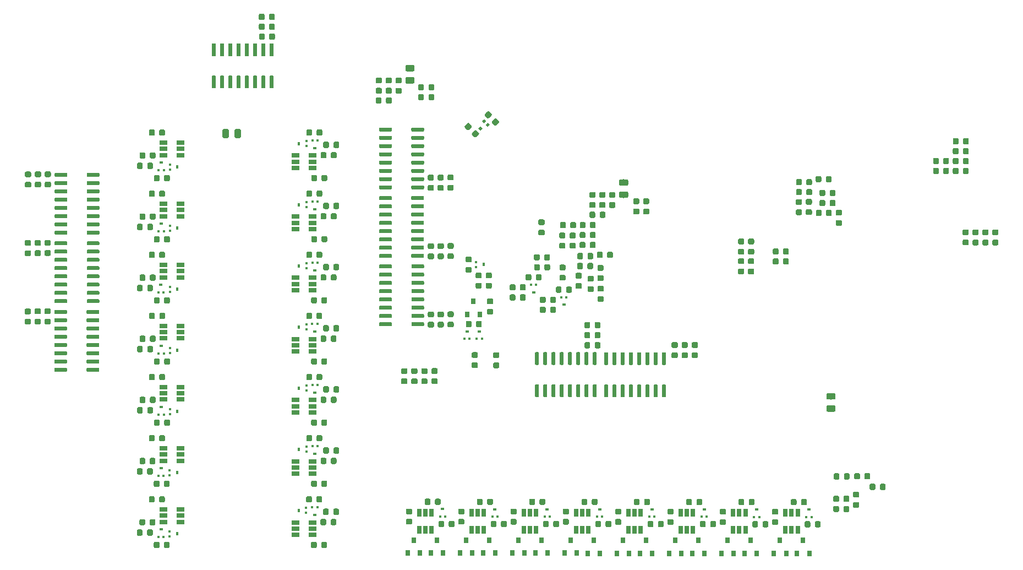
<source format=gbr>
G04 #@! TF.GenerationSoftware,KiCad,Pcbnew,5.1.4*
G04 #@! TF.CreationDate,2019-08-23T02:01:12-04:00*
G04 #@! TF.ProjectId,flipdot_driver,666c6970-646f-4745-9f64-72697665722e,rev?*
G04 #@! TF.SameCoordinates,Original*
G04 #@! TF.FileFunction,Paste,Bot*
G04 #@! TF.FilePolarity,Positive*
%FSLAX46Y46*%
G04 Gerber Fmt 4.6, Leading zero omitted, Abs format (unit mm)*
G04 Created by KiCad (PCBNEW 5.1.4) date 2019-08-23 02:01:12*
%MOMM*%
%LPD*%
G04 APERTURE LIST*
%ADD10C,0.450000*%
%ADD11C,0.100000*%
%ADD12C,0.400000*%
%ADD13C,0.875000*%
%ADD14R,0.650000X1.220000*%
%ADD15R,0.500000X0.450000*%
%ADD16R,0.400000X0.450000*%
%ADD17R,0.800000X0.900000*%
%ADD18R,0.450000X0.500000*%
%ADD19R,0.450000X0.400000*%
%ADD20C,0.975000*%
%ADD21R,1.220000X0.650000*%
%ADD22C,0.600000*%
G04 APERTURE END LIST*
D10*
X134732112Y-61942864D03*
D11*
G36*
X134714434Y-61606988D02*
G01*
X135067988Y-61960542D01*
X134749790Y-62278740D01*
X134396236Y-61925186D01*
X134714434Y-61606988D01*
X134714434Y-61606988D01*
G37*
D12*
X135828127Y-61412534D03*
D11*
G36*
X135845805Y-61112014D02*
G01*
X136128647Y-61394856D01*
X135810449Y-61713054D01*
X135527607Y-61430212D01*
X135845805Y-61112014D01*
X135845805Y-61112014D01*
G37*
D12*
X135262442Y-60846849D03*
D11*
G36*
X135280120Y-60546329D02*
G01*
X135562962Y-60829171D01*
X135244764Y-61147369D01*
X134961922Y-60864527D01*
X135280120Y-60546329D01*
X135280120Y-60546329D01*
G37*
G36*
X135959170Y-59308629D02*
G01*
X135980405Y-59311779D01*
X136001229Y-59316995D01*
X136021441Y-59324227D01*
X136040847Y-59333406D01*
X136059260Y-59344442D01*
X136076503Y-59357230D01*
X136092409Y-59371646D01*
X136401768Y-59681005D01*
X136416184Y-59696911D01*
X136428972Y-59714154D01*
X136440008Y-59732567D01*
X136449187Y-59751973D01*
X136456419Y-59772185D01*
X136461635Y-59793009D01*
X136464785Y-59814244D01*
X136465838Y-59835685D01*
X136464785Y-59857126D01*
X136461635Y-59878361D01*
X136456419Y-59899185D01*
X136449187Y-59919397D01*
X136440008Y-59938803D01*
X136428972Y-59957216D01*
X136416184Y-59974459D01*
X136401768Y-59990365D01*
X136039375Y-60352758D01*
X136023469Y-60367174D01*
X136006226Y-60379962D01*
X135987813Y-60390998D01*
X135968407Y-60400177D01*
X135948195Y-60407409D01*
X135927371Y-60412625D01*
X135906136Y-60415775D01*
X135884695Y-60416828D01*
X135863254Y-60415775D01*
X135842019Y-60412625D01*
X135821195Y-60407409D01*
X135800983Y-60400177D01*
X135781577Y-60390998D01*
X135763164Y-60379962D01*
X135745921Y-60367174D01*
X135730015Y-60352758D01*
X135420656Y-60043399D01*
X135406240Y-60027493D01*
X135393452Y-60010250D01*
X135382416Y-59991837D01*
X135373237Y-59972431D01*
X135366005Y-59952219D01*
X135360789Y-59931395D01*
X135357639Y-59910160D01*
X135356586Y-59888719D01*
X135357639Y-59867278D01*
X135360789Y-59846043D01*
X135366005Y-59825219D01*
X135373237Y-59805007D01*
X135382416Y-59785601D01*
X135393452Y-59767188D01*
X135406240Y-59749945D01*
X135420656Y-59734039D01*
X135783049Y-59371646D01*
X135798955Y-59357230D01*
X135816198Y-59344442D01*
X135834611Y-59333406D01*
X135854017Y-59324227D01*
X135874229Y-59316995D01*
X135895053Y-59311779D01*
X135916288Y-59308629D01*
X135937729Y-59307576D01*
X135959170Y-59308629D01*
X135959170Y-59308629D01*
G37*
D13*
X135911212Y-59862202D03*
D11*
G36*
X137072864Y-60422323D02*
G01*
X137094099Y-60425473D01*
X137114923Y-60430689D01*
X137135135Y-60437921D01*
X137154541Y-60447100D01*
X137172954Y-60458136D01*
X137190197Y-60470924D01*
X137206103Y-60485340D01*
X137515462Y-60794699D01*
X137529878Y-60810605D01*
X137542666Y-60827848D01*
X137553702Y-60846261D01*
X137562881Y-60865667D01*
X137570113Y-60885879D01*
X137575329Y-60906703D01*
X137578479Y-60927938D01*
X137579532Y-60949379D01*
X137578479Y-60970820D01*
X137575329Y-60992055D01*
X137570113Y-61012879D01*
X137562881Y-61033091D01*
X137553702Y-61052497D01*
X137542666Y-61070910D01*
X137529878Y-61088153D01*
X137515462Y-61104059D01*
X137153069Y-61466452D01*
X137137163Y-61480868D01*
X137119920Y-61493656D01*
X137101507Y-61504692D01*
X137082101Y-61513871D01*
X137061889Y-61521103D01*
X137041065Y-61526319D01*
X137019830Y-61529469D01*
X136998389Y-61530522D01*
X136976948Y-61529469D01*
X136955713Y-61526319D01*
X136934889Y-61521103D01*
X136914677Y-61513871D01*
X136895271Y-61504692D01*
X136876858Y-61493656D01*
X136859615Y-61480868D01*
X136843709Y-61466452D01*
X136534350Y-61157093D01*
X136519934Y-61141187D01*
X136507146Y-61123944D01*
X136496110Y-61105531D01*
X136486931Y-61086125D01*
X136479699Y-61065913D01*
X136474483Y-61045089D01*
X136471333Y-61023854D01*
X136470280Y-61002413D01*
X136471333Y-60980972D01*
X136474483Y-60959737D01*
X136479699Y-60938913D01*
X136486931Y-60918701D01*
X136496110Y-60899295D01*
X136507146Y-60880882D01*
X136519934Y-60863639D01*
X136534350Y-60847733D01*
X136896743Y-60485340D01*
X136912649Y-60470924D01*
X136929892Y-60458136D01*
X136948305Y-60447100D01*
X136967711Y-60437921D01*
X136987923Y-60430689D01*
X137008747Y-60425473D01*
X137029982Y-60422323D01*
X137051423Y-60421270D01*
X137072864Y-60422323D01*
X137072864Y-60422323D01*
G37*
D13*
X137024906Y-60975896D03*
D14*
X149425960Y-123649320D03*
X150375960Y-123649320D03*
X151325960Y-123649320D03*
X151325960Y-121029320D03*
X150375960Y-121029320D03*
X149425960Y-121029320D03*
D11*
G36*
X153492491Y-87738273D02*
G01*
X153513726Y-87741423D01*
X153534550Y-87746639D01*
X153554762Y-87753871D01*
X153574168Y-87763050D01*
X153592581Y-87774086D01*
X153609824Y-87786874D01*
X153625730Y-87801290D01*
X153640146Y-87817196D01*
X153652934Y-87834439D01*
X153663970Y-87852852D01*
X153673149Y-87872258D01*
X153680381Y-87892470D01*
X153685597Y-87913294D01*
X153688747Y-87934529D01*
X153689800Y-87955970D01*
X153689800Y-88393470D01*
X153688747Y-88414911D01*
X153685597Y-88436146D01*
X153680381Y-88456970D01*
X153673149Y-88477182D01*
X153663970Y-88496588D01*
X153652934Y-88515001D01*
X153640146Y-88532244D01*
X153625730Y-88548150D01*
X153609824Y-88562566D01*
X153592581Y-88575354D01*
X153574168Y-88586390D01*
X153554762Y-88595569D01*
X153534550Y-88602801D01*
X153513726Y-88608017D01*
X153492491Y-88611167D01*
X153471050Y-88612220D01*
X152958550Y-88612220D01*
X152937109Y-88611167D01*
X152915874Y-88608017D01*
X152895050Y-88602801D01*
X152874838Y-88595569D01*
X152855432Y-88586390D01*
X152837019Y-88575354D01*
X152819776Y-88562566D01*
X152803870Y-88548150D01*
X152789454Y-88532244D01*
X152776666Y-88515001D01*
X152765630Y-88496588D01*
X152756451Y-88477182D01*
X152749219Y-88456970D01*
X152744003Y-88436146D01*
X152740853Y-88414911D01*
X152739800Y-88393470D01*
X152739800Y-87955970D01*
X152740853Y-87934529D01*
X152744003Y-87913294D01*
X152749219Y-87892470D01*
X152756451Y-87872258D01*
X152765630Y-87852852D01*
X152776666Y-87834439D01*
X152789454Y-87817196D01*
X152803870Y-87801290D01*
X152819776Y-87786874D01*
X152837019Y-87774086D01*
X152855432Y-87763050D01*
X152874838Y-87753871D01*
X152895050Y-87746639D01*
X152915874Y-87741423D01*
X152937109Y-87738273D01*
X152958550Y-87737220D01*
X153471050Y-87737220D01*
X153492491Y-87738273D01*
X153492491Y-87738273D01*
G37*
D13*
X153214800Y-88174720D03*
D11*
G36*
X153492491Y-86163273D02*
G01*
X153513726Y-86166423D01*
X153534550Y-86171639D01*
X153554762Y-86178871D01*
X153574168Y-86188050D01*
X153592581Y-86199086D01*
X153609824Y-86211874D01*
X153625730Y-86226290D01*
X153640146Y-86242196D01*
X153652934Y-86259439D01*
X153663970Y-86277852D01*
X153673149Y-86297258D01*
X153680381Y-86317470D01*
X153685597Y-86338294D01*
X153688747Y-86359529D01*
X153689800Y-86380970D01*
X153689800Y-86818470D01*
X153688747Y-86839911D01*
X153685597Y-86861146D01*
X153680381Y-86881970D01*
X153673149Y-86902182D01*
X153663970Y-86921588D01*
X153652934Y-86940001D01*
X153640146Y-86957244D01*
X153625730Y-86973150D01*
X153609824Y-86987566D01*
X153592581Y-87000354D01*
X153574168Y-87011390D01*
X153554762Y-87020569D01*
X153534550Y-87027801D01*
X153513726Y-87033017D01*
X153492491Y-87036167D01*
X153471050Y-87037220D01*
X152958550Y-87037220D01*
X152937109Y-87036167D01*
X152915874Y-87033017D01*
X152895050Y-87027801D01*
X152874838Y-87020569D01*
X152855432Y-87011390D01*
X152837019Y-87000354D01*
X152819776Y-86987566D01*
X152803870Y-86973150D01*
X152789454Y-86957244D01*
X152776666Y-86940001D01*
X152765630Y-86921588D01*
X152756451Y-86902182D01*
X152749219Y-86881970D01*
X152744003Y-86861146D01*
X152740853Y-86839911D01*
X152739800Y-86818470D01*
X152739800Y-86380970D01*
X152740853Y-86359529D01*
X152744003Y-86338294D01*
X152749219Y-86317470D01*
X152756451Y-86297258D01*
X152765630Y-86277852D01*
X152776666Y-86259439D01*
X152789454Y-86242196D01*
X152803870Y-86226290D01*
X152819776Y-86211874D01*
X152837019Y-86199086D01*
X152855432Y-86188050D01*
X152874838Y-86178871D01*
X152895050Y-86171639D01*
X152915874Y-86166423D01*
X152937109Y-86163273D01*
X152958550Y-86162220D01*
X153471050Y-86162220D01*
X153492491Y-86163273D01*
X153492491Y-86163273D01*
G37*
D13*
X153214800Y-86599720D03*
D11*
G36*
X127368831Y-90121933D02*
G01*
X127390066Y-90125083D01*
X127410890Y-90130299D01*
X127431102Y-90137531D01*
X127450508Y-90146710D01*
X127468921Y-90157746D01*
X127486164Y-90170534D01*
X127502070Y-90184950D01*
X127516486Y-90200856D01*
X127529274Y-90218099D01*
X127540310Y-90236512D01*
X127549489Y-90255918D01*
X127556721Y-90276130D01*
X127561937Y-90296954D01*
X127565087Y-90318189D01*
X127566140Y-90339630D01*
X127566140Y-90777130D01*
X127565087Y-90798571D01*
X127561937Y-90819806D01*
X127556721Y-90840630D01*
X127549489Y-90860842D01*
X127540310Y-90880248D01*
X127529274Y-90898661D01*
X127516486Y-90915904D01*
X127502070Y-90931810D01*
X127486164Y-90946226D01*
X127468921Y-90959014D01*
X127450508Y-90970050D01*
X127431102Y-90979229D01*
X127410890Y-90986461D01*
X127390066Y-90991677D01*
X127368831Y-90994827D01*
X127347390Y-90995880D01*
X126834890Y-90995880D01*
X126813449Y-90994827D01*
X126792214Y-90991677D01*
X126771390Y-90986461D01*
X126751178Y-90979229D01*
X126731772Y-90970050D01*
X126713359Y-90959014D01*
X126696116Y-90946226D01*
X126680210Y-90931810D01*
X126665794Y-90915904D01*
X126653006Y-90898661D01*
X126641970Y-90880248D01*
X126632791Y-90860842D01*
X126625559Y-90840630D01*
X126620343Y-90819806D01*
X126617193Y-90798571D01*
X126616140Y-90777130D01*
X126616140Y-90339630D01*
X126617193Y-90318189D01*
X126620343Y-90296954D01*
X126625559Y-90276130D01*
X126632791Y-90255918D01*
X126641970Y-90236512D01*
X126653006Y-90218099D01*
X126665794Y-90200856D01*
X126680210Y-90184950D01*
X126696116Y-90170534D01*
X126713359Y-90157746D01*
X126731772Y-90146710D01*
X126751178Y-90137531D01*
X126771390Y-90130299D01*
X126792214Y-90125083D01*
X126813449Y-90121933D01*
X126834890Y-90120880D01*
X127347390Y-90120880D01*
X127368831Y-90121933D01*
X127368831Y-90121933D01*
G37*
D13*
X127091140Y-90558380D03*
D11*
G36*
X127368831Y-91696933D02*
G01*
X127390066Y-91700083D01*
X127410890Y-91705299D01*
X127431102Y-91712531D01*
X127450508Y-91721710D01*
X127468921Y-91732746D01*
X127486164Y-91745534D01*
X127502070Y-91759950D01*
X127516486Y-91775856D01*
X127529274Y-91793099D01*
X127540310Y-91811512D01*
X127549489Y-91830918D01*
X127556721Y-91851130D01*
X127561937Y-91871954D01*
X127565087Y-91893189D01*
X127566140Y-91914630D01*
X127566140Y-92352130D01*
X127565087Y-92373571D01*
X127561937Y-92394806D01*
X127556721Y-92415630D01*
X127549489Y-92435842D01*
X127540310Y-92455248D01*
X127529274Y-92473661D01*
X127516486Y-92490904D01*
X127502070Y-92506810D01*
X127486164Y-92521226D01*
X127468921Y-92534014D01*
X127450508Y-92545050D01*
X127431102Y-92554229D01*
X127410890Y-92561461D01*
X127390066Y-92566677D01*
X127368831Y-92569827D01*
X127347390Y-92570880D01*
X126834890Y-92570880D01*
X126813449Y-92569827D01*
X126792214Y-92566677D01*
X126771390Y-92561461D01*
X126751178Y-92554229D01*
X126731772Y-92545050D01*
X126713359Y-92534014D01*
X126696116Y-92521226D01*
X126680210Y-92506810D01*
X126665794Y-92490904D01*
X126653006Y-92473661D01*
X126641970Y-92455248D01*
X126632791Y-92435842D01*
X126625559Y-92415630D01*
X126620343Y-92394806D01*
X126617193Y-92373571D01*
X126616140Y-92352130D01*
X126616140Y-91914630D01*
X126617193Y-91893189D01*
X126620343Y-91871954D01*
X126625559Y-91851130D01*
X126632791Y-91830918D01*
X126641970Y-91811512D01*
X126653006Y-91793099D01*
X126665794Y-91775856D01*
X126680210Y-91759950D01*
X126696116Y-91745534D01*
X126713359Y-91732746D01*
X126731772Y-91721710D01*
X126751178Y-91712531D01*
X126771390Y-91705299D01*
X126792214Y-91700083D01*
X126813449Y-91696933D01*
X126834890Y-91695880D01*
X127347390Y-91695880D01*
X127368831Y-91696933D01*
X127368831Y-91696933D01*
G37*
D13*
X127091140Y-92133380D03*
D11*
G36*
X128887751Y-90111773D02*
G01*
X128908986Y-90114923D01*
X128929810Y-90120139D01*
X128950022Y-90127371D01*
X128969428Y-90136550D01*
X128987841Y-90147586D01*
X129005084Y-90160374D01*
X129020990Y-90174790D01*
X129035406Y-90190696D01*
X129048194Y-90207939D01*
X129059230Y-90226352D01*
X129068409Y-90245758D01*
X129075641Y-90265970D01*
X129080857Y-90286794D01*
X129084007Y-90308029D01*
X129085060Y-90329470D01*
X129085060Y-90766970D01*
X129084007Y-90788411D01*
X129080857Y-90809646D01*
X129075641Y-90830470D01*
X129068409Y-90850682D01*
X129059230Y-90870088D01*
X129048194Y-90888501D01*
X129035406Y-90905744D01*
X129020990Y-90921650D01*
X129005084Y-90936066D01*
X128987841Y-90948854D01*
X128969428Y-90959890D01*
X128950022Y-90969069D01*
X128929810Y-90976301D01*
X128908986Y-90981517D01*
X128887751Y-90984667D01*
X128866310Y-90985720D01*
X128353810Y-90985720D01*
X128332369Y-90984667D01*
X128311134Y-90981517D01*
X128290310Y-90976301D01*
X128270098Y-90969069D01*
X128250692Y-90959890D01*
X128232279Y-90948854D01*
X128215036Y-90936066D01*
X128199130Y-90921650D01*
X128184714Y-90905744D01*
X128171926Y-90888501D01*
X128160890Y-90870088D01*
X128151711Y-90850682D01*
X128144479Y-90830470D01*
X128139263Y-90809646D01*
X128136113Y-90788411D01*
X128135060Y-90766970D01*
X128135060Y-90329470D01*
X128136113Y-90308029D01*
X128139263Y-90286794D01*
X128144479Y-90265970D01*
X128151711Y-90245758D01*
X128160890Y-90226352D01*
X128171926Y-90207939D01*
X128184714Y-90190696D01*
X128199130Y-90174790D01*
X128215036Y-90160374D01*
X128232279Y-90147586D01*
X128250692Y-90136550D01*
X128270098Y-90127371D01*
X128290310Y-90120139D01*
X128311134Y-90114923D01*
X128332369Y-90111773D01*
X128353810Y-90110720D01*
X128866310Y-90110720D01*
X128887751Y-90111773D01*
X128887751Y-90111773D01*
G37*
D13*
X128610060Y-90548220D03*
D11*
G36*
X128887751Y-91686773D02*
G01*
X128908986Y-91689923D01*
X128929810Y-91695139D01*
X128950022Y-91702371D01*
X128969428Y-91711550D01*
X128987841Y-91722586D01*
X129005084Y-91735374D01*
X129020990Y-91749790D01*
X129035406Y-91765696D01*
X129048194Y-91782939D01*
X129059230Y-91801352D01*
X129068409Y-91820758D01*
X129075641Y-91840970D01*
X129080857Y-91861794D01*
X129084007Y-91883029D01*
X129085060Y-91904470D01*
X129085060Y-92341970D01*
X129084007Y-92363411D01*
X129080857Y-92384646D01*
X129075641Y-92405470D01*
X129068409Y-92425682D01*
X129059230Y-92445088D01*
X129048194Y-92463501D01*
X129035406Y-92480744D01*
X129020990Y-92496650D01*
X129005084Y-92511066D01*
X128987841Y-92523854D01*
X128969428Y-92534890D01*
X128950022Y-92544069D01*
X128929810Y-92551301D01*
X128908986Y-92556517D01*
X128887751Y-92559667D01*
X128866310Y-92560720D01*
X128353810Y-92560720D01*
X128332369Y-92559667D01*
X128311134Y-92556517D01*
X128290310Y-92551301D01*
X128270098Y-92544069D01*
X128250692Y-92534890D01*
X128232279Y-92523854D01*
X128215036Y-92511066D01*
X128199130Y-92496650D01*
X128184714Y-92480744D01*
X128171926Y-92463501D01*
X128160890Y-92445088D01*
X128151711Y-92425682D01*
X128144479Y-92405470D01*
X128139263Y-92384646D01*
X128136113Y-92363411D01*
X128135060Y-92341970D01*
X128135060Y-91904470D01*
X128136113Y-91883029D01*
X128139263Y-91861794D01*
X128144479Y-91840970D01*
X128151711Y-91820758D01*
X128160890Y-91801352D01*
X128171926Y-91782939D01*
X128184714Y-91765696D01*
X128199130Y-91749790D01*
X128215036Y-91735374D01*
X128232279Y-91722586D01*
X128250692Y-91711550D01*
X128270098Y-91702371D01*
X128290310Y-91695139D01*
X128311134Y-91689923D01*
X128332369Y-91686773D01*
X128353810Y-91685720D01*
X128866310Y-91685720D01*
X128887751Y-91686773D01*
X128887751Y-91686773D01*
G37*
D13*
X128610060Y-92123220D03*
D11*
G36*
X130411751Y-90099073D02*
G01*
X130432986Y-90102223D01*
X130453810Y-90107439D01*
X130474022Y-90114671D01*
X130493428Y-90123850D01*
X130511841Y-90134886D01*
X130529084Y-90147674D01*
X130544990Y-90162090D01*
X130559406Y-90177996D01*
X130572194Y-90195239D01*
X130583230Y-90213652D01*
X130592409Y-90233058D01*
X130599641Y-90253270D01*
X130604857Y-90274094D01*
X130608007Y-90295329D01*
X130609060Y-90316770D01*
X130609060Y-90754270D01*
X130608007Y-90775711D01*
X130604857Y-90796946D01*
X130599641Y-90817770D01*
X130592409Y-90837982D01*
X130583230Y-90857388D01*
X130572194Y-90875801D01*
X130559406Y-90893044D01*
X130544990Y-90908950D01*
X130529084Y-90923366D01*
X130511841Y-90936154D01*
X130493428Y-90947190D01*
X130474022Y-90956369D01*
X130453810Y-90963601D01*
X130432986Y-90968817D01*
X130411751Y-90971967D01*
X130390310Y-90973020D01*
X129877810Y-90973020D01*
X129856369Y-90971967D01*
X129835134Y-90968817D01*
X129814310Y-90963601D01*
X129794098Y-90956369D01*
X129774692Y-90947190D01*
X129756279Y-90936154D01*
X129739036Y-90923366D01*
X129723130Y-90908950D01*
X129708714Y-90893044D01*
X129695926Y-90875801D01*
X129684890Y-90857388D01*
X129675711Y-90837982D01*
X129668479Y-90817770D01*
X129663263Y-90796946D01*
X129660113Y-90775711D01*
X129659060Y-90754270D01*
X129659060Y-90316770D01*
X129660113Y-90295329D01*
X129663263Y-90274094D01*
X129668479Y-90253270D01*
X129675711Y-90233058D01*
X129684890Y-90213652D01*
X129695926Y-90195239D01*
X129708714Y-90177996D01*
X129723130Y-90162090D01*
X129739036Y-90147674D01*
X129756279Y-90134886D01*
X129774692Y-90123850D01*
X129794098Y-90114671D01*
X129814310Y-90107439D01*
X129835134Y-90102223D01*
X129856369Y-90099073D01*
X129877810Y-90098020D01*
X130390310Y-90098020D01*
X130411751Y-90099073D01*
X130411751Y-90099073D01*
G37*
D13*
X130134060Y-90535520D03*
D11*
G36*
X130411751Y-91674073D02*
G01*
X130432986Y-91677223D01*
X130453810Y-91682439D01*
X130474022Y-91689671D01*
X130493428Y-91698850D01*
X130511841Y-91709886D01*
X130529084Y-91722674D01*
X130544990Y-91737090D01*
X130559406Y-91752996D01*
X130572194Y-91770239D01*
X130583230Y-91788652D01*
X130592409Y-91808058D01*
X130599641Y-91828270D01*
X130604857Y-91849094D01*
X130608007Y-91870329D01*
X130609060Y-91891770D01*
X130609060Y-92329270D01*
X130608007Y-92350711D01*
X130604857Y-92371946D01*
X130599641Y-92392770D01*
X130592409Y-92412982D01*
X130583230Y-92432388D01*
X130572194Y-92450801D01*
X130559406Y-92468044D01*
X130544990Y-92483950D01*
X130529084Y-92498366D01*
X130511841Y-92511154D01*
X130493428Y-92522190D01*
X130474022Y-92531369D01*
X130453810Y-92538601D01*
X130432986Y-92543817D01*
X130411751Y-92546967D01*
X130390310Y-92548020D01*
X129877810Y-92548020D01*
X129856369Y-92546967D01*
X129835134Y-92543817D01*
X129814310Y-92538601D01*
X129794098Y-92531369D01*
X129774692Y-92522190D01*
X129756279Y-92511154D01*
X129739036Y-92498366D01*
X129723130Y-92483950D01*
X129708714Y-92468044D01*
X129695926Y-92450801D01*
X129684890Y-92432388D01*
X129675711Y-92412982D01*
X129668479Y-92392770D01*
X129663263Y-92371946D01*
X129660113Y-92350711D01*
X129659060Y-92329270D01*
X129659060Y-91891770D01*
X129660113Y-91870329D01*
X129663263Y-91849094D01*
X129668479Y-91828270D01*
X129675711Y-91808058D01*
X129684890Y-91788652D01*
X129695926Y-91770239D01*
X129708714Y-91752996D01*
X129723130Y-91737090D01*
X129739036Y-91722674D01*
X129756279Y-91709886D01*
X129774692Y-91698850D01*
X129794098Y-91689671D01*
X129814310Y-91682439D01*
X129835134Y-91677223D01*
X129856369Y-91674073D01*
X129877810Y-91673020D01*
X130390310Y-91673020D01*
X130411751Y-91674073D01*
X130411751Y-91674073D01*
G37*
D13*
X130134060Y-92110520D03*
D11*
G36*
X144387691Y-77531053D02*
G01*
X144408926Y-77534203D01*
X144429750Y-77539419D01*
X144449962Y-77546651D01*
X144469368Y-77555830D01*
X144487781Y-77566866D01*
X144505024Y-77579654D01*
X144520930Y-77594070D01*
X144535346Y-77609976D01*
X144548134Y-77627219D01*
X144559170Y-77645632D01*
X144568349Y-77665038D01*
X144575581Y-77685250D01*
X144580797Y-77706074D01*
X144583947Y-77727309D01*
X144585000Y-77748750D01*
X144585000Y-78186250D01*
X144583947Y-78207691D01*
X144580797Y-78228926D01*
X144575581Y-78249750D01*
X144568349Y-78269962D01*
X144559170Y-78289368D01*
X144548134Y-78307781D01*
X144535346Y-78325024D01*
X144520930Y-78340930D01*
X144505024Y-78355346D01*
X144487781Y-78368134D01*
X144469368Y-78379170D01*
X144449962Y-78388349D01*
X144429750Y-78395581D01*
X144408926Y-78400797D01*
X144387691Y-78403947D01*
X144366250Y-78405000D01*
X143853750Y-78405000D01*
X143832309Y-78403947D01*
X143811074Y-78400797D01*
X143790250Y-78395581D01*
X143770038Y-78388349D01*
X143750632Y-78379170D01*
X143732219Y-78368134D01*
X143714976Y-78355346D01*
X143699070Y-78340930D01*
X143684654Y-78325024D01*
X143671866Y-78307781D01*
X143660830Y-78289368D01*
X143651651Y-78269962D01*
X143644419Y-78249750D01*
X143639203Y-78228926D01*
X143636053Y-78207691D01*
X143635000Y-78186250D01*
X143635000Y-77748750D01*
X143636053Y-77727309D01*
X143639203Y-77706074D01*
X143644419Y-77685250D01*
X143651651Y-77665038D01*
X143660830Y-77645632D01*
X143671866Y-77627219D01*
X143684654Y-77609976D01*
X143699070Y-77594070D01*
X143714976Y-77579654D01*
X143732219Y-77566866D01*
X143750632Y-77555830D01*
X143770038Y-77546651D01*
X143790250Y-77539419D01*
X143811074Y-77534203D01*
X143832309Y-77531053D01*
X143853750Y-77530000D01*
X144366250Y-77530000D01*
X144387691Y-77531053D01*
X144387691Y-77531053D01*
G37*
D13*
X144110000Y-77967500D03*
D11*
G36*
X144387691Y-75956053D02*
G01*
X144408926Y-75959203D01*
X144429750Y-75964419D01*
X144449962Y-75971651D01*
X144469368Y-75980830D01*
X144487781Y-75991866D01*
X144505024Y-76004654D01*
X144520930Y-76019070D01*
X144535346Y-76034976D01*
X144548134Y-76052219D01*
X144559170Y-76070632D01*
X144568349Y-76090038D01*
X144575581Y-76110250D01*
X144580797Y-76131074D01*
X144583947Y-76152309D01*
X144585000Y-76173750D01*
X144585000Y-76611250D01*
X144583947Y-76632691D01*
X144580797Y-76653926D01*
X144575581Y-76674750D01*
X144568349Y-76694962D01*
X144559170Y-76714368D01*
X144548134Y-76732781D01*
X144535346Y-76750024D01*
X144520930Y-76765930D01*
X144505024Y-76780346D01*
X144487781Y-76793134D01*
X144469368Y-76804170D01*
X144449962Y-76813349D01*
X144429750Y-76820581D01*
X144408926Y-76825797D01*
X144387691Y-76828947D01*
X144366250Y-76830000D01*
X143853750Y-76830000D01*
X143832309Y-76828947D01*
X143811074Y-76825797D01*
X143790250Y-76820581D01*
X143770038Y-76813349D01*
X143750632Y-76804170D01*
X143732219Y-76793134D01*
X143714976Y-76780346D01*
X143699070Y-76765930D01*
X143684654Y-76750024D01*
X143671866Y-76732781D01*
X143660830Y-76714368D01*
X143651651Y-76694962D01*
X143644419Y-76674750D01*
X143639203Y-76653926D01*
X143636053Y-76632691D01*
X143635000Y-76611250D01*
X143635000Y-76173750D01*
X143636053Y-76152309D01*
X143639203Y-76131074D01*
X143644419Y-76110250D01*
X143651651Y-76090038D01*
X143660830Y-76070632D01*
X143671866Y-76052219D01*
X143684654Y-76034976D01*
X143699070Y-76019070D01*
X143714976Y-76004654D01*
X143732219Y-75991866D01*
X143750632Y-75980830D01*
X143770038Y-75971651D01*
X143790250Y-75964419D01*
X143811074Y-75959203D01*
X143832309Y-75956053D01*
X143853750Y-75955000D01*
X144366250Y-75955000D01*
X144387691Y-75956053D01*
X144387691Y-75956053D01*
G37*
D13*
X144110000Y-76392500D03*
D11*
G36*
X137427691Y-96376053D02*
G01*
X137448926Y-96379203D01*
X137469750Y-96384419D01*
X137489962Y-96391651D01*
X137509368Y-96400830D01*
X137527781Y-96411866D01*
X137545024Y-96424654D01*
X137560930Y-96439070D01*
X137575346Y-96454976D01*
X137588134Y-96472219D01*
X137599170Y-96490632D01*
X137608349Y-96510038D01*
X137615581Y-96530250D01*
X137620797Y-96551074D01*
X137623947Y-96572309D01*
X137625000Y-96593750D01*
X137625000Y-97031250D01*
X137623947Y-97052691D01*
X137620797Y-97073926D01*
X137615581Y-97094750D01*
X137608349Y-97114962D01*
X137599170Y-97134368D01*
X137588134Y-97152781D01*
X137575346Y-97170024D01*
X137560930Y-97185930D01*
X137545024Y-97200346D01*
X137527781Y-97213134D01*
X137509368Y-97224170D01*
X137489962Y-97233349D01*
X137469750Y-97240581D01*
X137448926Y-97245797D01*
X137427691Y-97248947D01*
X137406250Y-97250000D01*
X136893750Y-97250000D01*
X136872309Y-97248947D01*
X136851074Y-97245797D01*
X136830250Y-97240581D01*
X136810038Y-97233349D01*
X136790632Y-97224170D01*
X136772219Y-97213134D01*
X136754976Y-97200346D01*
X136739070Y-97185930D01*
X136724654Y-97170024D01*
X136711866Y-97152781D01*
X136700830Y-97134368D01*
X136691651Y-97114962D01*
X136684419Y-97094750D01*
X136679203Y-97073926D01*
X136676053Y-97052691D01*
X136675000Y-97031250D01*
X136675000Y-96593750D01*
X136676053Y-96572309D01*
X136679203Y-96551074D01*
X136684419Y-96530250D01*
X136691651Y-96510038D01*
X136700830Y-96490632D01*
X136711866Y-96472219D01*
X136724654Y-96454976D01*
X136739070Y-96439070D01*
X136754976Y-96424654D01*
X136772219Y-96411866D01*
X136790632Y-96400830D01*
X136810038Y-96391651D01*
X136830250Y-96384419D01*
X136851074Y-96379203D01*
X136872309Y-96376053D01*
X136893750Y-96375000D01*
X137406250Y-96375000D01*
X137427691Y-96376053D01*
X137427691Y-96376053D01*
G37*
D13*
X137150000Y-96812500D03*
D11*
G36*
X137427691Y-97951053D02*
G01*
X137448926Y-97954203D01*
X137469750Y-97959419D01*
X137489962Y-97966651D01*
X137509368Y-97975830D01*
X137527781Y-97986866D01*
X137545024Y-97999654D01*
X137560930Y-98014070D01*
X137575346Y-98029976D01*
X137588134Y-98047219D01*
X137599170Y-98065632D01*
X137608349Y-98085038D01*
X137615581Y-98105250D01*
X137620797Y-98126074D01*
X137623947Y-98147309D01*
X137625000Y-98168750D01*
X137625000Y-98606250D01*
X137623947Y-98627691D01*
X137620797Y-98648926D01*
X137615581Y-98669750D01*
X137608349Y-98689962D01*
X137599170Y-98709368D01*
X137588134Y-98727781D01*
X137575346Y-98745024D01*
X137560930Y-98760930D01*
X137545024Y-98775346D01*
X137527781Y-98788134D01*
X137509368Y-98799170D01*
X137489962Y-98808349D01*
X137469750Y-98815581D01*
X137448926Y-98820797D01*
X137427691Y-98823947D01*
X137406250Y-98825000D01*
X136893750Y-98825000D01*
X136872309Y-98823947D01*
X136851074Y-98820797D01*
X136830250Y-98815581D01*
X136810038Y-98808349D01*
X136790632Y-98799170D01*
X136772219Y-98788134D01*
X136754976Y-98775346D01*
X136739070Y-98760930D01*
X136724654Y-98745024D01*
X136711866Y-98727781D01*
X136700830Y-98709368D01*
X136691651Y-98689962D01*
X136684419Y-98669750D01*
X136679203Y-98648926D01*
X136676053Y-98627691D01*
X136675000Y-98606250D01*
X136675000Y-98168750D01*
X136676053Y-98147309D01*
X136679203Y-98126074D01*
X136684419Y-98105250D01*
X136691651Y-98085038D01*
X136700830Y-98065632D01*
X136711866Y-98047219D01*
X136724654Y-98029976D01*
X136739070Y-98014070D01*
X136754976Y-97999654D01*
X136772219Y-97986866D01*
X136790632Y-97975830D01*
X136810038Y-97966651D01*
X136830250Y-97959419D01*
X136851074Y-97954203D01*
X136872309Y-97951053D01*
X136893750Y-97950000D01*
X137406250Y-97950000D01*
X137427691Y-97951053D01*
X137427691Y-97951053D01*
G37*
D13*
X137150000Y-98387500D03*
D11*
G36*
X134127691Y-97938553D02*
G01*
X134148926Y-97941703D01*
X134169750Y-97946919D01*
X134189962Y-97954151D01*
X134209368Y-97963330D01*
X134227781Y-97974366D01*
X134245024Y-97987154D01*
X134260930Y-98001570D01*
X134275346Y-98017476D01*
X134288134Y-98034719D01*
X134299170Y-98053132D01*
X134308349Y-98072538D01*
X134315581Y-98092750D01*
X134320797Y-98113574D01*
X134323947Y-98134809D01*
X134325000Y-98156250D01*
X134325000Y-98593750D01*
X134323947Y-98615191D01*
X134320797Y-98636426D01*
X134315581Y-98657250D01*
X134308349Y-98677462D01*
X134299170Y-98696868D01*
X134288134Y-98715281D01*
X134275346Y-98732524D01*
X134260930Y-98748430D01*
X134245024Y-98762846D01*
X134227781Y-98775634D01*
X134209368Y-98786670D01*
X134189962Y-98795849D01*
X134169750Y-98803081D01*
X134148926Y-98808297D01*
X134127691Y-98811447D01*
X134106250Y-98812500D01*
X133593750Y-98812500D01*
X133572309Y-98811447D01*
X133551074Y-98808297D01*
X133530250Y-98803081D01*
X133510038Y-98795849D01*
X133490632Y-98786670D01*
X133472219Y-98775634D01*
X133454976Y-98762846D01*
X133439070Y-98748430D01*
X133424654Y-98732524D01*
X133411866Y-98715281D01*
X133400830Y-98696868D01*
X133391651Y-98677462D01*
X133384419Y-98657250D01*
X133379203Y-98636426D01*
X133376053Y-98615191D01*
X133375000Y-98593750D01*
X133375000Y-98156250D01*
X133376053Y-98134809D01*
X133379203Y-98113574D01*
X133384419Y-98092750D01*
X133391651Y-98072538D01*
X133400830Y-98053132D01*
X133411866Y-98034719D01*
X133424654Y-98017476D01*
X133439070Y-98001570D01*
X133454976Y-97987154D01*
X133472219Y-97974366D01*
X133490632Y-97963330D01*
X133510038Y-97954151D01*
X133530250Y-97946919D01*
X133551074Y-97941703D01*
X133572309Y-97938553D01*
X133593750Y-97937500D01*
X134106250Y-97937500D01*
X134127691Y-97938553D01*
X134127691Y-97938553D01*
G37*
D13*
X133850000Y-98375000D03*
D11*
G36*
X134127691Y-96363553D02*
G01*
X134148926Y-96366703D01*
X134169750Y-96371919D01*
X134189962Y-96379151D01*
X134209368Y-96388330D01*
X134227781Y-96399366D01*
X134245024Y-96412154D01*
X134260930Y-96426570D01*
X134275346Y-96442476D01*
X134288134Y-96459719D01*
X134299170Y-96478132D01*
X134308349Y-96497538D01*
X134315581Y-96517750D01*
X134320797Y-96538574D01*
X134323947Y-96559809D01*
X134325000Y-96581250D01*
X134325000Y-97018750D01*
X134323947Y-97040191D01*
X134320797Y-97061426D01*
X134315581Y-97082250D01*
X134308349Y-97102462D01*
X134299170Y-97121868D01*
X134288134Y-97140281D01*
X134275346Y-97157524D01*
X134260930Y-97173430D01*
X134245024Y-97187846D01*
X134227781Y-97200634D01*
X134209368Y-97211670D01*
X134189962Y-97220849D01*
X134169750Y-97228081D01*
X134148926Y-97233297D01*
X134127691Y-97236447D01*
X134106250Y-97237500D01*
X133593750Y-97237500D01*
X133572309Y-97236447D01*
X133551074Y-97233297D01*
X133530250Y-97228081D01*
X133510038Y-97220849D01*
X133490632Y-97211670D01*
X133472219Y-97200634D01*
X133454976Y-97187846D01*
X133439070Y-97173430D01*
X133424654Y-97157524D01*
X133411866Y-97140281D01*
X133400830Y-97121868D01*
X133391651Y-97102462D01*
X133384419Y-97082250D01*
X133379203Y-97061426D01*
X133376053Y-97040191D01*
X133375000Y-97018750D01*
X133375000Y-96581250D01*
X133376053Y-96559809D01*
X133379203Y-96538574D01*
X133384419Y-96517750D01*
X133391651Y-96497538D01*
X133400830Y-96478132D01*
X133411866Y-96459719D01*
X133424654Y-96442476D01*
X133439070Y-96426570D01*
X133454976Y-96412154D01*
X133472219Y-96399366D01*
X133490632Y-96388330D01*
X133510038Y-96379151D01*
X133530250Y-96371919D01*
X133551074Y-96366703D01*
X133572309Y-96363553D01*
X133593750Y-96362500D01*
X134106250Y-96362500D01*
X134127691Y-96363553D01*
X134127691Y-96363553D01*
G37*
D13*
X133850000Y-96800000D03*
D11*
G36*
X136477691Y-89701053D02*
G01*
X136498926Y-89704203D01*
X136519750Y-89709419D01*
X136539962Y-89716651D01*
X136559368Y-89725830D01*
X136577781Y-89736866D01*
X136595024Y-89749654D01*
X136610930Y-89764070D01*
X136625346Y-89779976D01*
X136638134Y-89797219D01*
X136649170Y-89815632D01*
X136658349Y-89835038D01*
X136665581Y-89855250D01*
X136670797Y-89876074D01*
X136673947Y-89897309D01*
X136675000Y-89918750D01*
X136675000Y-90356250D01*
X136673947Y-90377691D01*
X136670797Y-90398926D01*
X136665581Y-90419750D01*
X136658349Y-90439962D01*
X136649170Y-90459368D01*
X136638134Y-90477781D01*
X136625346Y-90495024D01*
X136610930Y-90510930D01*
X136595024Y-90525346D01*
X136577781Y-90538134D01*
X136559368Y-90549170D01*
X136539962Y-90558349D01*
X136519750Y-90565581D01*
X136498926Y-90570797D01*
X136477691Y-90573947D01*
X136456250Y-90575000D01*
X135943750Y-90575000D01*
X135922309Y-90573947D01*
X135901074Y-90570797D01*
X135880250Y-90565581D01*
X135860038Y-90558349D01*
X135840632Y-90549170D01*
X135822219Y-90538134D01*
X135804976Y-90525346D01*
X135789070Y-90510930D01*
X135774654Y-90495024D01*
X135761866Y-90477781D01*
X135750830Y-90459368D01*
X135741651Y-90439962D01*
X135734419Y-90419750D01*
X135729203Y-90398926D01*
X135726053Y-90377691D01*
X135725000Y-90356250D01*
X135725000Y-89918750D01*
X135726053Y-89897309D01*
X135729203Y-89876074D01*
X135734419Y-89855250D01*
X135741651Y-89835038D01*
X135750830Y-89815632D01*
X135761866Y-89797219D01*
X135774654Y-89779976D01*
X135789070Y-89764070D01*
X135804976Y-89749654D01*
X135822219Y-89736866D01*
X135840632Y-89725830D01*
X135860038Y-89716651D01*
X135880250Y-89709419D01*
X135901074Y-89704203D01*
X135922309Y-89701053D01*
X135943750Y-89700000D01*
X136456250Y-89700000D01*
X136477691Y-89701053D01*
X136477691Y-89701053D01*
G37*
D13*
X136200000Y-90137500D03*
D11*
G36*
X136477691Y-88126053D02*
G01*
X136498926Y-88129203D01*
X136519750Y-88134419D01*
X136539962Y-88141651D01*
X136559368Y-88150830D01*
X136577781Y-88161866D01*
X136595024Y-88174654D01*
X136610930Y-88189070D01*
X136625346Y-88204976D01*
X136638134Y-88222219D01*
X136649170Y-88240632D01*
X136658349Y-88260038D01*
X136665581Y-88280250D01*
X136670797Y-88301074D01*
X136673947Y-88322309D01*
X136675000Y-88343750D01*
X136675000Y-88781250D01*
X136673947Y-88802691D01*
X136670797Y-88823926D01*
X136665581Y-88844750D01*
X136658349Y-88864962D01*
X136649170Y-88884368D01*
X136638134Y-88902781D01*
X136625346Y-88920024D01*
X136610930Y-88935930D01*
X136595024Y-88950346D01*
X136577781Y-88963134D01*
X136559368Y-88974170D01*
X136539962Y-88983349D01*
X136519750Y-88990581D01*
X136498926Y-88995797D01*
X136477691Y-88998947D01*
X136456250Y-89000000D01*
X135943750Y-89000000D01*
X135922309Y-88998947D01*
X135901074Y-88995797D01*
X135880250Y-88990581D01*
X135860038Y-88983349D01*
X135840632Y-88974170D01*
X135822219Y-88963134D01*
X135804976Y-88950346D01*
X135789070Y-88935930D01*
X135774654Y-88920024D01*
X135761866Y-88902781D01*
X135750830Y-88884368D01*
X135741651Y-88864962D01*
X135734419Y-88844750D01*
X135729203Y-88823926D01*
X135726053Y-88802691D01*
X135725000Y-88781250D01*
X135725000Y-88343750D01*
X135726053Y-88322309D01*
X135729203Y-88301074D01*
X135734419Y-88280250D01*
X135741651Y-88260038D01*
X135750830Y-88240632D01*
X135761866Y-88222219D01*
X135774654Y-88204976D01*
X135789070Y-88189070D01*
X135804976Y-88174654D01*
X135822219Y-88161866D01*
X135840632Y-88150830D01*
X135860038Y-88141651D01*
X135880250Y-88134419D01*
X135901074Y-88129203D01*
X135922309Y-88126053D01*
X135943750Y-88125000D01*
X136456250Y-88125000D01*
X136477691Y-88126053D01*
X136477691Y-88126053D01*
G37*
D13*
X136200000Y-88562500D03*
D11*
G36*
X134727691Y-91576053D02*
G01*
X134748926Y-91579203D01*
X134769750Y-91584419D01*
X134789962Y-91591651D01*
X134809368Y-91600830D01*
X134827781Y-91611866D01*
X134845024Y-91624654D01*
X134860930Y-91639070D01*
X134875346Y-91654976D01*
X134888134Y-91672219D01*
X134899170Y-91690632D01*
X134908349Y-91710038D01*
X134915581Y-91730250D01*
X134920797Y-91751074D01*
X134923947Y-91772309D01*
X134925000Y-91793750D01*
X134925000Y-92306250D01*
X134923947Y-92327691D01*
X134920797Y-92348926D01*
X134915581Y-92369750D01*
X134908349Y-92389962D01*
X134899170Y-92409368D01*
X134888134Y-92427781D01*
X134875346Y-92445024D01*
X134860930Y-92460930D01*
X134845024Y-92475346D01*
X134827781Y-92488134D01*
X134809368Y-92499170D01*
X134789962Y-92508349D01*
X134769750Y-92515581D01*
X134748926Y-92520797D01*
X134727691Y-92523947D01*
X134706250Y-92525000D01*
X134268750Y-92525000D01*
X134247309Y-92523947D01*
X134226074Y-92520797D01*
X134205250Y-92515581D01*
X134185038Y-92508349D01*
X134165632Y-92499170D01*
X134147219Y-92488134D01*
X134129976Y-92475346D01*
X134114070Y-92460930D01*
X134099654Y-92445024D01*
X134086866Y-92427781D01*
X134075830Y-92409368D01*
X134066651Y-92389962D01*
X134059419Y-92369750D01*
X134054203Y-92348926D01*
X134051053Y-92327691D01*
X134050000Y-92306250D01*
X134050000Y-91793750D01*
X134051053Y-91772309D01*
X134054203Y-91751074D01*
X134059419Y-91730250D01*
X134066651Y-91710038D01*
X134075830Y-91690632D01*
X134086866Y-91672219D01*
X134099654Y-91654976D01*
X134114070Y-91639070D01*
X134129976Y-91624654D01*
X134147219Y-91611866D01*
X134165632Y-91600830D01*
X134185038Y-91591651D01*
X134205250Y-91584419D01*
X134226074Y-91579203D01*
X134247309Y-91576053D01*
X134268750Y-91575000D01*
X134706250Y-91575000D01*
X134727691Y-91576053D01*
X134727691Y-91576053D01*
G37*
D13*
X134487500Y-92050000D03*
D11*
G36*
X133152691Y-91576053D02*
G01*
X133173926Y-91579203D01*
X133194750Y-91584419D01*
X133214962Y-91591651D01*
X133234368Y-91600830D01*
X133252781Y-91611866D01*
X133270024Y-91624654D01*
X133285930Y-91639070D01*
X133300346Y-91654976D01*
X133313134Y-91672219D01*
X133324170Y-91690632D01*
X133333349Y-91710038D01*
X133340581Y-91730250D01*
X133345797Y-91751074D01*
X133348947Y-91772309D01*
X133350000Y-91793750D01*
X133350000Y-92306250D01*
X133348947Y-92327691D01*
X133345797Y-92348926D01*
X133340581Y-92369750D01*
X133333349Y-92389962D01*
X133324170Y-92409368D01*
X133313134Y-92427781D01*
X133300346Y-92445024D01*
X133285930Y-92460930D01*
X133270024Y-92475346D01*
X133252781Y-92488134D01*
X133234368Y-92499170D01*
X133214962Y-92508349D01*
X133194750Y-92515581D01*
X133173926Y-92520797D01*
X133152691Y-92523947D01*
X133131250Y-92525000D01*
X132693750Y-92525000D01*
X132672309Y-92523947D01*
X132651074Y-92520797D01*
X132630250Y-92515581D01*
X132610038Y-92508349D01*
X132590632Y-92499170D01*
X132572219Y-92488134D01*
X132554976Y-92475346D01*
X132539070Y-92460930D01*
X132524654Y-92445024D01*
X132511866Y-92427781D01*
X132500830Y-92409368D01*
X132491651Y-92389962D01*
X132484419Y-92369750D01*
X132479203Y-92348926D01*
X132476053Y-92327691D01*
X132475000Y-92306250D01*
X132475000Y-91793750D01*
X132476053Y-91772309D01*
X132479203Y-91751074D01*
X132484419Y-91730250D01*
X132491651Y-91710038D01*
X132500830Y-91690632D01*
X132511866Y-91672219D01*
X132524654Y-91654976D01*
X132539070Y-91639070D01*
X132554976Y-91624654D01*
X132572219Y-91611866D01*
X132590632Y-91600830D01*
X132610038Y-91591651D01*
X132630250Y-91584419D01*
X132651074Y-91579203D01*
X132672309Y-91576053D01*
X132693750Y-91575000D01*
X133131250Y-91575000D01*
X133152691Y-91576053D01*
X133152691Y-91576053D01*
G37*
D13*
X132912500Y-92050000D03*
D15*
X134550000Y-93175000D03*
D16*
X134150000Y-94325000D03*
X134950000Y-94325000D03*
D15*
X132650000Y-93175000D03*
D16*
X132250000Y-94325000D03*
X133050000Y-94325000D03*
D17*
X133650000Y-88550000D03*
X132700000Y-90550000D03*
X134600000Y-90550000D03*
D11*
G36*
X167977691Y-94826053D02*
G01*
X167998926Y-94829203D01*
X168019750Y-94834419D01*
X168039962Y-94841651D01*
X168059368Y-94850830D01*
X168077781Y-94861866D01*
X168095024Y-94874654D01*
X168110930Y-94889070D01*
X168125346Y-94904976D01*
X168138134Y-94922219D01*
X168149170Y-94940632D01*
X168158349Y-94960038D01*
X168165581Y-94980250D01*
X168170797Y-95001074D01*
X168173947Y-95022309D01*
X168175000Y-95043750D01*
X168175000Y-95481250D01*
X168173947Y-95502691D01*
X168170797Y-95523926D01*
X168165581Y-95544750D01*
X168158349Y-95564962D01*
X168149170Y-95584368D01*
X168138134Y-95602781D01*
X168125346Y-95620024D01*
X168110930Y-95635930D01*
X168095024Y-95650346D01*
X168077781Y-95663134D01*
X168059368Y-95674170D01*
X168039962Y-95683349D01*
X168019750Y-95690581D01*
X167998926Y-95695797D01*
X167977691Y-95698947D01*
X167956250Y-95700000D01*
X167443750Y-95700000D01*
X167422309Y-95698947D01*
X167401074Y-95695797D01*
X167380250Y-95690581D01*
X167360038Y-95683349D01*
X167340632Y-95674170D01*
X167322219Y-95663134D01*
X167304976Y-95650346D01*
X167289070Y-95635930D01*
X167274654Y-95620024D01*
X167261866Y-95602781D01*
X167250830Y-95584368D01*
X167241651Y-95564962D01*
X167234419Y-95544750D01*
X167229203Y-95523926D01*
X167226053Y-95502691D01*
X167225000Y-95481250D01*
X167225000Y-95043750D01*
X167226053Y-95022309D01*
X167229203Y-95001074D01*
X167234419Y-94980250D01*
X167241651Y-94960038D01*
X167250830Y-94940632D01*
X167261866Y-94922219D01*
X167274654Y-94904976D01*
X167289070Y-94889070D01*
X167304976Y-94874654D01*
X167322219Y-94861866D01*
X167340632Y-94850830D01*
X167360038Y-94841651D01*
X167380250Y-94834419D01*
X167401074Y-94829203D01*
X167422309Y-94826053D01*
X167443750Y-94825000D01*
X167956250Y-94825000D01*
X167977691Y-94826053D01*
X167977691Y-94826053D01*
G37*
D13*
X167700000Y-95262500D03*
D11*
G36*
X167977691Y-96401053D02*
G01*
X167998926Y-96404203D01*
X168019750Y-96409419D01*
X168039962Y-96416651D01*
X168059368Y-96425830D01*
X168077781Y-96436866D01*
X168095024Y-96449654D01*
X168110930Y-96464070D01*
X168125346Y-96479976D01*
X168138134Y-96497219D01*
X168149170Y-96515632D01*
X168158349Y-96535038D01*
X168165581Y-96555250D01*
X168170797Y-96576074D01*
X168173947Y-96597309D01*
X168175000Y-96618750D01*
X168175000Y-97056250D01*
X168173947Y-97077691D01*
X168170797Y-97098926D01*
X168165581Y-97119750D01*
X168158349Y-97139962D01*
X168149170Y-97159368D01*
X168138134Y-97177781D01*
X168125346Y-97195024D01*
X168110930Y-97210930D01*
X168095024Y-97225346D01*
X168077781Y-97238134D01*
X168059368Y-97249170D01*
X168039962Y-97258349D01*
X168019750Y-97265581D01*
X167998926Y-97270797D01*
X167977691Y-97273947D01*
X167956250Y-97275000D01*
X167443750Y-97275000D01*
X167422309Y-97273947D01*
X167401074Y-97270797D01*
X167380250Y-97265581D01*
X167360038Y-97258349D01*
X167340632Y-97249170D01*
X167322219Y-97238134D01*
X167304976Y-97225346D01*
X167289070Y-97210930D01*
X167274654Y-97195024D01*
X167261866Y-97177781D01*
X167250830Y-97159368D01*
X167241651Y-97139962D01*
X167234419Y-97119750D01*
X167229203Y-97098926D01*
X167226053Y-97077691D01*
X167225000Y-97056250D01*
X167225000Y-96618750D01*
X167226053Y-96597309D01*
X167229203Y-96576074D01*
X167234419Y-96555250D01*
X167241651Y-96535038D01*
X167250830Y-96515632D01*
X167261866Y-96497219D01*
X167274654Y-96479976D01*
X167289070Y-96464070D01*
X167304976Y-96449654D01*
X167322219Y-96436866D01*
X167340632Y-96425830D01*
X167360038Y-96416651D01*
X167380250Y-96409419D01*
X167401074Y-96404203D01*
X167422309Y-96401053D01*
X167443750Y-96400000D01*
X167956250Y-96400000D01*
X167977691Y-96401053D01*
X167977691Y-96401053D01*
G37*
D13*
X167700000Y-96837500D03*
D11*
G36*
X166427691Y-94826053D02*
G01*
X166448926Y-94829203D01*
X166469750Y-94834419D01*
X166489962Y-94841651D01*
X166509368Y-94850830D01*
X166527781Y-94861866D01*
X166545024Y-94874654D01*
X166560930Y-94889070D01*
X166575346Y-94904976D01*
X166588134Y-94922219D01*
X166599170Y-94940632D01*
X166608349Y-94960038D01*
X166615581Y-94980250D01*
X166620797Y-95001074D01*
X166623947Y-95022309D01*
X166625000Y-95043750D01*
X166625000Y-95481250D01*
X166623947Y-95502691D01*
X166620797Y-95523926D01*
X166615581Y-95544750D01*
X166608349Y-95564962D01*
X166599170Y-95584368D01*
X166588134Y-95602781D01*
X166575346Y-95620024D01*
X166560930Y-95635930D01*
X166545024Y-95650346D01*
X166527781Y-95663134D01*
X166509368Y-95674170D01*
X166489962Y-95683349D01*
X166469750Y-95690581D01*
X166448926Y-95695797D01*
X166427691Y-95698947D01*
X166406250Y-95700000D01*
X165893750Y-95700000D01*
X165872309Y-95698947D01*
X165851074Y-95695797D01*
X165830250Y-95690581D01*
X165810038Y-95683349D01*
X165790632Y-95674170D01*
X165772219Y-95663134D01*
X165754976Y-95650346D01*
X165739070Y-95635930D01*
X165724654Y-95620024D01*
X165711866Y-95602781D01*
X165700830Y-95584368D01*
X165691651Y-95564962D01*
X165684419Y-95544750D01*
X165679203Y-95523926D01*
X165676053Y-95502691D01*
X165675000Y-95481250D01*
X165675000Y-95043750D01*
X165676053Y-95022309D01*
X165679203Y-95001074D01*
X165684419Y-94980250D01*
X165691651Y-94960038D01*
X165700830Y-94940632D01*
X165711866Y-94922219D01*
X165724654Y-94904976D01*
X165739070Y-94889070D01*
X165754976Y-94874654D01*
X165772219Y-94861866D01*
X165790632Y-94850830D01*
X165810038Y-94841651D01*
X165830250Y-94834419D01*
X165851074Y-94829203D01*
X165872309Y-94826053D01*
X165893750Y-94825000D01*
X166406250Y-94825000D01*
X166427691Y-94826053D01*
X166427691Y-94826053D01*
G37*
D13*
X166150000Y-95262500D03*
D11*
G36*
X166427691Y-96401053D02*
G01*
X166448926Y-96404203D01*
X166469750Y-96409419D01*
X166489962Y-96416651D01*
X166509368Y-96425830D01*
X166527781Y-96436866D01*
X166545024Y-96449654D01*
X166560930Y-96464070D01*
X166575346Y-96479976D01*
X166588134Y-96497219D01*
X166599170Y-96515632D01*
X166608349Y-96535038D01*
X166615581Y-96555250D01*
X166620797Y-96576074D01*
X166623947Y-96597309D01*
X166625000Y-96618750D01*
X166625000Y-97056250D01*
X166623947Y-97077691D01*
X166620797Y-97098926D01*
X166615581Y-97119750D01*
X166608349Y-97139962D01*
X166599170Y-97159368D01*
X166588134Y-97177781D01*
X166575346Y-97195024D01*
X166560930Y-97210930D01*
X166545024Y-97225346D01*
X166527781Y-97238134D01*
X166509368Y-97249170D01*
X166489962Y-97258349D01*
X166469750Y-97265581D01*
X166448926Y-97270797D01*
X166427691Y-97273947D01*
X166406250Y-97275000D01*
X165893750Y-97275000D01*
X165872309Y-97273947D01*
X165851074Y-97270797D01*
X165830250Y-97265581D01*
X165810038Y-97258349D01*
X165790632Y-97249170D01*
X165772219Y-97238134D01*
X165754976Y-97225346D01*
X165739070Y-97210930D01*
X165724654Y-97195024D01*
X165711866Y-97177781D01*
X165700830Y-97159368D01*
X165691651Y-97139962D01*
X165684419Y-97119750D01*
X165679203Y-97098926D01*
X165676053Y-97077691D01*
X165675000Y-97056250D01*
X165675000Y-96618750D01*
X165676053Y-96597309D01*
X165679203Y-96576074D01*
X165684419Y-96555250D01*
X165691651Y-96535038D01*
X165700830Y-96515632D01*
X165711866Y-96497219D01*
X165724654Y-96479976D01*
X165739070Y-96464070D01*
X165754976Y-96449654D01*
X165772219Y-96436866D01*
X165790632Y-96425830D01*
X165810038Y-96416651D01*
X165830250Y-96409419D01*
X165851074Y-96404203D01*
X165872309Y-96401053D01*
X165893750Y-96400000D01*
X166406250Y-96400000D01*
X166427691Y-96401053D01*
X166427691Y-96401053D01*
G37*
D13*
X166150000Y-96837500D03*
D11*
G36*
X164877691Y-94826053D02*
G01*
X164898926Y-94829203D01*
X164919750Y-94834419D01*
X164939962Y-94841651D01*
X164959368Y-94850830D01*
X164977781Y-94861866D01*
X164995024Y-94874654D01*
X165010930Y-94889070D01*
X165025346Y-94904976D01*
X165038134Y-94922219D01*
X165049170Y-94940632D01*
X165058349Y-94960038D01*
X165065581Y-94980250D01*
X165070797Y-95001074D01*
X165073947Y-95022309D01*
X165075000Y-95043750D01*
X165075000Y-95481250D01*
X165073947Y-95502691D01*
X165070797Y-95523926D01*
X165065581Y-95544750D01*
X165058349Y-95564962D01*
X165049170Y-95584368D01*
X165038134Y-95602781D01*
X165025346Y-95620024D01*
X165010930Y-95635930D01*
X164995024Y-95650346D01*
X164977781Y-95663134D01*
X164959368Y-95674170D01*
X164939962Y-95683349D01*
X164919750Y-95690581D01*
X164898926Y-95695797D01*
X164877691Y-95698947D01*
X164856250Y-95700000D01*
X164343750Y-95700000D01*
X164322309Y-95698947D01*
X164301074Y-95695797D01*
X164280250Y-95690581D01*
X164260038Y-95683349D01*
X164240632Y-95674170D01*
X164222219Y-95663134D01*
X164204976Y-95650346D01*
X164189070Y-95635930D01*
X164174654Y-95620024D01*
X164161866Y-95602781D01*
X164150830Y-95584368D01*
X164141651Y-95564962D01*
X164134419Y-95544750D01*
X164129203Y-95523926D01*
X164126053Y-95502691D01*
X164125000Y-95481250D01*
X164125000Y-95043750D01*
X164126053Y-95022309D01*
X164129203Y-95001074D01*
X164134419Y-94980250D01*
X164141651Y-94960038D01*
X164150830Y-94940632D01*
X164161866Y-94922219D01*
X164174654Y-94904976D01*
X164189070Y-94889070D01*
X164204976Y-94874654D01*
X164222219Y-94861866D01*
X164240632Y-94850830D01*
X164260038Y-94841651D01*
X164280250Y-94834419D01*
X164301074Y-94829203D01*
X164322309Y-94826053D01*
X164343750Y-94825000D01*
X164856250Y-94825000D01*
X164877691Y-94826053D01*
X164877691Y-94826053D01*
G37*
D13*
X164600000Y-95262500D03*
D11*
G36*
X164877691Y-96401053D02*
G01*
X164898926Y-96404203D01*
X164919750Y-96409419D01*
X164939962Y-96416651D01*
X164959368Y-96425830D01*
X164977781Y-96436866D01*
X164995024Y-96449654D01*
X165010930Y-96464070D01*
X165025346Y-96479976D01*
X165038134Y-96497219D01*
X165049170Y-96515632D01*
X165058349Y-96535038D01*
X165065581Y-96555250D01*
X165070797Y-96576074D01*
X165073947Y-96597309D01*
X165075000Y-96618750D01*
X165075000Y-97056250D01*
X165073947Y-97077691D01*
X165070797Y-97098926D01*
X165065581Y-97119750D01*
X165058349Y-97139962D01*
X165049170Y-97159368D01*
X165038134Y-97177781D01*
X165025346Y-97195024D01*
X165010930Y-97210930D01*
X164995024Y-97225346D01*
X164977781Y-97238134D01*
X164959368Y-97249170D01*
X164939962Y-97258349D01*
X164919750Y-97265581D01*
X164898926Y-97270797D01*
X164877691Y-97273947D01*
X164856250Y-97275000D01*
X164343750Y-97275000D01*
X164322309Y-97273947D01*
X164301074Y-97270797D01*
X164280250Y-97265581D01*
X164260038Y-97258349D01*
X164240632Y-97249170D01*
X164222219Y-97238134D01*
X164204976Y-97225346D01*
X164189070Y-97210930D01*
X164174654Y-97195024D01*
X164161866Y-97177781D01*
X164150830Y-97159368D01*
X164141651Y-97139962D01*
X164134419Y-97119750D01*
X164129203Y-97098926D01*
X164126053Y-97077691D01*
X164125000Y-97056250D01*
X164125000Y-96618750D01*
X164126053Y-96597309D01*
X164129203Y-96576074D01*
X164134419Y-96555250D01*
X164141651Y-96535038D01*
X164150830Y-96515632D01*
X164161866Y-96497219D01*
X164174654Y-96479976D01*
X164189070Y-96464070D01*
X164204976Y-96449654D01*
X164222219Y-96436866D01*
X164240632Y-96425830D01*
X164260038Y-96416651D01*
X164280250Y-96409419D01*
X164301074Y-96404203D01*
X164322309Y-96401053D01*
X164343750Y-96400000D01*
X164856250Y-96400000D01*
X164877691Y-96401053D01*
X164877691Y-96401053D01*
G37*
D13*
X164600000Y-96837500D03*
D11*
G36*
X151402691Y-91726053D02*
G01*
X151423926Y-91729203D01*
X151444750Y-91734419D01*
X151464962Y-91741651D01*
X151484368Y-91750830D01*
X151502781Y-91761866D01*
X151520024Y-91774654D01*
X151535930Y-91789070D01*
X151550346Y-91804976D01*
X151563134Y-91822219D01*
X151574170Y-91840632D01*
X151583349Y-91860038D01*
X151590581Y-91880250D01*
X151595797Y-91901074D01*
X151598947Y-91922309D01*
X151600000Y-91943750D01*
X151600000Y-92456250D01*
X151598947Y-92477691D01*
X151595797Y-92498926D01*
X151590581Y-92519750D01*
X151583349Y-92539962D01*
X151574170Y-92559368D01*
X151563134Y-92577781D01*
X151550346Y-92595024D01*
X151535930Y-92610930D01*
X151520024Y-92625346D01*
X151502781Y-92638134D01*
X151484368Y-92649170D01*
X151464962Y-92658349D01*
X151444750Y-92665581D01*
X151423926Y-92670797D01*
X151402691Y-92673947D01*
X151381250Y-92675000D01*
X150943750Y-92675000D01*
X150922309Y-92673947D01*
X150901074Y-92670797D01*
X150880250Y-92665581D01*
X150860038Y-92658349D01*
X150840632Y-92649170D01*
X150822219Y-92638134D01*
X150804976Y-92625346D01*
X150789070Y-92610930D01*
X150774654Y-92595024D01*
X150761866Y-92577781D01*
X150750830Y-92559368D01*
X150741651Y-92539962D01*
X150734419Y-92519750D01*
X150729203Y-92498926D01*
X150726053Y-92477691D01*
X150725000Y-92456250D01*
X150725000Y-91943750D01*
X150726053Y-91922309D01*
X150729203Y-91901074D01*
X150734419Y-91880250D01*
X150741651Y-91860038D01*
X150750830Y-91840632D01*
X150761866Y-91822219D01*
X150774654Y-91804976D01*
X150789070Y-91789070D01*
X150804976Y-91774654D01*
X150822219Y-91761866D01*
X150840632Y-91750830D01*
X150860038Y-91741651D01*
X150880250Y-91734419D01*
X150901074Y-91729203D01*
X150922309Y-91726053D01*
X150943750Y-91725000D01*
X151381250Y-91725000D01*
X151402691Y-91726053D01*
X151402691Y-91726053D01*
G37*
D13*
X151162500Y-92200000D03*
D11*
G36*
X152977691Y-91726053D02*
G01*
X152998926Y-91729203D01*
X153019750Y-91734419D01*
X153039962Y-91741651D01*
X153059368Y-91750830D01*
X153077781Y-91761866D01*
X153095024Y-91774654D01*
X153110930Y-91789070D01*
X153125346Y-91804976D01*
X153138134Y-91822219D01*
X153149170Y-91840632D01*
X153158349Y-91860038D01*
X153165581Y-91880250D01*
X153170797Y-91901074D01*
X153173947Y-91922309D01*
X153175000Y-91943750D01*
X153175000Y-92456250D01*
X153173947Y-92477691D01*
X153170797Y-92498926D01*
X153165581Y-92519750D01*
X153158349Y-92539962D01*
X153149170Y-92559368D01*
X153138134Y-92577781D01*
X153125346Y-92595024D01*
X153110930Y-92610930D01*
X153095024Y-92625346D01*
X153077781Y-92638134D01*
X153059368Y-92649170D01*
X153039962Y-92658349D01*
X153019750Y-92665581D01*
X152998926Y-92670797D01*
X152977691Y-92673947D01*
X152956250Y-92675000D01*
X152518750Y-92675000D01*
X152497309Y-92673947D01*
X152476074Y-92670797D01*
X152455250Y-92665581D01*
X152435038Y-92658349D01*
X152415632Y-92649170D01*
X152397219Y-92638134D01*
X152379976Y-92625346D01*
X152364070Y-92610930D01*
X152349654Y-92595024D01*
X152336866Y-92577781D01*
X152325830Y-92559368D01*
X152316651Y-92539962D01*
X152309419Y-92519750D01*
X152304203Y-92498926D01*
X152301053Y-92477691D01*
X152300000Y-92456250D01*
X152300000Y-91943750D01*
X152301053Y-91922309D01*
X152304203Y-91901074D01*
X152309419Y-91880250D01*
X152316651Y-91860038D01*
X152325830Y-91840632D01*
X152336866Y-91822219D01*
X152349654Y-91804976D01*
X152364070Y-91789070D01*
X152379976Y-91774654D01*
X152397219Y-91761866D01*
X152415632Y-91750830D01*
X152435038Y-91741651D01*
X152455250Y-91734419D01*
X152476074Y-91729203D01*
X152497309Y-91726053D01*
X152518750Y-91725000D01*
X152956250Y-91725000D01*
X152977691Y-91726053D01*
X152977691Y-91726053D01*
G37*
D13*
X152737500Y-92200000D03*
D11*
G36*
X151402691Y-93276053D02*
G01*
X151423926Y-93279203D01*
X151444750Y-93284419D01*
X151464962Y-93291651D01*
X151484368Y-93300830D01*
X151502781Y-93311866D01*
X151520024Y-93324654D01*
X151535930Y-93339070D01*
X151550346Y-93354976D01*
X151563134Y-93372219D01*
X151574170Y-93390632D01*
X151583349Y-93410038D01*
X151590581Y-93430250D01*
X151595797Y-93451074D01*
X151598947Y-93472309D01*
X151600000Y-93493750D01*
X151600000Y-94006250D01*
X151598947Y-94027691D01*
X151595797Y-94048926D01*
X151590581Y-94069750D01*
X151583349Y-94089962D01*
X151574170Y-94109368D01*
X151563134Y-94127781D01*
X151550346Y-94145024D01*
X151535930Y-94160930D01*
X151520024Y-94175346D01*
X151502781Y-94188134D01*
X151484368Y-94199170D01*
X151464962Y-94208349D01*
X151444750Y-94215581D01*
X151423926Y-94220797D01*
X151402691Y-94223947D01*
X151381250Y-94225000D01*
X150943750Y-94225000D01*
X150922309Y-94223947D01*
X150901074Y-94220797D01*
X150880250Y-94215581D01*
X150860038Y-94208349D01*
X150840632Y-94199170D01*
X150822219Y-94188134D01*
X150804976Y-94175346D01*
X150789070Y-94160930D01*
X150774654Y-94145024D01*
X150761866Y-94127781D01*
X150750830Y-94109368D01*
X150741651Y-94089962D01*
X150734419Y-94069750D01*
X150729203Y-94048926D01*
X150726053Y-94027691D01*
X150725000Y-94006250D01*
X150725000Y-93493750D01*
X150726053Y-93472309D01*
X150729203Y-93451074D01*
X150734419Y-93430250D01*
X150741651Y-93410038D01*
X150750830Y-93390632D01*
X150761866Y-93372219D01*
X150774654Y-93354976D01*
X150789070Y-93339070D01*
X150804976Y-93324654D01*
X150822219Y-93311866D01*
X150840632Y-93300830D01*
X150860038Y-93291651D01*
X150880250Y-93284419D01*
X150901074Y-93279203D01*
X150922309Y-93276053D01*
X150943750Y-93275000D01*
X151381250Y-93275000D01*
X151402691Y-93276053D01*
X151402691Y-93276053D01*
G37*
D13*
X151162500Y-93750000D03*
D11*
G36*
X152977691Y-93276053D02*
G01*
X152998926Y-93279203D01*
X153019750Y-93284419D01*
X153039962Y-93291651D01*
X153059368Y-93300830D01*
X153077781Y-93311866D01*
X153095024Y-93324654D01*
X153110930Y-93339070D01*
X153125346Y-93354976D01*
X153138134Y-93372219D01*
X153149170Y-93390632D01*
X153158349Y-93410038D01*
X153165581Y-93430250D01*
X153170797Y-93451074D01*
X153173947Y-93472309D01*
X153175000Y-93493750D01*
X153175000Y-94006250D01*
X153173947Y-94027691D01*
X153170797Y-94048926D01*
X153165581Y-94069750D01*
X153158349Y-94089962D01*
X153149170Y-94109368D01*
X153138134Y-94127781D01*
X153125346Y-94145024D01*
X153110930Y-94160930D01*
X153095024Y-94175346D01*
X153077781Y-94188134D01*
X153059368Y-94199170D01*
X153039962Y-94208349D01*
X153019750Y-94215581D01*
X152998926Y-94220797D01*
X152977691Y-94223947D01*
X152956250Y-94225000D01*
X152518750Y-94225000D01*
X152497309Y-94223947D01*
X152476074Y-94220797D01*
X152455250Y-94215581D01*
X152435038Y-94208349D01*
X152415632Y-94199170D01*
X152397219Y-94188134D01*
X152379976Y-94175346D01*
X152364070Y-94160930D01*
X152349654Y-94145024D01*
X152336866Y-94127781D01*
X152325830Y-94109368D01*
X152316651Y-94089962D01*
X152309419Y-94069750D01*
X152304203Y-94048926D01*
X152301053Y-94027691D01*
X152300000Y-94006250D01*
X152300000Y-93493750D01*
X152301053Y-93472309D01*
X152304203Y-93451074D01*
X152309419Y-93430250D01*
X152316651Y-93410038D01*
X152325830Y-93390632D01*
X152336866Y-93372219D01*
X152349654Y-93354976D01*
X152364070Y-93339070D01*
X152379976Y-93324654D01*
X152397219Y-93311866D01*
X152415632Y-93300830D01*
X152435038Y-93291651D01*
X152455250Y-93284419D01*
X152476074Y-93279203D01*
X152497309Y-93276053D01*
X152518750Y-93275000D01*
X152956250Y-93275000D01*
X152977691Y-93276053D01*
X152977691Y-93276053D01*
G37*
D13*
X152737500Y-93750000D03*
D11*
G36*
X151402691Y-94826053D02*
G01*
X151423926Y-94829203D01*
X151444750Y-94834419D01*
X151464962Y-94841651D01*
X151484368Y-94850830D01*
X151502781Y-94861866D01*
X151520024Y-94874654D01*
X151535930Y-94889070D01*
X151550346Y-94904976D01*
X151563134Y-94922219D01*
X151574170Y-94940632D01*
X151583349Y-94960038D01*
X151590581Y-94980250D01*
X151595797Y-95001074D01*
X151598947Y-95022309D01*
X151600000Y-95043750D01*
X151600000Y-95556250D01*
X151598947Y-95577691D01*
X151595797Y-95598926D01*
X151590581Y-95619750D01*
X151583349Y-95639962D01*
X151574170Y-95659368D01*
X151563134Y-95677781D01*
X151550346Y-95695024D01*
X151535930Y-95710930D01*
X151520024Y-95725346D01*
X151502781Y-95738134D01*
X151484368Y-95749170D01*
X151464962Y-95758349D01*
X151444750Y-95765581D01*
X151423926Y-95770797D01*
X151402691Y-95773947D01*
X151381250Y-95775000D01*
X150943750Y-95775000D01*
X150922309Y-95773947D01*
X150901074Y-95770797D01*
X150880250Y-95765581D01*
X150860038Y-95758349D01*
X150840632Y-95749170D01*
X150822219Y-95738134D01*
X150804976Y-95725346D01*
X150789070Y-95710930D01*
X150774654Y-95695024D01*
X150761866Y-95677781D01*
X150750830Y-95659368D01*
X150741651Y-95639962D01*
X150734419Y-95619750D01*
X150729203Y-95598926D01*
X150726053Y-95577691D01*
X150725000Y-95556250D01*
X150725000Y-95043750D01*
X150726053Y-95022309D01*
X150729203Y-95001074D01*
X150734419Y-94980250D01*
X150741651Y-94960038D01*
X150750830Y-94940632D01*
X150761866Y-94922219D01*
X150774654Y-94904976D01*
X150789070Y-94889070D01*
X150804976Y-94874654D01*
X150822219Y-94861866D01*
X150840632Y-94850830D01*
X150860038Y-94841651D01*
X150880250Y-94834419D01*
X150901074Y-94829203D01*
X150922309Y-94826053D01*
X150943750Y-94825000D01*
X151381250Y-94825000D01*
X151402691Y-94826053D01*
X151402691Y-94826053D01*
G37*
D13*
X151162500Y-95300000D03*
D11*
G36*
X152977691Y-94826053D02*
G01*
X152998926Y-94829203D01*
X153019750Y-94834419D01*
X153039962Y-94841651D01*
X153059368Y-94850830D01*
X153077781Y-94861866D01*
X153095024Y-94874654D01*
X153110930Y-94889070D01*
X153125346Y-94904976D01*
X153138134Y-94922219D01*
X153149170Y-94940632D01*
X153158349Y-94960038D01*
X153165581Y-94980250D01*
X153170797Y-95001074D01*
X153173947Y-95022309D01*
X153175000Y-95043750D01*
X153175000Y-95556250D01*
X153173947Y-95577691D01*
X153170797Y-95598926D01*
X153165581Y-95619750D01*
X153158349Y-95639962D01*
X153149170Y-95659368D01*
X153138134Y-95677781D01*
X153125346Y-95695024D01*
X153110930Y-95710930D01*
X153095024Y-95725346D01*
X153077781Y-95738134D01*
X153059368Y-95749170D01*
X153039962Y-95758349D01*
X153019750Y-95765581D01*
X152998926Y-95770797D01*
X152977691Y-95773947D01*
X152956250Y-95775000D01*
X152518750Y-95775000D01*
X152497309Y-95773947D01*
X152476074Y-95770797D01*
X152455250Y-95765581D01*
X152435038Y-95758349D01*
X152415632Y-95749170D01*
X152397219Y-95738134D01*
X152379976Y-95725346D01*
X152364070Y-95710930D01*
X152349654Y-95695024D01*
X152336866Y-95677781D01*
X152325830Y-95659368D01*
X152316651Y-95639962D01*
X152309419Y-95619750D01*
X152304203Y-95598926D01*
X152301053Y-95577691D01*
X152300000Y-95556250D01*
X152300000Y-95043750D01*
X152301053Y-95022309D01*
X152304203Y-95001074D01*
X152309419Y-94980250D01*
X152316651Y-94960038D01*
X152325830Y-94940632D01*
X152336866Y-94922219D01*
X152349654Y-94904976D01*
X152364070Y-94889070D01*
X152379976Y-94874654D01*
X152397219Y-94861866D01*
X152415632Y-94850830D01*
X152435038Y-94841651D01*
X152455250Y-94834419D01*
X152476074Y-94829203D01*
X152497309Y-94826053D01*
X152518750Y-94825000D01*
X152956250Y-94825000D01*
X152977691Y-94826053D01*
X152977691Y-94826053D01*
G37*
D13*
X152737500Y-95300000D03*
D18*
X135225000Y-82900000D03*
D19*
X134075000Y-82500000D03*
X134075000Y-83300000D03*
D11*
G36*
X136277691Y-84126053D02*
G01*
X136298926Y-84129203D01*
X136319750Y-84134419D01*
X136339962Y-84141651D01*
X136359368Y-84150830D01*
X136377781Y-84161866D01*
X136395024Y-84174654D01*
X136410930Y-84189070D01*
X136425346Y-84204976D01*
X136438134Y-84222219D01*
X136449170Y-84240632D01*
X136458349Y-84260038D01*
X136465581Y-84280250D01*
X136470797Y-84301074D01*
X136473947Y-84322309D01*
X136475000Y-84343750D01*
X136475000Y-84781250D01*
X136473947Y-84802691D01*
X136470797Y-84823926D01*
X136465581Y-84844750D01*
X136458349Y-84864962D01*
X136449170Y-84884368D01*
X136438134Y-84902781D01*
X136425346Y-84920024D01*
X136410930Y-84935930D01*
X136395024Y-84950346D01*
X136377781Y-84963134D01*
X136359368Y-84974170D01*
X136339962Y-84983349D01*
X136319750Y-84990581D01*
X136298926Y-84995797D01*
X136277691Y-84998947D01*
X136256250Y-85000000D01*
X135743750Y-85000000D01*
X135722309Y-84998947D01*
X135701074Y-84995797D01*
X135680250Y-84990581D01*
X135660038Y-84983349D01*
X135640632Y-84974170D01*
X135622219Y-84963134D01*
X135604976Y-84950346D01*
X135589070Y-84935930D01*
X135574654Y-84920024D01*
X135561866Y-84902781D01*
X135550830Y-84884368D01*
X135541651Y-84864962D01*
X135534419Y-84844750D01*
X135529203Y-84823926D01*
X135526053Y-84802691D01*
X135525000Y-84781250D01*
X135525000Y-84343750D01*
X135526053Y-84322309D01*
X135529203Y-84301074D01*
X135534419Y-84280250D01*
X135541651Y-84260038D01*
X135550830Y-84240632D01*
X135561866Y-84222219D01*
X135574654Y-84204976D01*
X135589070Y-84189070D01*
X135604976Y-84174654D01*
X135622219Y-84161866D01*
X135640632Y-84150830D01*
X135660038Y-84141651D01*
X135680250Y-84134419D01*
X135701074Y-84129203D01*
X135722309Y-84126053D01*
X135743750Y-84125000D01*
X136256250Y-84125000D01*
X136277691Y-84126053D01*
X136277691Y-84126053D01*
G37*
D13*
X136000000Y-84562500D03*
D11*
G36*
X136277691Y-85701053D02*
G01*
X136298926Y-85704203D01*
X136319750Y-85709419D01*
X136339962Y-85716651D01*
X136359368Y-85725830D01*
X136377781Y-85736866D01*
X136395024Y-85749654D01*
X136410930Y-85764070D01*
X136425346Y-85779976D01*
X136438134Y-85797219D01*
X136449170Y-85815632D01*
X136458349Y-85835038D01*
X136465581Y-85855250D01*
X136470797Y-85876074D01*
X136473947Y-85897309D01*
X136475000Y-85918750D01*
X136475000Y-86356250D01*
X136473947Y-86377691D01*
X136470797Y-86398926D01*
X136465581Y-86419750D01*
X136458349Y-86439962D01*
X136449170Y-86459368D01*
X136438134Y-86477781D01*
X136425346Y-86495024D01*
X136410930Y-86510930D01*
X136395024Y-86525346D01*
X136377781Y-86538134D01*
X136359368Y-86549170D01*
X136339962Y-86558349D01*
X136319750Y-86565581D01*
X136298926Y-86570797D01*
X136277691Y-86573947D01*
X136256250Y-86575000D01*
X135743750Y-86575000D01*
X135722309Y-86573947D01*
X135701074Y-86570797D01*
X135680250Y-86565581D01*
X135660038Y-86558349D01*
X135640632Y-86549170D01*
X135622219Y-86538134D01*
X135604976Y-86525346D01*
X135589070Y-86510930D01*
X135574654Y-86495024D01*
X135561866Y-86477781D01*
X135550830Y-86459368D01*
X135541651Y-86439962D01*
X135534419Y-86419750D01*
X135529203Y-86398926D01*
X135526053Y-86377691D01*
X135525000Y-86356250D01*
X135525000Y-85918750D01*
X135526053Y-85897309D01*
X135529203Y-85876074D01*
X135534419Y-85855250D01*
X135541651Y-85835038D01*
X135550830Y-85815632D01*
X135561866Y-85797219D01*
X135574654Y-85779976D01*
X135589070Y-85764070D01*
X135604976Y-85749654D01*
X135622219Y-85736866D01*
X135640632Y-85725830D01*
X135660038Y-85716651D01*
X135680250Y-85709419D01*
X135701074Y-85704203D01*
X135722309Y-85701053D01*
X135743750Y-85700000D01*
X136256250Y-85700000D01*
X136277691Y-85701053D01*
X136277691Y-85701053D01*
G37*
D13*
X136000000Y-86137500D03*
D11*
G36*
X134727691Y-84126053D02*
G01*
X134748926Y-84129203D01*
X134769750Y-84134419D01*
X134789962Y-84141651D01*
X134809368Y-84150830D01*
X134827781Y-84161866D01*
X134845024Y-84174654D01*
X134860930Y-84189070D01*
X134875346Y-84204976D01*
X134888134Y-84222219D01*
X134899170Y-84240632D01*
X134908349Y-84260038D01*
X134915581Y-84280250D01*
X134920797Y-84301074D01*
X134923947Y-84322309D01*
X134925000Y-84343750D01*
X134925000Y-84781250D01*
X134923947Y-84802691D01*
X134920797Y-84823926D01*
X134915581Y-84844750D01*
X134908349Y-84864962D01*
X134899170Y-84884368D01*
X134888134Y-84902781D01*
X134875346Y-84920024D01*
X134860930Y-84935930D01*
X134845024Y-84950346D01*
X134827781Y-84963134D01*
X134809368Y-84974170D01*
X134789962Y-84983349D01*
X134769750Y-84990581D01*
X134748926Y-84995797D01*
X134727691Y-84998947D01*
X134706250Y-85000000D01*
X134193750Y-85000000D01*
X134172309Y-84998947D01*
X134151074Y-84995797D01*
X134130250Y-84990581D01*
X134110038Y-84983349D01*
X134090632Y-84974170D01*
X134072219Y-84963134D01*
X134054976Y-84950346D01*
X134039070Y-84935930D01*
X134024654Y-84920024D01*
X134011866Y-84902781D01*
X134000830Y-84884368D01*
X133991651Y-84864962D01*
X133984419Y-84844750D01*
X133979203Y-84823926D01*
X133976053Y-84802691D01*
X133975000Y-84781250D01*
X133975000Y-84343750D01*
X133976053Y-84322309D01*
X133979203Y-84301074D01*
X133984419Y-84280250D01*
X133991651Y-84260038D01*
X134000830Y-84240632D01*
X134011866Y-84222219D01*
X134024654Y-84204976D01*
X134039070Y-84189070D01*
X134054976Y-84174654D01*
X134072219Y-84161866D01*
X134090632Y-84150830D01*
X134110038Y-84141651D01*
X134130250Y-84134419D01*
X134151074Y-84129203D01*
X134172309Y-84126053D01*
X134193750Y-84125000D01*
X134706250Y-84125000D01*
X134727691Y-84126053D01*
X134727691Y-84126053D01*
G37*
D13*
X134450000Y-84562500D03*
D11*
G36*
X134727691Y-85701053D02*
G01*
X134748926Y-85704203D01*
X134769750Y-85709419D01*
X134789962Y-85716651D01*
X134809368Y-85725830D01*
X134827781Y-85736866D01*
X134845024Y-85749654D01*
X134860930Y-85764070D01*
X134875346Y-85779976D01*
X134888134Y-85797219D01*
X134899170Y-85815632D01*
X134908349Y-85835038D01*
X134915581Y-85855250D01*
X134920797Y-85876074D01*
X134923947Y-85897309D01*
X134925000Y-85918750D01*
X134925000Y-86356250D01*
X134923947Y-86377691D01*
X134920797Y-86398926D01*
X134915581Y-86419750D01*
X134908349Y-86439962D01*
X134899170Y-86459368D01*
X134888134Y-86477781D01*
X134875346Y-86495024D01*
X134860930Y-86510930D01*
X134845024Y-86525346D01*
X134827781Y-86538134D01*
X134809368Y-86549170D01*
X134789962Y-86558349D01*
X134769750Y-86565581D01*
X134748926Y-86570797D01*
X134727691Y-86573947D01*
X134706250Y-86575000D01*
X134193750Y-86575000D01*
X134172309Y-86573947D01*
X134151074Y-86570797D01*
X134130250Y-86565581D01*
X134110038Y-86558349D01*
X134090632Y-86549170D01*
X134072219Y-86538134D01*
X134054976Y-86525346D01*
X134039070Y-86510930D01*
X134024654Y-86495024D01*
X134011866Y-86477781D01*
X134000830Y-86459368D01*
X133991651Y-86439962D01*
X133984419Y-86419750D01*
X133979203Y-86398926D01*
X133976053Y-86377691D01*
X133975000Y-86356250D01*
X133975000Y-85918750D01*
X133976053Y-85897309D01*
X133979203Y-85876074D01*
X133984419Y-85855250D01*
X133991651Y-85835038D01*
X134000830Y-85815632D01*
X134011866Y-85797219D01*
X134024654Y-85779976D01*
X134039070Y-85764070D01*
X134054976Y-85749654D01*
X134072219Y-85736866D01*
X134090632Y-85725830D01*
X134110038Y-85716651D01*
X134130250Y-85709419D01*
X134151074Y-85704203D01*
X134172309Y-85701053D01*
X134193750Y-85700000D01*
X134706250Y-85700000D01*
X134727691Y-85701053D01*
X134727691Y-85701053D01*
G37*
D13*
X134450000Y-86137500D03*
D11*
G36*
X133177691Y-81676053D02*
G01*
X133198926Y-81679203D01*
X133219750Y-81684419D01*
X133239962Y-81691651D01*
X133259368Y-81700830D01*
X133277781Y-81711866D01*
X133295024Y-81724654D01*
X133310930Y-81739070D01*
X133325346Y-81754976D01*
X133338134Y-81772219D01*
X133349170Y-81790632D01*
X133358349Y-81810038D01*
X133365581Y-81830250D01*
X133370797Y-81851074D01*
X133373947Y-81872309D01*
X133375000Y-81893750D01*
X133375000Y-82331250D01*
X133373947Y-82352691D01*
X133370797Y-82373926D01*
X133365581Y-82394750D01*
X133358349Y-82414962D01*
X133349170Y-82434368D01*
X133338134Y-82452781D01*
X133325346Y-82470024D01*
X133310930Y-82485930D01*
X133295024Y-82500346D01*
X133277781Y-82513134D01*
X133259368Y-82524170D01*
X133239962Y-82533349D01*
X133219750Y-82540581D01*
X133198926Y-82545797D01*
X133177691Y-82548947D01*
X133156250Y-82550000D01*
X132643750Y-82550000D01*
X132622309Y-82548947D01*
X132601074Y-82545797D01*
X132580250Y-82540581D01*
X132560038Y-82533349D01*
X132540632Y-82524170D01*
X132522219Y-82513134D01*
X132504976Y-82500346D01*
X132489070Y-82485930D01*
X132474654Y-82470024D01*
X132461866Y-82452781D01*
X132450830Y-82434368D01*
X132441651Y-82414962D01*
X132434419Y-82394750D01*
X132429203Y-82373926D01*
X132426053Y-82352691D01*
X132425000Y-82331250D01*
X132425000Y-81893750D01*
X132426053Y-81872309D01*
X132429203Y-81851074D01*
X132434419Y-81830250D01*
X132441651Y-81810038D01*
X132450830Y-81790632D01*
X132461866Y-81772219D01*
X132474654Y-81754976D01*
X132489070Y-81739070D01*
X132504976Y-81724654D01*
X132522219Y-81711866D01*
X132540632Y-81700830D01*
X132560038Y-81691651D01*
X132580250Y-81684419D01*
X132601074Y-81679203D01*
X132622309Y-81676053D01*
X132643750Y-81675000D01*
X133156250Y-81675000D01*
X133177691Y-81676053D01*
X133177691Y-81676053D01*
G37*
D13*
X132900000Y-82112500D03*
D11*
G36*
X133177691Y-83251053D02*
G01*
X133198926Y-83254203D01*
X133219750Y-83259419D01*
X133239962Y-83266651D01*
X133259368Y-83275830D01*
X133277781Y-83286866D01*
X133295024Y-83299654D01*
X133310930Y-83314070D01*
X133325346Y-83329976D01*
X133338134Y-83347219D01*
X133349170Y-83365632D01*
X133358349Y-83385038D01*
X133365581Y-83405250D01*
X133370797Y-83426074D01*
X133373947Y-83447309D01*
X133375000Y-83468750D01*
X133375000Y-83906250D01*
X133373947Y-83927691D01*
X133370797Y-83948926D01*
X133365581Y-83969750D01*
X133358349Y-83989962D01*
X133349170Y-84009368D01*
X133338134Y-84027781D01*
X133325346Y-84045024D01*
X133310930Y-84060930D01*
X133295024Y-84075346D01*
X133277781Y-84088134D01*
X133259368Y-84099170D01*
X133239962Y-84108349D01*
X133219750Y-84115581D01*
X133198926Y-84120797D01*
X133177691Y-84123947D01*
X133156250Y-84125000D01*
X132643750Y-84125000D01*
X132622309Y-84123947D01*
X132601074Y-84120797D01*
X132580250Y-84115581D01*
X132560038Y-84108349D01*
X132540632Y-84099170D01*
X132522219Y-84088134D01*
X132504976Y-84075346D01*
X132489070Y-84060930D01*
X132474654Y-84045024D01*
X132461866Y-84027781D01*
X132450830Y-84009368D01*
X132441651Y-83989962D01*
X132434419Y-83969750D01*
X132429203Y-83948926D01*
X132426053Y-83927691D01*
X132425000Y-83906250D01*
X132425000Y-83468750D01*
X132426053Y-83447309D01*
X132429203Y-83426074D01*
X132434419Y-83405250D01*
X132441651Y-83385038D01*
X132450830Y-83365632D01*
X132461866Y-83347219D01*
X132474654Y-83329976D01*
X132489070Y-83314070D01*
X132504976Y-83299654D01*
X132522219Y-83286866D01*
X132540632Y-83275830D01*
X132560038Y-83266651D01*
X132580250Y-83259419D01*
X132601074Y-83254203D01*
X132622309Y-83251053D01*
X132643750Y-83250000D01*
X133156250Y-83250000D01*
X133177691Y-83251053D01*
X133177691Y-83251053D01*
G37*
D13*
X132900000Y-83687500D03*
D15*
X142900000Y-87175000D03*
D16*
X143300000Y-86025000D03*
X142500000Y-86025000D03*
D11*
G36*
X139902691Y-87476053D02*
G01*
X139923926Y-87479203D01*
X139944750Y-87484419D01*
X139964962Y-87491651D01*
X139984368Y-87500830D01*
X140002781Y-87511866D01*
X140020024Y-87524654D01*
X140035930Y-87539070D01*
X140050346Y-87554976D01*
X140063134Y-87572219D01*
X140074170Y-87590632D01*
X140083349Y-87610038D01*
X140090581Y-87630250D01*
X140095797Y-87651074D01*
X140098947Y-87672309D01*
X140100000Y-87693750D01*
X140100000Y-88206250D01*
X140098947Y-88227691D01*
X140095797Y-88248926D01*
X140090581Y-88269750D01*
X140083349Y-88289962D01*
X140074170Y-88309368D01*
X140063134Y-88327781D01*
X140050346Y-88345024D01*
X140035930Y-88360930D01*
X140020024Y-88375346D01*
X140002781Y-88388134D01*
X139984368Y-88399170D01*
X139964962Y-88408349D01*
X139944750Y-88415581D01*
X139923926Y-88420797D01*
X139902691Y-88423947D01*
X139881250Y-88425000D01*
X139443750Y-88425000D01*
X139422309Y-88423947D01*
X139401074Y-88420797D01*
X139380250Y-88415581D01*
X139360038Y-88408349D01*
X139340632Y-88399170D01*
X139322219Y-88388134D01*
X139304976Y-88375346D01*
X139289070Y-88360930D01*
X139274654Y-88345024D01*
X139261866Y-88327781D01*
X139250830Y-88309368D01*
X139241651Y-88289962D01*
X139234419Y-88269750D01*
X139229203Y-88248926D01*
X139226053Y-88227691D01*
X139225000Y-88206250D01*
X139225000Y-87693750D01*
X139226053Y-87672309D01*
X139229203Y-87651074D01*
X139234419Y-87630250D01*
X139241651Y-87610038D01*
X139250830Y-87590632D01*
X139261866Y-87572219D01*
X139274654Y-87554976D01*
X139289070Y-87539070D01*
X139304976Y-87524654D01*
X139322219Y-87511866D01*
X139340632Y-87500830D01*
X139360038Y-87491651D01*
X139380250Y-87484419D01*
X139401074Y-87479203D01*
X139422309Y-87476053D01*
X139443750Y-87475000D01*
X139881250Y-87475000D01*
X139902691Y-87476053D01*
X139902691Y-87476053D01*
G37*
D13*
X139662500Y-87950000D03*
D11*
G36*
X141477691Y-87476053D02*
G01*
X141498926Y-87479203D01*
X141519750Y-87484419D01*
X141539962Y-87491651D01*
X141559368Y-87500830D01*
X141577781Y-87511866D01*
X141595024Y-87524654D01*
X141610930Y-87539070D01*
X141625346Y-87554976D01*
X141638134Y-87572219D01*
X141649170Y-87590632D01*
X141658349Y-87610038D01*
X141665581Y-87630250D01*
X141670797Y-87651074D01*
X141673947Y-87672309D01*
X141675000Y-87693750D01*
X141675000Y-88206250D01*
X141673947Y-88227691D01*
X141670797Y-88248926D01*
X141665581Y-88269750D01*
X141658349Y-88289962D01*
X141649170Y-88309368D01*
X141638134Y-88327781D01*
X141625346Y-88345024D01*
X141610930Y-88360930D01*
X141595024Y-88375346D01*
X141577781Y-88388134D01*
X141559368Y-88399170D01*
X141539962Y-88408349D01*
X141519750Y-88415581D01*
X141498926Y-88420797D01*
X141477691Y-88423947D01*
X141456250Y-88425000D01*
X141018750Y-88425000D01*
X140997309Y-88423947D01*
X140976074Y-88420797D01*
X140955250Y-88415581D01*
X140935038Y-88408349D01*
X140915632Y-88399170D01*
X140897219Y-88388134D01*
X140879976Y-88375346D01*
X140864070Y-88360930D01*
X140849654Y-88345024D01*
X140836866Y-88327781D01*
X140825830Y-88309368D01*
X140816651Y-88289962D01*
X140809419Y-88269750D01*
X140804203Y-88248926D01*
X140801053Y-88227691D01*
X140800000Y-88206250D01*
X140800000Y-87693750D01*
X140801053Y-87672309D01*
X140804203Y-87651074D01*
X140809419Y-87630250D01*
X140816651Y-87610038D01*
X140825830Y-87590632D01*
X140836866Y-87572219D01*
X140849654Y-87554976D01*
X140864070Y-87539070D01*
X140879976Y-87524654D01*
X140897219Y-87511866D01*
X140915632Y-87500830D01*
X140935038Y-87491651D01*
X140955250Y-87484419D01*
X140976074Y-87479203D01*
X140997309Y-87476053D01*
X141018750Y-87475000D01*
X141456250Y-87475000D01*
X141477691Y-87476053D01*
X141477691Y-87476053D01*
G37*
D13*
X141237500Y-87950000D03*
D11*
G36*
X139902691Y-85926053D02*
G01*
X139923926Y-85929203D01*
X139944750Y-85934419D01*
X139964962Y-85941651D01*
X139984368Y-85950830D01*
X140002781Y-85961866D01*
X140020024Y-85974654D01*
X140035930Y-85989070D01*
X140050346Y-86004976D01*
X140063134Y-86022219D01*
X140074170Y-86040632D01*
X140083349Y-86060038D01*
X140090581Y-86080250D01*
X140095797Y-86101074D01*
X140098947Y-86122309D01*
X140100000Y-86143750D01*
X140100000Y-86656250D01*
X140098947Y-86677691D01*
X140095797Y-86698926D01*
X140090581Y-86719750D01*
X140083349Y-86739962D01*
X140074170Y-86759368D01*
X140063134Y-86777781D01*
X140050346Y-86795024D01*
X140035930Y-86810930D01*
X140020024Y-86825346D01*
X140002781Y-86838134D01*
X139984368Y-86849170D01*
X139964962Y-86858349D01*
X139944750Y-86865581D01*
X139923926Y-86870797D01*
X139902691Y-86873947D01*
X139881250Y-86875000D01*
X139443750Y-86875000D01*
X139422309Y-86873947D01*
X139401074Y-86870797D01*
X139380250Y-86865581D01*
X139360038Y-86858349D01*
X139340632Y-86849170D01*
X139322219Y-86838134D01*
X139304976Y-86825346D01*
X139289070Y-86810930D01*
X139274654Y-86795024D01*
X139261866Y-86777781D01*
X139250830Y-86759368D01*
X139241651Y-86739962D01*
X139234419Y-86719750D01*
X139229203Y-86698926D01*
X139226053Y-86677691D01*
X139225000Y-86656250D01*
X139225000Y-86143750D01*
X139226053Y-86122309D01*
X139229203Y-86101074D01*
X139234419Y-86080250D01*
X139241651Y-86060038D01*
X139250830Y-86040632D01*
X139261866Y-86022219D01*
X139274654Y-86004976D01*
X139289070Y-85989070D01*
X139304976Y-85974654D01*
X139322219Y-85961866D01*
X139340632Y-85950830D01*
X139360038Y-85941651D01*
X139380250Y-85934419D01*
X139401074Y-85929203D01*
X139422309Y-85926053D01*
X139443750Y-85925000D01*
X139881250Y-85925000D01*
X139902691Y-85926053D01*
X139902691Y-85926053D01*
G37*
D13*
X139662500Y-86400000D03*
D11*
G36*
X141477691Y-85926053D02*
G01*
X141498926Y-85929203D01*
X141519750Y-85934419D01*
X141539962Y-85941651D01*
X141559368Y-85950830D01*
X141577781Y-85961866D01*
X141595024Y-85974654D01*
X141610930Y-85989070D01*
X141625346Y-86004976D01*
X141638134Y-86022219D01*
X141649170Y-86040632D01*
X141658349Y-86060038D01*
X141665581Y-86080250D01*
X141670797Y-86101074D01*
X141673947Y-86122309D01*
X141675000Y-86143750D01*
X141675000Y-86656250D01*
X141673947Y-86677691D01*
X141670797Y-86698926D01*
X141665581Y-86719750D01*
X141658349Y-86739962D01*
X141649170Y-86759368D01*
X141638134Y-86777781D01*
X141625346Y-86795024D01*
X141610930Y-86810930D01*
X141595024Y-86825346D01*
X141577781Y-86838134D01*
X141559368Y-86849170D01*
X141539962Y-86858349D01*
X141519750Y-86865581D01*
X141498926Y-86870797D01*
X141477691Y-86873947D01*
X141456250Y-86875000D01*
X141018750Y-86875000D01*
X140997309Y-86873947D01*
X140976074Y-86870797D01*
X140955250Y-86865581D01*
X140935038Y-86858349D01*
X140915632Y-86849170D01*
X140897219Y-86838134D01*
X140879976Y-86825346D01*
X140864070Y-86810930D01*
X140849654Y-86795024D01*
X140836866Y-86777781D01*
X140825830Y-86759368D01*
X140816651Y-86739962D01*
X140809419Y-86719750D01*
X140804203Y-86698926D01*
X140801053Y-86677691D01*
X140800000Y-86656250D01*
X140800000Y-86143750D01*
X140801053Y-86122309D01*
X140804203Y-86101074D01*
X140809419Y-86080250D01*
X140816651Y-86060038D01*
X140825830Y-86040632D01*
X140836866Y-86022219D01*
X140849654Y-86004976D01*
X140864070Y-85989070D01*
X140879976Y-85974654D01*
X140897219Y-85961866D01*
X140915632Y-85950830D01*
X140935038Y-85941651D01*
X140955250Y-85934419D01*
X140976074Y-85929203D01*
X140997309Y-85926053D01*
X141018750Y-85925000D01*
X141456250Y-85925000D01*
X141477691Y-85926053D01*
X141477691Y-85926053D01*
G37*
D13*
X141237500Y-86400000D03*
D11*
G36*
X142352691Y-84376053D02*
G01*
X142373926Y-84379203D01*
X142394750Y-84384419D01*
X142414962Y-84391651D01*
X142434368Y-84400830D01*
X142452781Y-84411866D01*
X142470024Y-84424654D01*
X142485930Y-84439070D01*
X142500346Y-84454976D01*
X142513134Y-84472219D01*
X142524170Y-84490632D01*
X142533349Y-84510038D01*
X142540581Y-84530250D01*
X142545797Y-84551074D01*
X142548947Y-84572309D01*
X142550000Y-84593750D01*
X142550000Y-85106250D01*
X142548947Y-85127691D01*
X142545797Y-85148926D01*
X142540581Y-85169750D01*
X142533349Y-85189962D01*
X142524170Y-85209368D01*
X142513134Y-85227781D01*
X142500346Y-85245024D01*
X142485930Y-85260930D01*
X142470024Y-85275346D01*
X142452781Y-85288134D01*
X142434368Y-85299170D01*
X142414962Y-85308349D01*
X142394750Y-85315581D01*
X142373926Y-85320797D01*
X142352691Y-85323947D01*
X142331250Y-85325000D01*
X141893750Y-85325000D01*
X141872309Y-85323947D01*
X141851074Y-85320797D01*
X141830250Y-85315581D01*
X141810038Y-85308349D01*
X141790632Y-85299170D01*
X141772219Y-85288134D01*
X141754976Y-85275346D01*
X141739070Y-85260930D01*
X141724654Y-85245024D01*
X141711866Y-85227781D01*
X141700830Y-85209368D01*
X141691651Y-85189962D01*
X141684419Y-85169750D01*
X141679203Y-85148926D01*
X141676053Y-85127691D01*
X141675000Y-85106250D01*
X141675000Y-84593750D01*
X141676053Y-84572309D01*
X141679203Y-84551074D01*
X141684419Y-84530250D01*
X141691651Y-84510038D01*
X141700830Y-84490632D01*
X141711866Y-84472219D01*
X141724654Y-84454976D01*
X141739070Y-84439070D01*
X141754976Y-84424654D01*
X141772219Y-84411866D01*
X141790632Y-84400830D01*
X141810038Y-84391651D01*
X141830250Y-84384419D01*
X141851074Y-84379203D01*
X141872309Y-84376053D01*
X141893750Y-84375000D01*
X142331250Y-84375000D01*
X142352691Y-84376053D01*
X142352691Y-84376053D01*
G37*
D13*
X142112500Y-84850000D03*
D11*
G36*
X143927691Y-84376053D02*
G01*
X143948926Y-84379203D01*
X143969750Y-84384419D01*
X143989962Y-84391651D01*
X144009368Y-84400830D01*
X144027781Y-84411866D01*
X144045024Y-84424654D01*
X144060930Y-84439070D01*
X144075346Y-84454976D01*
X144088134Y-84472219D01*
X144099170Y-84490632D01*
X144108349Y-84510038D01*
X144115581Y-84530250D01*
X144120797Y-84551074D01*
X144123947Y-84572309D01*
X144125000Y-84593750D01*
X144125000Y-85106250D01*
X144123947Y-85127691D01*
X144120797Y-85148926D01*
X144115581Y-85169750D01*
X144108349Y-85189962D01*
X144099170Y-85209368D01*
X144088134Y-85227781D01*
X144075346Y-85245024D01*
X144060930Y-85260930D01*
X144045024Y-85275346D01*
X144027781Y-85288134D01*
X144009368Y-85299170D01*
X143989962Y-85308349D01*
X143969750Y-85315581D01*
X143948926Y-85320797D01*
X143927691Y-85323947D01*
X143906250Y-85325000D01*
X143468750Y-85325000D01*
X143447309Y-85323947D01*
X143426074Y-85320797D01*
X143405250Y-85315581D01*
X143385038Y-85308349D01*
X143365632Y-85299170D01*
X143347219Y-85288134D01*
X143329976Y-85275346D01*
X143314070Y-85260930D01*
X143299654Y-85245024D01*
X143286866Y-85227781D01*
X143275830Y-85209368D01*
X143266651Y-85189962D01*
X143259419Y-85169750D01*
X143254203Y-85148926D01*
X143251053Y-85127691D01*
X143250000Y-85106250D01*
X143250000Y-84593750D01*
X143251053Y-84572309D01*
X143254203Y-84551074D01*
X143259419Y-84530250D01*
X143266651Y-84510038D01*
X143275830Y-84490632D01*
X143286866Y-84472219D01*
X143299654Y-84454976D01*
X143314070Y-84439070D01*
X143329976Y-84424654D01*
X143347219Y-84411866D01*
X143365632Y-84400830D01*
X143385038Y-84391651D01*
X143405250Y-84384419D01*
X143426074Y-84379203D01*
X143447309Y-84376053D01*
X143468750Y-84375000D01*
X143906250Y-84375000D01*
X143927691Y-84376053D01*
X143927691Y-84376053D01*
G37*
D13*
X143687500Y-84850000D03*
D11*
G36*
X147002691Y-86276053D02*
G01*
X147023926Y-86279203D01*
X147044750Y-86284419D01*
X147064962Y-86291651D01*
X147084368Y-86300830D01*
X147102781Y-86311866D01*
X147120024Y-86324654D01*
X147135930Y-86339070D01*
X147150346Y-86354976D01*
X147163134Y-86372219D01*
X147174170Y-86390632D01*
X147183349Y-86410038D01*
X147190581Y-86430250D01*
X147195797Y-86451074D01*
X147198947Y-86472309D01*
X147200000Y-86493750D01*
X147200000Y-87006250D01*
X147198947Y-87027691D01*
X147195797Y-87048926D01*
X147190581Y-87069750D01*
X147183349Y-87089962D01*
X147174170Y-87109368D01*
X147163134Y-87127781D01*
X147150346Y-87145024D01*
X147135930Y-87160930D01*
X147120024Y-87175346D01*
X147102781Y-87188134D01*
X147084368Y-87199170D01*
X147064962Y-87208349D01*
X147044750Y-87215581D01*
X147023926Y-87220797D01*
X147002691Y-87223947D01*
X146981250Y-87225000D01*
X146543750Y-87225000D01*
X146522309Y-87223947D01*
X146501074Y-87220797D01*
X146480250Y-87215581D01*
X146460038Y-87208349D01*
X146440632Y-87199170D01*
X146422219Y-87188134D01*
X146404976Y-87175346D01*
X146389070Y-87160930D01*
X146374654Y-87145024D01*
X146361866Y-87127781D01*
X146350830Y-87109368D01*
X146341651Y-87089962D01*
X146334419Y-87069750D01*
X146329203Y-87048926D01*
X146326053Y-87027691D01*
X146325000Y-87006250D01*
X146325000Y-86493750D01*
X146326053Y-86472309D01*
X146329203Y-86451074D01*
X146334419Y-86430250D01*
X146341651Y-86410038D01*
X146350830Y-86390632D01*
X146361866Y-86372219D01*
X146374654Y-86354976D01*
X146389070Y-86339070D01*
X146404976Y-86324654D01*
X146422219Y-86311866D01*
X146440632Y-86300830D01*
X146460038Y-86291651D01*
X146480250Y-86284419D01*
X146501074Y-86279203D01*
X146522309Y-86276053D01*
X146543750Y-86275000D01*
X146981250Y-86275000D01*
X147002691Y-86276053D01*
X147002691Y-86276053D01*
G37*
D13*
X146762500Y-86750000D03*
D11*
G36*
X148577691Y-86276053D02*
G01*
X148598926Y-86279203D01*
X148619750Y-86284419D01*
X148639962Y-86291651D01*
X148659368Y-86300830D01*
X148677781Y-86311866D01*
X148695024Y-86324654D01*
X148710930Y-86339070D01*
X148725346Y-86354976D01*
X148738134Y-86372219D01*
X148749170Y-86390632D01*
X148758349Y-86410038D01*
X148765581Y-86430250D01*
X148770797Y-86451074D01*
X148773947Y-86472309D01*
X148775000Y-86493750D01*
X148775000Y-87006250D01*
X148773947Y-87027691D01*
X148770797Y-87048926D01*
X148765581Y-87069750D01*
X148758349Y-87089962D01*
X148749170Y-87109368D01*
X148738134Y-87127781D01*
X148725346Y-87145024D01*
X148710930Y-87160930D01*
X148695024Y-87175346D01*
X148677781Y-87188134D01*
X148659368Y-87199170D01*
X148639962Y-87208349D01*
X148619750Y-87215581D01*
X148598926Y-87220797D01*
X148577691Y-87223947D01*
X148556250Y-87225000D01*
X148118750Y-87225000D01*
X148097309Y-87223947D01*
X148076074Y-87220797D01*
X148055250Y-87215581D01*
X148035038Y-87208349D01*
X148015632Y-87199170D01*
X147997219Y-87188134D01*
X147979976Y-87175346D01*
X147964070Y-87160930D01*
X147949654Y-87145024D01*
X147936866Y-87127781D01*
X147925830Y-87109368D01*
X147916651Y-87089962D01*
X147909419Y-87069750D01*
X147904203Y-87048926D01*
X147901053Y-87027691D01*
X147900000Y-87006250D01*
X147900000Y-86493750D01*
X147901053Y-86472309D01*
X147904203Y-86451074D01*
X147909419Y-86430250D01*
X147916651Y-86410038D01*
X147925830Y-86390632D01*
X147936866Y-86372219D01*
X147949654Y-86354976D01*
X147964070Y-86339070D01*
X147979976Y-86324654D01*
X147997219Y-86311866D01*
X148015632Y-86300830D01*
X148035038Y-86291651D01*
X148055250Y-86284419D01*
X148076074Y-86279203D01*
X148097309Y-86276053D01*
X148118750Y-86275000D01*
X148556250Y-86275000D01*
X148577691Y-86276053D01*
X148577691Y-86276053D01*
G37*
D13*
X148337500Y-86750000D03*
D11*
G36*
X123277691Y-98826053D02*
G01*
X123298926Y-98829203D01*
X123319750Y-98834419D01*
X123339962Y-98841651D01*
X123359368Y-98850830D01*
X123377781Y-98861866D01*
X123395024Y-98874654D01*
X123410930Y-98889070D01*
X123425346Y-98904976D01*
X123438134Y-98922219D01*
X123449170Y-98940632D01*
X123458349Y-98960038D01*
X123465581Y-98980250D01*
X123470797Y-99001074D01*
X123473947Y-99022309D01*
X123475000Y-99043750D01*
X123475000Y-99481250D01*
X123473947Y-99502691D01*
X123470797Y-99523926D01*
X123465581Y-99544750D01*
X123458349Y-99564962D01*
X123449170Y-99584368D01*
X123438134Y-99602781D01*
X123425346Y-99620024D01*
X123410930Y-99635930D01*
X123395024Y-99650346D01*
X123377781Y-99663134D01*
X123359368Y-99674170D01*
X123339962Y-99683349D01*
X123319750Y-99690581D01*
X123298926Y-99695797D01*
X123277691Y-99698947D01*
X123256250Y-99700000D01*
X122743750Y-99700000D01*
X122722309Y-99698947D01*
X122701074Y-99695797D01*
X122680250Y-99690581D01*
X122660038Y-99683349D01*
X122640632Y-99674170D01*
X122622219Y-99663134D01*
X122604976Y-99650346D01*
X122589070Y-99635930D01*
X122574654Y-99620024D01*
X122561866Y-99602781D01*
X122550830Y-99584368D01*
X122541651Y-99564962D01*
X122534419Y-99544750D01*
X122529203Y-99523926D01*
X122526053Y-99502691D01*
X122525000Y-99481250D01*
X122525000Y-99043750D01*
X122526053Y-99022309D01*
X122529203Y-99001074D01*
X122534419Y-98980250D01*
X122541651Y-98960038D01*
X122550830Y-98940632D01*
X122561866Y-98922219D01*
X122574654Y-98904976D01*
X122589070Y-98889070D01*
X122604976Y-98874654D01*
X122622219Y-98861866D01*
X122640632Y-98850830D01*
X122660038Y-98841651D01*
X122680250Y-98834419D01*
X122701074Y-98829203D01*
X122722309Y-98826053D01*
X122743750Y-98825000D01*
X123256250Y-98825000D01*
X123277691Y-98826053D01*
X123277691Y-98826053D01*
G37*
D13*
X123000000Y-99262500D03*
D11*
G36*
X123277691Y-100401053D02*
G01*
X123298926Y-100404203D01*
X123319750Y-100409419D01*
X123339962Y-100416651D01*
X123359368Y-100425830D01*
X123377781Y-100436866D01*
X123395024Y-100449654D01*
X123410930Y-100464070D01*
X123425346Y-100479976D01*
X123438134Y-100497219D01*
X123449170Y-100515632D01*
X123458349Y-100535038D01*
X123465581Y-100555250D01*
X123470797Y-100576074D01*
X123473947Y-100597309D01*
X123475000Y-100618750D01*
X123475000Y-101056250D01*
X123473947Y-101077691D01*
X123470797Y-101098926D01*
X123465581Y-101119750D01*
X123458349Y-101139962D01*
X123449170Y-101159368D01*
X123438134Y-101177781D01*
X123425346Y-101195024D01*
X123410930Y-101210930D01*
X123395024Y-101225346D01*
X123377781Y-101238134D01*
X123359368Y-101249170D01*
X123339962Y-101258349D01*
X123319750Y-101265581D01*
X123298926Y-101270797D01*
X123277691Y-101273947D01*
X123256250Y-101275000D01*
X122743750Y-101275000D01*
X122722309Y-101273947D01*
X122701074Y-101270797D01*
X122680250Y-101265581D01*
X122660038Y-101258349D01*
X122640632Y-101249170D01*
X122622219Y-101238134D01*
X122604976Y-101225346D01*
X122589070Y-101210930D01*
X122574654Y-101195024D01*
X122561866Y-101177781D01*
X122550830Y-101159368D01*
X122541651Y-101139962D01*
X122534419Y-101119750D01*
X122529203Y-101098926D01*
X122526053Y-101077691D01*
X122525000Y-101056250D01*
X122525000Y-100618750D01*
X122526053Y-100597309D01*
X122529203Y-100576074D01*
X122534419Y-100555250D01*
X122541651Y-100535038D01*
X122550830Y-100515632D01*
X122561866Y-100497219D01*
X122574654Y-100479976D01*
X122589070Y-100464070D01*
X122604976Y-100449654D01*
X122622219Y-100436866D01*
X122640632Y-100425830D01*
X122660038Y-100416651D01*
X122680250Y-100409419D01*
X122701074Y-100404203D01*
X122722309Y-100401053D01*
X122743750Y-100400000D01*
X123256250Y-100400000D01*
X123277691Y-100401053D01*
X123277691Y-100401053D01*
G37*
D13*
X123000000Y-100837500D03*
D11*
G36*
X124827691Y-98826053D02*
G01*
X124848926Y-98829203D01*
X124869750Y-98834419D01*
X124889962Y-98841651D01*
X124909368Y-98850830D01*
X124927781Y-98861866D01*
X124945024Y-98874654D01*
X124960930Y-98889070D01*
X124975346Y-98904976D01*
X124988134Y-98922219D01*
X124999170Y-98940632D01*
X125008349Y-98960038D01*
X125015581Y-98980250D01*
X125020797Y-99001074D01*
X125023947Y-99022309D01*
X125025000Y-99043750D01*
X125025000Y-99481250D01*
X125023947Y-99502691D01*
X125020797Y-99523926D01*
X125015581Y-99544750D01*
X125008349Y-99564962D01*
X124999170Y-99584368D01*
X124988134Y-99602781D01*
X124975346Y-99620024D01*
X124960930Y-99635930D01*
X124945024Y-99650346D01*
X124927781Y-99663134D01*
X124909368Y-99674170D01*
X124889962Y-99683349D01*
X124869750Y-99690581D01*
X124848926Y-99695797D01*
X124827691Y-99698947D01*
X124806250Y-99700000D01*
X124293750Y-99700000D01*
X124272309Y-99698947D01*
X124251074Y-99695797D01*
X124230250Y-99690581D01*
X124210038Y-99683349D01*
X124190632Y-99674170D01*
X124172219Y-99663134D01*
X124154976Y-99650346D01*
X124139070Y-99635930D01*
X124124654Y-99620024D01*
X124111866Y-99602781D01*
X124100830Y-99584368D01*
X124091651Y-99564962D01*
X124084419Y-99544750D01*
X124079203Y-99523926D01*
X124076053Y-99502691D01*
X124075000Y-99481250D01*
X124075000Y-99043750D01*
X124076053Y-99022309D01*
X124079203Y-99001074D01*
X124084419Y-98980250D01*
X124091651Y-98960038D01*
X124100830Y-98940632D01*
X124111866Y-98922219D01*
X124124654Y-98904976D01*
X124139070Y-98889070D01*
X124154976Y-98874654D01*
X124172219Y-98861866D01*
X124190632Y-98850830D01*
X124210038Y-98841651D01*
X124230250Y-98834419D01*
X124251074Y-98829203D01*
X124272309Y-98826053D01*
X124293750Y-98825000D01*
X124806250Y-98825000D01*
X124827691Y-98826053D01*
X124827691Y-98826053D01*
G37*
D13*
X124550000Y-99262500D03*
D11*
G36*
X124827691Y-100401053D02*
G01*
X124848926Y-100404203D01*
X124869750Y-100409419D01*
X124889962Y-100416651D01*
X124909368Y-100425830D01*
X124927781Y-100436866D01*
X124945024Y-100449654D01*
X124960930Y-100464070D01*
X124975346Y-100479976D01*
X124988134Y-100497219D01*
X124999170Y-100515632D01*
X125008349Y-100535038D01*
X125015581Y-100555250D01*
X125020797Y-100576074D01*
X125023947Y-100597309D01*
X125025000Y-100618750D01*
X125025000Y-101056250D01*
X125023947Y-101077691D01*
X125020797Y-101098926D01*
X125015581Y-101119750D01*
X125008349Y-101139962D01*
X124999170Y-101159368D01*
X124988134Y-101177781D01*
X124975346Y-101195024D01*
X124960930Y-101210930D01*
X124945024Y-101225346D01*
X124927781Y-101238134D01*
X124909368Y-101249170D01*
X124889962Y-101258349D01*
X124869750Y-101265581D01*
X124848926Y-101270797D01*
X124827691Y-101273947D01*
X124806250Y-101275000D01*
X124293750Y-101275000D01*
X124272309Y-101273947D01*
X124251074Y-101270797D01*
X124230250Y-101265581D01*
X124210038Y-101258349D01*
X124190632Y-101249170D01*
X124172219Y-101238134D01*
X124154976Y-101225346D01*
X124139070Y-101210930D01*
X124124654Y-101195024D01*
X124111866Y-101177781D01*
X124100830Y-101159368D01*
X124091651Y-101139962D01*
X124084419Y-101119750D01*
X124079203Y-101098926D01*
X124076053Y-101077691D01*
X124075000Y-101056250D01*
X124075000Y-100618750D01*
X124076053Y-100597309D01*
X124079203Y-100576074D01*
X124084419Y-100555250D01*
X124091651Y-100535038D01*
X124100830Y-100515632D01*
X124111866Y-100497219D01*
X124124654Y-100479976D01*
X124139070Y-100464070D01*
X124154976Y-100449654D01*
X124172219Y-100436866D01*
X124190632Y-100425830D01*
X124210038Y-100416651D01*
X124230250Y-100409419D01*
X124251074Y-100404203D01*
X124272309Y-100401053D01*
X124293750Y-100400000D01*
X124806250Y-100400000D01*
X124827691Y-100401053D01*
X124827691Y-100401053D01*
G37*
D13*
X124550000Y-100837500D03*
D11*
G36*
X126377691Y-98826053D02*
G01*
X126398926Y-98829203D01*
X126419750Y-98834419D01*
X126439962Y-98841651D01*
X126459368Y-98850830D01*
X126477781Y-98861866D01*
X126495024Y-98874654D01*
X126510930Y-98889070D01*
X126525346Y-98904976D01*
X126538134Y-98922219D01*
X126549170Y-98940632D01*
X126558349Y-98960038D01*
X126565581Y-98980250D01*
X126570797Y-99001074D01*
X126573947Y-99022309D01*
X126575000Y-99043750D01*
X126575000Y-99481250D01*
X126573947Y-99502691D01*
X126570797Y-99523926D01*
X126565581Y-99544750D01*
X126558349Y-99564962D01*
X126549170Y-99584368D01*
X126538134Y-99602781D01*
X126525346Y-99620024D01*
X126510930Y-99635930D01*
X126495024Y-99650346D01*
X126477781Y-99663134D01*
X126459368Y-99674170D01*
X126439962Y-99683349D01*
X126419750Y-99690581D01*
X126398926Y-99695797D01*
X126377691Y-99698947D01*
X126356250Y-99700000D01*
X125843750Y-99700000D01*
X125822309Y-99698947D01*
X125801074Y-99695797D01*
X125780250Y-99690581D01*
X125760038Y-99683349D01*
X125740632Y-99674170D01*
X125722219Y-99663134D01*
X125704976Y-99650346D01*
X125689070Y-99635930D01*
X125674654Y-99620024D01*
X125661866Y-99602781D01*
X125650830Y-99584368D01*
X125641651Y-99564962D01*
X125634419Y-99544750D01*
X125629203Y-99523926D01*
X125626053Y-99502691D01*
X125625000Y-99481250D01*
X125625000Y-99043750D01*
X125626053Y-99022309D01*
X125629203Y-99001074D01*
X125634419Y-98980250D01*
X125641651Y-98960038D01*
X125650830Y-98940632D01*
X125661866Y-98922219D01*
X125674654Y-98904976D01*
X125689070Y-98889070D01*
X125704976Y-98874654D01*
X125722219Y-98861866D01*
X125740632Y-98850830D01*
X125760038Y-98841651D01*
X125780250Y-98834419D01*
X125801074Y-98829203D01*
X125822309Y-98826053D01*
X125843750Y-98825000D01*
X126356250Y-98825000D01*
X126377691Y-98826053D01*
X126377691Y-98826053D01*
G37*
D13*
X126100000Y-99262500D03*
D11*
G36*
X126377691Y-100401053D02*
G01*
X126398926Y-100404203D01*
X126419750Y-100409419D01*
X126439962Y-100416651D01*
X126459368Y-100425830D01*
X126477781Y-100436866D01*
X126495024Y-100449654D01*
X126510930Y-100464070D01*
X126525346Y-100479976D01*
X126538134Y-100497219D01*
X126549170Y-100515632D01*
X126558349Y-100535038D01*
X126565581Y-100555250D01*
X126570797Y-100576074D01*
X126573947Y-100597309D01*
X126575000Y-100618750D01*
X126575000Y-101056250D01*
X126573947Y-101077691D01*
X126570797Y-101098926D01*
X126565581Y-101119750D01*
X126558349Y-101139962D01*
X126549170Y-101159368D01*
X126538134Y-101177781D01*
X126525346Y-101195024D01*
X126510930Y-101210930D01*
X126495024Y-101225346D01*
X126477781Y-101238134D01*
X126459368Y-101249170D01*
X126439962Y-101258349D01*
X126419750Y-101265581D01*
X126398926Y-101270797D01*
X126377691Y-101273947D01*
X126356250Y-101275000D01*
X125843750Y-101275000D01*
X125822309Y-101273947D01*
X125801074Y-101270797D01*
X125780250Y-101265581D01*
X125760038Y-101258349D01*
X125740632Y-101249170D01*
X125722219Y-101238134D01*
X125704976Y-101225346D01*
X125689070Y-101210930D01*
X125674654Y-101195024D01*
X125661866Y-101177781D01*
X125650830Y-101159368D01*
X125641651Y-101139962D01*
X125634419Y-101119750D01*
X125629203Y-101098926D01*
X125626053Y-101077691D01*
X125625000Y-101056250D01*
X125625000Y-100618750D01*
X125626053Y-100597309D01*
X125629203Y-100576074D01*
X125634419Y-100555250D01*
X125641651Y-100535038D01*
X125650830Y-100515632D01*
X125661866Y-100497219D01*
X125674654Y-100479976D01*
X125689070Y-100464070D01*
X125704976Y-100449654D01*
X125722219Y-100436866D01*
X125740632Y-100425830D01*
X125760038Y-100416651D01*
X125780250Y-100409419D01*
X125801074Y-100404203D01*
X125822309Y-100401053D01*
X125843750Y-100400000D01*
X126356250Y-100400000D01*
X126377691Y-100401053D01*
X126377691Y-100401053D01*
G37*
D13*
X126100000Y-100837500D03*
D11*
G36*
X127927691Y-98813553D02*
G01*
X127948926Y-98816703D01*
X127969750Y-98821919D01*
X127989962Y-98829151D01*
X128009368Y-98838330D01*
X128027781Y-98849366D01*
X128045024Y-98862154D01*
X128060930Y-98876570D01*
X128075346Y-98892476D01*
X128088134Y-98909719D01*
X128099170Y-98928132D01*
X128108349Y-98947538D01*
X128115581Y-98967750D01*
X128120797Y-98988574D01*
X128123947Y-99009809D01*
X128125000Y-99031250D01*
X128125000Y-99468750D01*
X128123947Y-99490191D01*
X128120797Y-99511426D01*
X128115581Y-99532250D01*
X128108349Y-99552462D01*
X128099170Y-99571868D01*
X128088134Y-99590281D01*
X128075346Y-99607524D01*
X128060930Y-99623430D01*
X128045024Y-99637846D01*
X128027781Y-99650634D01*
X128009368Y-99661670D01*
X127989962Y-99670849D01*
X127969750Y-99678081D01*
X127948926Y-99683297D01*
X127927691Y-99686447D01*
X127906250Y-99687500D01*
X127393750Y-99687500D01*
X127372309Y-99686447D01*
X127351074Y-99683297D01*
X127330250Y-99678081D01*
X127310038Y-99670849D01*
X127290632Y-99661670D01*
X127272219Y-99650634D01*
X127254976Y-99637846D01*
X127239070Y-99623430D01*
X127224654Y-99607524D01*
X127211866Y-99590281D01*
X127200830Y-99571868D01*
X127191651Y-99552462D01*
X127184419Y-99532250D01*
X127179203Y-99511426D01*
X127176053Y-99490191D01*
X127175000Y-99468750D01*
X127175000Y-99031250D01*
X127176053Y-99009809D01*
X127179203Y-98988574D01*
X127184419Y-98967750D01*
X127191651Y-98947538D01*
X127200830Y-98928132D01*
X127211866Y-98909719D01*
X127224654Y-98892476D01*
X127239070Y-98876570D01*
X127254976Y-98862154D01*
X127272219Y-98849366D01*
X127290632Y-98838330D01*
X127310038Y-98829151D01*
X127330250Y-98821919D01*
X127351074Y-98816703D01*
X127372309Y-98813553D01*
X127393750Y-98812500D01*
X127906250Y-98812500D01*
X127927691Y-98813553D01*
X127927691Y-98813553D01*
G37*
D13*
X127650000Y-99250000D03*
D11*
G36*
X127927691Y-100388553D02*
G01*
X127948926Y-100391703D01*
X127969750Y-100396919D01*
X127989962Y-100404151D01*
X128009368Y-100413330D01*
X128027781Y-100424366D01*
X128045024Y-100437154D01*
X128060930Y-100451570D01*
X128075346Y-100467476D01*
X128088134Y-100484719D01*
X128099170Y-100503132D01*
X128108349Y-100522538D01*
X128115581Y-100542750D01*
X128120797Y-100563574D01*
X128123947Y-100584809D01*
X128125000Y-100606250D01*
X128125000Y-101043750D01*
X128123947Y-101065191D01*
X128120797Y-101086426D01*
X128115581Y-101107250D01*
X128108349Y-101127462D01*
X128099170Y-101146868D01*
X128088134Y-101165281D01*
X128075346Y-101182524D01*
X128060930Y-101198430D01*
X128045024Y-101212846D01*
X128027781Y-101225634D01*
X128009368Y-101236670D01*
X127989962Y-101245849D01*
X127969750Y-101253081D01*
X127948926Y-101258297D01*
X127927691Y-101261447D01*
X127906250Y-101262500D01*
X127393750Y-101262500D01*
X127372309Y-101261447D01*
X127351074Y-101258297D01*
X127330250Y-101253081D01*
X127310038Y-101245849D01*
X127290632Y-101236670D01*
X127272219Y-101225634D01*
X127254976Y-101212846D01*
X127239070Y-101198430D01*
X127224654Y-101182524D01*
X127211866Y-101165281D01*
X127200830Y-101146868D01*
X127191651Y-101127462D01*
X127184419Y-101107250D01*
X127179203Y-101086426D01*
X127176053Y-101065191D01*
X127175000Y-101043750D01*
X127175000Y-100606250D01*
X127176053Y-100584809D01*
X127179203Y-100563574D01*
X127184419Y-100542750D01*
X127191651Y-100522538D01*
X127200830Y-100503132D01*
X127211866Y-100484719D01*
X127224654Y-100467476D01*
X127239070Y-100451570D01*
X127254976Y-100437154D01*
X127272219Y-100424366D01*
X127290632Y-100413330D01*
X127310038Y-100404151D01*
X127330250Y-100396919D01*
X127351074Y-100391703D01*
X127372309Y-100388553D01*
X127393750Y-100387500D01*
X127906250Y-100387500D01*
X127927691Y-100388553D01*
X127927691Y-100388553D01*
G37*
D13*
X127650000Y-100825000D03*
D11*
G36*
X144552691Y-89376053D02*
G01*
X144573926Y-89379203D01*
X144594750Y-89384419D01*
X144614962Y-89391651D01*
X144634368Y-89400830D01*
X144652781Y-89411866D01*
X144670024Y-89424654D01*
X144685930Y-89439070D01*
X144700346Y-89454976D01*
X144713134Y-89472219D01*
X144724170Y-89490632D01*
X144733349Y-89510038D01*
X144740581Y-89530250D01*
X144745797Y-89551074D01*
X144748947Y-89572309D01*
X144750000Y-89593750D01*
X144750000Y-90106250D01*
X144748947Y-90127691D01*
X144745797Y-90148926D01*
X144740581Y-90169750D01*
X144733349Y-90189962D01*
X144724170Y-90209368D01*
X144713134Y-90227781D01*
X144700346Y-90245024D01*
X144685930Y-90260930D01*
X144670024Y-90275346D01*
X144652781Y-90288134D01*
X144634368Y-90299170D01*
X144614962Y-90308349D01*
X144594750Y-90315581D01*
X144573926Y-90320797D01*
X144552691Y-90323947D01*
X144531250Y-90325000D01*
X144093750Y-90325000D01*
X144072309Y-90323947D01*
X144051074Y-90320797D01*
X144030250Y-90315581D01*
X144010038Y-90308349D01*
X143990632Y-90299170D01*
X143972219Y-90288134D01*
X143954976Y-90275346D01*
X143939070Y-90260930D01*
X143924654Y-90245024D01*
X143911866Y-90227781D01*
X143900830Y-90209368D01*
X143891651Y-90189962D01*
X143884419Y-90169750D01*
X143879203Y-90148926D01*
X143876053Y-90127691D01*
X143875000Y-90106250D01*
X143875000Y-89593750D01*
X143876053Y-89572309D01*
X143879203Y-89551074D01*
X143884419Y-89530250D01*
X143891651Y-89510038D01*
X143900830Y-89490632D01*
X143911866Y-89472219D01*
X143924654Y-89454976D01*
X143939070Y-89439070D01*
X143954976Y-89424654D01*
X143972219Y-89411866D01*
X143990632Y-89400830D01*
X144010038Y-89391651D01*
X144030250Y-89384419D01*
X144051074Y-89379203D01*
X144072309Y-89376053D01*
X144093750Y-89375000D01*
X144531250Y-89375000D01*
X144552691Y-89376053D01*
X144552691Y-89376053D01*
G37*
D13*
X144312500Y-89850000D03*
D11*
G36*
X146127691Y-89376053D02*
G01*
X146148926Y-89379203D01*
X146169750Y-89384419D01*
X146189962Y-89391651D01*
X146209368Y-89400830D01*
X146227781Y-89411866D01*
X146245024Y-89424654D01*
X146260930Y-89439070D01*
X146275346Y-89454976D01*
X146288134Y-89472219D01*
X146299170Y-89490632D01*
X146308349Y-89510038D01*
X146315581Y-89530250D01*
X146320797Y-89551074D01*
X146323947Y-89572309D01*
X146325000Y-89593750D01*
X146325000Y-90106250D01*
X146323947Y-90127691D01*
X146320797Y-90148926D01*
X146315581Y-90169750D01*
X146308349Y-90189962D01*
X146299170Y-90209368D01*
X146288134Y-90227781D01*
X146275346Y-90245024D01*
X146260930Y-90260930D01*
X146245024Y-90275346D01*
X146227781Y-90288134D01*
X146209368Y-90299170D01*
X146189962Y-90308349D01*
X146169750Y-90315581D01*
X146148926Y-90320797D01*
X146127691Y-90323947D01*
X146106250Y-90325000D01*
X145668750Y-90325000D01*
X145647309Y-90323947D01*
X145626074Y-90320797D01*
X145605250Y-90315581D01*
X145585038Y-90308349D01*
X145565632Y-90299170D01*
X145547219Y-90288134D01*
X145529976Y-90275346D01*
X145514070Y-90260930D01*
X145499654Y-90245024D01*
X145486866Y-90227781D01*
X145475830Y-90209368D01*
X145466651Y-90189962D01*
X145459419Y-90169750D01*
X145454203Y-90148926D01*
X145451053Y-90127691D01*
X145450000Y-90106250D01*
X145450000Y-89593750D01*
X145451053Y-89572309D01*
X145454203Y-89551074D01*
X145459419Y-89530250D01*
X145466651Y-89510038D01*
X145475830Y-89490632D01*
X145486866Y-89472219D01*
X145499654Y-89454976D01*
X145514070Y-89439070D01*
X145529976Y-89424654D01*
X145547219Y-89411866D01*
X145565632Y-89400830D01*
X145585038Y-89391651D01*
X145605250Y-89384419D01*
X145626074Y-89379203D01*
X145647309Y-89376053D01*
X145668750Y-89375000D01*
X146106250Y-89375000D01*
X146127691Y-89376053D01*
X146127691Y-89376053D01*
G37*
D13*
X145887500Y-89850000D03*
D11*
G36*
X144552691Y-87826053D02*
G01*
X144573926Y-87829203D01*
X144594750Y-87834419D01*
X144614962Y-87841651D01*
X144634368Y-87850830D01*
X144652781Y-87861866D01*
X144670024Y-87874654D01*
X144685930Y-87889070D01*
X144700346Y-87904976D01*
X144713134Y-87922219D01*
X144724170Y-87940632D01*
X144733349Y-87960038D01*
X144740581Y-87980250D01*
X144745797Y-88001074D01*
X144748947Y-88022309D01*
X144750000Y-88043750D01*
X144750000Y-88556250D01*
X144748947Y-88577691D01*
X144745797Y-88598926D01*
X144740581Y-88619750D01*
X144733349Y-88639962D01*
X144724170Y-88659368D01*
X144713134Y-88677781D01*
X144700346Y-88695024D01*
X144685930Y-88710930D01*
X144670024Y-88725346D01*
X144652781Y-88738134D01*
X144634368Y-88749170D01*
X144614962Y-88758349D01*
X144594750Y-88765581D01*
X144573926Y-88770797D01*
X144552691Y-88773947D01*
X144531250Y-88775000D01*
X144093750Y-88775000D01*
X144072309Y-88773947D01*
X144051074Y-88770797D01*
X144030250Y-88765581D01*
X144010038Y-88758349D01*
X143990632Y-88749170D01*
X143972219Y-88738134D01*
X143954976Y-88725346D01*
X143939070Y-88710930D01*
X143924654Y-88695024D01*
X143911866Y-88677781D01*
X143900830Y-88659368D01*
X143891651Y-88639962D01*
X143884419Y-88619750D01*
X143879203Y-88598926D01*
X143876053Y-88577691D01*
X143875000Y-88556250D01*
X143875000Y-88043750D01*
X143876053Y-88022309D01*
X143879203Y-88001074D01*
X143884419Y-87980250D01*
X143891651Y-87960038D01*
X143900830Y-87940632D01*
X143911866Y-87922219D01*
X143924654Y-87904976D01*
X143939070Y-87889070D01*
X143954976Y-87874654D01*
X143972219Y-87861866D01*
X143990632Y-87850830D01*
X144010038Y-87841651D01*
X144030250Y-87834419D01*
X144051074Y-87829203D01*
X144072309Y-87826053D01*
X144093750Y-87825000D01*
X144531250Y-87825000D01*
X144552691Y-87826053D01*
X144552691Y-87826053D01*
G37*
D13*
X144312500Y-88300000D03*
D11*
G36*
X146127691Y-87826053D02*
G01*
X146148926Y-87829203D01*
X146169750Y-87834419D01*
X146189962Y-87841651D01*
X146209368Y-87850830D01*
X146227781Y-87861866D01*
X146245024Y-87874654D01*
X146260930Y-87889070D01*
X146275346Y-87904976D01*
X146288134Y-87922219D01*
X146299170Y-87940632D01*
X146308349Y-87960038D01*
X146315581Y-87980250D01*
X146320797Y-88001074D01*
X146323947Y-88022309D01*
X146325000Y-88043750D01*
X146325000Y-88556250D01*
X146323947Y-88577691D01*
X146320797Y-88598926D01*
X146315581Y-88619750D01*
X146308349Y-88639962D01*
X146299170Y-88659368D01*
X146288134Y-88677781D01*
X146275346Y-88695024D01*
X146260930Y-88710930D01*
X146245024Y-88725346D01*
X146227781Y-88738134D01*
X146209368Y-88749170D01*
X146189962Y-88758349D01*
X146169750Y-88765581D01*
X146148926Y-88770797D01*
X146127691Y-88773947D01*
X146106250Y-88775000D01*
X145668750Y-88775000D01*
X145647309Y-88773947D01*
X145626074Y-88770797D01*
X145605250Y-88765581D01*
X145585038Y-88758349D01*
X145565632Y-88749170D01*
X145547219Y-88738134D01*
X145529976Y-88725346D01*
X145514070Y-88710930D01*
X145499654Y-88695024D01*
X145486866Y-88677781D01*
X145475830Y-88659368D01*
X145466651Y-88639962D01*
X145459419Y-88619750D01*
X145454203Y-88598926D01*
X145451053Y-88577691D01*
X145450000Y-88556250D01*
X145450000Y-88043750D01*
X145451053Y-88022309D01*
X145454203Y-88001074D01*
X145459419Y-87980250D01*
X145466651Y-87960038D01*
X145475830Y-87940632D01*
X145486866Y-87922219D01*
X145499654Y-87904976D01*
X145514070Y-87889070D01*
X145529976Y-87874654D01*
X145547219Y-87861866D01*
X145565632Y-87850830D01*
X145585038Y-87841651D01*
X145605250Y-87834419D01*
X145626074Y-87829203D01*
X145647309Y-87826053D01*
X145668750Y-87825000D01*
X146106250Y-87825000D01*
X146127691Y-87826053D01*
X146127691Y-87826053D01*
G37*
D13*
X145887500Y-88300000D03*
D16*
X147150000Y-87925000D03*
X147950000Y-87925000D03*
D15*
X147550000Y-89075000D03*
D11*
G36*
X95780142Y-62051174D02*
G01*
X95803803Y-62054684D01*
X95827007Y-62060496D01*
X95849529Y-62068554D01*
X95871153Y-62078782D01*
X95891670Y-62091079D01*
X95910883Y-62105329D01*
X95928607Y-62121393D01*
X95944671Y-62139117D01*
X95958921Y-62158330D01*
X95971218Y-62178847D01*
X95981446Y-62200471D01*
X95989504Y-62222993D01*
X95995316Y-62246197D01*
X95998826Y-62269858D01*
X96000000Y-62293750D01*
X96000000Y-63206250D01*
X95998826Y-63230142D01*
X95995316Y-63253803D01*
X95989504Y-63277007D01*
X95981446Y-63299529D01*
X95971218Y-63321153D01*
X95958921Y-63341670D01*
X95944671Y-63360883D01*
X95928607Y-63378607D01*
X95910883Y-63394671D01*
X95891670Y-63408921D01*
X95871153Y-63421218D01*
X95849529Y-63431446D01*
X95827007Y-63439504D01*
X95803803Y-63445316D01*
X95780142Y-63448826D01*
X95756250Y-63450000D01*
X95268750Y-63450000D01*
X95244858Y-63448826D01*
X95221197Y-63445316D01*
X95197993Y-63439504D01*
X95175471Y-63431446D01*
X95153847Y-63421218D01*
X95133330Y-63408921D01*
X95114117Y-63394671D01*
X95096393Y-63378607D01*
X95080329Y-63360883D01*
X95066079Y-63341670D01*
X95053782Y-63321153D01*
X95043554Y-63299529D01*
X95035496Y-63277007D01*
X95029684Y-63253803D01*
X95026174Y-63230142D01*
X95025000Y-63206250D01*
X95025000Y-62293750D01*
X95026174Y-62269858D01*
X95029684Y-62246197D01*
X95035496Y-62222993D01*
X95043554Y-62200471D01*
X95053782Y-62178847D01*
X95066079Y-62158330D01*
X95080329Y-62139117D01*
X95096393Y-62121393D01*
X95114117Y-62105329D01*
X95133330Y-62091079D01*
X95153847Y-62078782D01*
X95175471Y-62068554D01*
X95197993Y-62060496D01*
X95221197Y-62054684D01*
X95244858Y-62051174D01*
X95268750Y-62050000D01*
X95756250Y-62050000D01*
X95780142Y-62051174D01*
X95780142Y-62051174D01*
G37*
D20*
X95512500Y-62750000D03*
D11*
G36*
X97655142Y-62051174D02*
G01*
X97678803Y-62054684D01*
X97702007Y-62060496D01*
X97724529Y-62068554D01*
X97746153Y-62078782D01*
X97766670Y-62091079D01*
X97785883Y-62105329D01*
X97803607Y-62121393D01*
X97819671Y-62139117D01*
X97833921Y-62158330D01*
X97846218Y-62178847D01*
X97856446Y-62200471D01*
X97864504Y-62222993D01*
X97870316Y-62246197D01*
X97873826Y-62269858D01*
X97875000Y-62293750D01*
X97875000Y-63206250D01*
X97873826Y-63230142D01*
X97870316Y-63253803D01*
X97864504Y-63277007D01*
X97856446Y-63299529D01*
X97846218Y-63321153D01*
X97833921Y-63341670D01*
X97819671Y-63360883D01*
X97803607Y-63378607D01*
X97785883Y-63394671D01*
X97766670Y-63408921D01*
X97746153Y-63421218D01*
X97724529Y-63431446D01*
X97702007Y-63439504D01*
X97678803Y-63445316D01*
X97655142Y-63448826D01*
X97631250Y-63450000D01*
X97143750Y-63450000D01*
X97119858Y-63448826D01*
X97096197Y-63445316D01*
X97072993Y-63439504D01*
X97050471Y-63431446D01*
X97028847Y-63421218D01*
X97008330Y-63408921D01*
X96989117Y-63394671D01*
X96971393Y-63378607D01*
X96955329Y-63360883D01*
X96941079Y-63341670D01*
X96928782Y-63321153D01*
X96918554Y-63299529D01*
X96910496Y-63277007D01*
X96904684Y-63253803D01*
X96901174Y-63230142D01*
X96900000Y-63206250D01*
X96900000Y-62293750D01*
X96901174Y-62269858D01*
X96904684Y-62246197D01*
X96910496Y-62222993D01*
X96918554Y-62200471D01*
X96928782Y-62178847D01*
X96941079Y-62158330D01*
X96955329Y-62139117D01*
X96971393Y-62121393D01*
X96989117Y-62105329D01*
X97008330Y-62091079D01*
X97028847Y-62078782D01*
X97050471Y-62068554D01*
X97072993Y-62060496D01*
X97096197Y-62054684D01*
X97119858Y-62051174D01*
X97143750Y-62050000D01*
X97631250Y-62050000D01*
X97655142Y-62051174D01*
X97655142Y-62051174D01*
G37*
D20*
X97387500Y-62750000D03*
D11*
G36*
X189130142Y-102666174D02*
G01*
X189153803Y-102669684D01*
X189177007Y-102675496D01*
X189199529Y-102683554D01*
X189221153Y-102693782D01*
X189241670Y-102706079D01*
X189260883Y-102720329D01*
X189278607Y-102736393D01*
X189294671Y-102754117D01*
X189308921Y-102773330D01*
X189321218Y-102793847D01*
X189331446Y-102815471D01*
X189339504Y-102837993D01*
X189345316Y-102861197D01*
X189348826Y-102884858D01*
X189350000Y-102908750D01*
X189350000Y-103396250D01*
X189348826Y-103420142D01*
X189345316Y-103443803D01*
X189339504Y-103467007D01*
X189331446Y-103489529D01*
X189321218Y-103511153D01*
X189308921Y-103531670D01*
X189294671Y-103550883D01*
X189278607Y-103568607D01*
X189260883Y-103584671D01*
X189241670Y-103598921D01*
X189221153Y-103611218D01*
X189199529Y-103621446D01*
X189177007Y-103629504D01*
X189153803Y-103635316D01*
X189130142Y-103638826D01*
X189106250Y-103640000D01*
X188193750Y-103640000D01*
X188169858Y-103638826D01*
X188146197Y-103635316D01*
X188122993Y-103629504D01*
X188100471Y-103621446D01*
X188078847Y-103611218D01*
X188058330Y-103598921D01*
X188039117Y-103584671D01*
X188021393Y-103568607D01*
X188005329Y-103550883D01*
X187991079Y-103531670D01*
X187978782Y-103511153D01*
X187968554Y-103489529D01*
X187960496Y-103467007D01*
X187954684Y-103443803D01*
X187951174Y-103420142D01*
X187950000Y-103396250D01*
X187950000Y-102908750D01*
X187951174Y-102884858D01*
X187954684Y-102861197D01*
X187960496Y-102837993D01*
X187968554Y-102815471D01*
X187978782Y-102793847D01*
X187991079Y-102773330D01*
X188005329Y-102754117D01*
X188021393Y-102736393D01*
X188039117Y-102720329D01*
X188058330Y-102706079D01*
X188078847Y-102693782D01*
X188100471Y-102683554D01*
X188122993Y-102675496D01*
X188146197Y-102669684D01*
X188169858Y-102666174D01*
X188193750Y-102665000D01*
X189106250Y-102665000D01*
X189130142Y-102666174D01*
X189130142Y-102666174D01*
G37*
D20*
X188650000Y-103152500D03*
D11*
G36*
X189130142Y-104541174D02*
G01*
X189153803Y-104544684D01*
X189177007Y-104550496D01*
X189199529Y-104558554D01*
X189221153Y-104568782D01*
X189241670Y-104581079D01*
X189260883Y-104595329D01*
X189278607Y-104611393D01*
X189294671Y-104629117D01*
X189308921Y-104648330D01*
X189321218Y-104668847D01*
X189331446Y-104690471D01*
X189339504Y-104712993D01*
X189345316Y-104736197D01*
X189348826Y-104759858D01*
X189350000Y-104783750D01*
X189350000Y-105271250D01*
X189348826Y-105295142D01*
X189345316Y-105318803D01*
X189339504Y-105342007D01*
X189331446Y-105364529D01*
X189321218Y-105386153D01*
X189308921Y-105406670D01*
X189294671Y-105425883D01*
X189278607Y-105443607D01*
X189260883Y-105459671D01*
X189241670Y-105473921D01*
X189221153Y-105486218D01*
X189199529Y-105496446D01*
X189177007Y-105504504D01*
X189153803Y-105510316D01*
X189130142Y-105513826D01*
X189106250Y-105515000D01*
X188193750Y-105515000D01*
X188169858Y-105513826D01*
X188146197Y-105510316D01*
X188122993Y-105504504D01*
X188100471Y-105496446D01*
X188078847Y-105486218D01*
X188058330Y-105473921D01*
X188039117Y-105459671D01*
X188021393Y-105443607D01*
X188005329Y-105425883D01*
X187991079Y-105406670D01*
X187978782Y-105386153D01*
X187968554Y-105364529D01*
X187960496Y-105342007D01*
X187954684Y-105318803D01*
X187951174Y-105295142D01*
X187950000Y-105271250D01*
X187950000Y-104783750D01*
X187951174Y-104759858D01*
X187954684Y-104736197D01*
X187960496Y-104712993D01*
X187968554Y-104690471D01*
X187978782Y-104668847D01*
X187991079Y-104648330D01*
X188005329Y-104629117D01*
X188021393Y-104611393D01*
X188039117Y-104595329D01*
X188058330Y-104581079D01*
X188078847Y-104568782D01*
X188100471Y-104558554D01*
X188122993Y-104550496D01*
X188146197Y-104544684D01*
X188169858Y-104541174D01*
X188193750Y-104540000D01*
X189106250Y-104540000D01*
X189130142Y-104541174D01*
X189130142Y-104541174D01*
G37*
D20*
X188650000Y-105027500D03*
D11*
G36*
X122403511Y-54156513D02*
G01*
X122424746Y-54159663D01*
X122445570Y-54164879D01*
X122465782Y-54172111D01*
X122485188Y-54181290D01*
X122503601Y-54192326D01*
X122520844Y-54205114D01*
X122536750Y-54219530D01*
X122551166Y-54235436D01*
X122563954Y-54252679D01*
X122574990Y-54271092D01*
X122584169Y-54290498D01*
X122591401Y-54310710D01*
X122596617Y-54331534D01*
X122599767Y-54352769D01*
X122600820Y-54374210D01*
X122600820Y-54811710D01*
X122599767Y-54833151D01*
X122596617Y-54854386D01*
X122591401Y-54875210D01*
X122584169Y-54895422D01*
X122574990Y-54914828D01*
X122563954Y-54933241D01*
X122551166Y-54950484D01*
X122536750Y-54966390D01*
X122520844Y-54980806D01*
X122503601Y-54993594D01*
X122485188Y-55004630D01*
X122465782Y-55013809D01*
X122445570Y-55021041D01*
X122424746Y-55026257D01*
X122403511Y-55029407D01*
X122382070Y-55030460D01*
X121869570Y-55030460D01*
X121848129Y-55029407D01*
X121826894Y-55026257D01*
X121806070Y-55021041D01*
X121785858Y-55013809D01*
X121766452Y-55004630D01*
X121748039Y-54993594D01*
X121730796Y-54980806D01*
X121714890Y-54966390D01*
X121700474Y-54950484D01*
X121687686Y-54933241D01*
X121676650Y-54914828D01*
X121667471Y-54895422D01*
X121660239Y-54875210D01*
X121655023Y-54854386D01*
X121651873Y-54833151D01*
X121650820Y-54811710D01*
X121650820Y-54374210D01*
X121651873Y-54352769D01*
X121655023Y-54331534D01*
X121660239Y-54310710D01*
X121667471Y-54290498D01*
X121676650Y-54271092D01*
X121687686Y-54252679D01*
X121700474Y-54235436D01*
X121714890Y-54219530D01*
X121730796Y-54205114D01*
X121748039Y-54192326D01*
X121766452Y-54181290D01*
X121785858Y-54172111D01*
X121806070Y-54164879D01*
X121826894Y-54159663D01*
X121848129Y-54156513D01*
X121869570Y-54155460D01*
X122382070Y-54155460D01*
X122403511Y-54156513D01*
X122403511Y-54156513D01*
G37*
D13*
X122125820Y-54592960D03*
D11*
G36*
X122403511Y-55731513D02*
G01*
X122424746Y-55734663D01*
X122445570Y-55739879D01*
X122465782Y-55747111D01*
X122485188Y-55756290D01*
X122503601Y-55767326D01*
X122520844Y-55780114D01*
X122536750Y-55794530D01*
X122551166Y-55810436D01*
X122563954Y-55827679D01*
X122574990Y-55846092D01*
X122584169Y-55865498D01*
X122591401Y-55885710D01*
X122596617Y-55906534D01*
X122599767Y-55927769D01*
X122600820Y-55949210D01*
X122600820Y-56386710D01*
X122599767Y-56408151D01*
X122596617Y-56429386D01*
X122591401Y-56450210D01*
X122584169Y-56470422D01*
X122574990Y-56489828D01*
X122563954Y-56508241D01*
X122551166Y-56525484D01*
X122536750Y-56541390D01*
X122520844Y-56555806D01*
X122503601Y-56568594D01*
X122485188Y-56579630D01*
X122465782Y-56588809D01*
X122445570Y-56596041D01*
X122424746Y-56601257D01*
X122403511Y-56604407D01*
X122382070Y-56605460D01*
X121869570Y-56605460D01*
X121848129Y-56604407D01*
X121826894Y-56601257D01*
X121806070Y-56596041D01*
X121785858Y-56588809D01*
X121766452Y-56579630D01*
X121748039Y-56568594D01*
X121730796Y-56555806D01*
X121714890Y-56541390D01*
X121700474Y-56525484D01*
X121687686Y-56508241D01*
X121676650Y-56489828D01*
X121667471Y-56470422D01*
X121660239Y-56450210D01*
X121655023Y-56429386D01*
X121651873Y-56408151D01*
X121650820Y-56386710D01*
X121650820Y-55949210D01*
X121651873Y-55927769D01*
X121655023Y-55906534D01*
X121660239Y-55885710D01*
X121667471Y-55865498D01*
X121676650Y-55846092D01*
X121687686Y-55827679D01*
X121700474Y-55810436D01*
X121714890Y-55794530D01*
X121730796Y-55780114D01*
X121748039Y-55767326D01*
X121766452Y-55756290D01*
X121785858Y-55747111D01*
X121806070Y-55739879D01*
X121826894Y-55734663D01*
X121848129Y-55731513D01*
X121869570Y-55730460D01*
X122382070Y-55730460D01*
X122403511Y-55731513D01*
X122403511Y-55731513D01*
G37*
D13*
X122125820Y-56167960D03*
D11*
G36*
X127402931Y-56689813D02*
G01*
X127424166Y-56692963D01*
X127444990Y-56698179D01*
X127465202Y-56705411D01*
X127484608Y-56714590D01*
X127503021Y-56725626D01*
X127520264Y-56738414D01*
X127536170Y-56752830D01*
X127550586Y-56768736D01*
X127563374Y-56785979D01*
X127574410Y-56804392D01*
X127583589Y-56823798D01*
X127590821Y-56844010D01*
X127596037Y-56864834D01*
X127599187Y-56886069D01*
X127600240Y-56907510D01*
X127600240Y-57420010D01*
X127599187Y-57441451D01*
X127596037Y-57462686D01*
X127590821Y-57483510D01*
X127583589Y-57503722D01*
X127574410Y-57523128D01*
X127563374Y-57541541D01*
X127550586Y-57558784D01*
X127536170Y-57574690D01*
X127520264Y-57589106D01*
X127503021Y-57601894D01*
X127484608Y-57612930D01*
X127465202Y-57622109D01*
X127444990Y-57629341D01*
X127424166Y-57634557D01*
X127402931Y-57637707D01*
X127381490Y-57638760D01*
X126943990Y-57638760D01*
X126922549Y-57637707D01*
X126901314Y-57634557D01*
X126880490Y-57629341D01*
X126860278Y-57622109D01*
X126840872Y-57612930D01*
X126822459Y-57601894D01*
X126805216Y-57589106D01*
X126789310Y-57574690D01*
X126774894Y-57558784D01*
X126762106Y-57541541D01*
X126751070Y-57523128D01*
X126741891Y-57503722D01*
X126734659Y-57483510D01*
X126729443Y-57462686D01*
X126726293Y-57441451D01*
X126725240Y-57420010D01*
X126725240Y-56907510D01*
X126726293Y-56886069D01*
X126729443Y-56864834D01*
X126734659Y-56844010D01*
X126741891Y-56823798D01*
X126751070Y-56804392D01*
X126762106Y-56785979D01*
X126774894Y-56768736D01*
X126789310Y-56752830D01*
X126805216Y-56738414D01*
X126822459Y-56725626D01*
X126840872Y-56714590D01*
X126860278Y-56705411D01*
X126880490Y-56698179D01*
X126901314Y-56692963D01*
X126922549Y-56689813D01*
X126943990Y-56688760D01*
X127381490Y-56688760D01*
X127402931Y-56689813D01*
X127402931Y-56689813D01*
G37*
D13*
X127162740Y-57163760D03*
D11*
G36*
X125827931Y-56689813D02*
G01*
X125849166Y-56692963D01*
X125869990Y-56698179D01*
X125890202Y-56705411D01*
X125909608Y-56714590D01*
X125928021Y-56725626D01*
X125945264Y-56738414D01*
X125961170Y-56752830D01*
X125975586Y-56768736D01*
X125988374Y-56785979D01*
X125999410Y-56804392D01*
X126008589Y-56823798D01*
X126015821Y-56844010D01*
X126021037Y-56864834D01*
X126024187Y-56886069D01*
X126025240Y-56907510D01*
X126025240Y-57420010D01*
X126024187Y-57441451D01*
X126021037Y-57462686D01*
X126015821Y-57483510D01*
X126008589Y-57503722D01*
X125999410Y-57523128D01*
X125988374Y-57541541D01*
X125975586Y-57558784D01*
X125961170Y-57574690D01*
X125945264Y-57589106D01*
X125928021Y-57601894D01*
X125909608Y-57612930D01*
X125890202Y-57622109D01*
X125869990Y-57629341D01*
X125849166Y-57634557D01*
X125827931Y-57637707D01*
X125806490Y-57638760D01*
X125368990Y-57638760D01*
X125347549Y-57637707D01*
X125326314Y-57634557D01*
X125305490Y-57629341D01*
X125285278Y-57622109D01*
X125265872Y-57612930D01*
X125247459Y-57601894D01*
X125230216Y-57589106D01*
X125214310Y-57574690D01*
X125199894Y-57558784D01*
X125187106Y-57541541D01*
X125176070Y-57523128D01*
X125166891Y-57503722D01*
X125159659Y-57483510D01*
X125154443Y-57462686D01*
X125151293Y-57441451D01*
X125150240Y-57420010D01*
X125150240Y-56907510D01*
X125151293Y-56886069D01*
X125154443Y-56864834D01*
X125159659Y-56844010D01*
X125166891Y-56823798D01*
X125176070Y-56804392D01*
X125187106Y-56785979D01*
X125199894Y-56768736D01*
X125214310Y-56752830D01*
X125230216Y-56738414D01*
X125247459Y-56725626D01*
X125265872Y-56714590D01*
X125285278Y-56705411D01*
X125305490Y-56698179D01*
X125326314Y-56692963D01*
X125347549Y-56689813D01*
X125368990Y-56688760D01*
X125806490Y-56688760D01*
X125827931Y-56689813D01*
X125827931Y-56689813D01*
G37*
D13*
X125587740Y-57163760D03*
D11*
G36*
X125830471Y-55161333D02*
G01*
X125851706Y-55164483D01*
X125872530Y-55169699D01*
X125892742Y-55176931D01*
X125912148Y-55186110D01*
X125930561Y-55197146D01*
X125947804Y-55209934D01*
X125963710Y-55224350D01*
X125978126Y-55240256D01*
X125990914Y-55257499D01*
X126001950Y-55275912D01*
X126011129Y-55295318D01*
X126018361Y-55315530D01*
X126023577Y-55336354D01*
X126026727Y-55357589D01*
X126027780Y-55379030D01*
X126027780Y-55891530D01*
X126026727Y-55912971D01*
X126023577Y-55934206D01*
X126018361Y-55955030D01*
X126011129Y-55975242D01*
X126001950Y-55994648D01*
X125990914Y-56013061D01*
X125978126Y-56030304D01*
X125963710Y-56046210D01*
X125947804Y-56060626D01*
X125930561Y-56073414D01*
X125912148Y-56084450D01*
X125892742Y-56093629D01*
X125872530Y-56100861D01*
X125851706Y-56106077D01*
X125830471Y-56109227D01*
X125809030Y-56110280D01*
X125371530Y-56110280D01*
X125350089Y-56109227D01*
X125328854Y-56106077D01*
X125308030Y-56100861D01*
X125287818Y-56093629D01*
X125268412Y-56084450D01*
X125249999Y-56073414D01*
X125232756Y-56060626D01*
X125216850Y-56046210D01*
X125202434Y-56030304D01*
X125189646Y-56013061D01*
X125178610Y-55994648D01*
X125169431Y-55975242D01*
X125162199Y-55955030D01*
X125156983Y-55934206D01*
X125153833Y-55912971D01*
X125152780Y-55891530D01*
X125152780Y-55379030D01*
X125153833Y-55357589D01*
X125156983Y-55336354D01*
X125162199Y-55315530D01*
X125169431Y-55295318D01*
X125178610Y-55275912D01*
X125189646Y-55257499D01*
X125202434Y-55240256D01*
X125216850Y-55224350D01*
X125232756Y-55209934D01*
X125249999Y-55197146D01*
X125268412Y-55186110D01*
X125287818Y-55176931D01*
X125308030Y-55169699D01*
X125328854Y-55164483D01*
X125350089Y-55161333D01*
X125371530Y-55160280D01*
X125809030Y-55160280D01*
X125830471Y-55161333D01*
X125830471Y-55161333D01*
G37*
D13*
X125590280Y-55635280D03*
D11*
G36*
X127405471Y-55161333D02*
G01*
X127426706Y-55164483D01*
X127447530Y-55169699D01*
X127467742Y-55176931D01*
X127487148Y-55186110D01*
X127505561Y-55197146D01*
X127522804Y-55209934D01*
X127538710Y-55224350D01*
X127553126Y-55240256D01*
X127565914Y-55257499D01*
X127576950Y-55275912D01*
X127586129Y-55295318D01*
X127593361Y-55315530D01*
X127598577Y-55336354D01*
X127601727Y-55357589D01*
X127602780Y-55379030D01*
X127602780Y-55891530D01*
X127601727Y-55912971D01*
X127598577Y-55934206D01*
X127593361Y-55955030D01*
X127586129Y-55975242D01*
X127576950Y-55994648D01*
X127565914Y-56013061D01*
X127553126Y-56030304D01*
X127538710Y-56046210D01*
X127522804Y-56060626D01*
X127505561Y-56073414D01*
X127487148Y-56084450D01*
X127467742Y-56093629D01*
X127447530Y-56100861D01*
X127426706Y-56106077D01*
X127405471Y-56109227D01*
X127384030Y-56110280D01*
X126946530Y-56110280D01*
X126925089Y-56109227D01*
X126903854Y-56106077D01*
X126883030Y-56100861D01*
X126862818Y-56093629D01*
X126843412Y-56084450D01*
X126824999Y-56073414D01*
X126807756Y-56060626D01*
X126791850Y-56046210D01*
X126777434Y-56030304D01*
X126764646Y-56013061D01*
X126753610Y-55994648D01*
X126744431Y-55975242D01*
X126737199Y-55955030D01*
X126731983Y-55934206D01*
X126728833Y-55912971D01*
X126727780Y-55891530D01*
X126727780Y-55379030D01*
X126728833Y-55357589D01*
X126731983Y-55336354D01*
X126737199Y-55315530D01*
X126744431Y-55295318D01*
X126753610Y-55275912D01*
X126764646Y-55257499D01*
X126777434Y-55240256D01*
X126791850Y-55224350D01*
X126807756Y-55209934D01*
X126824999Y-55197146D01*
X126843412Y-55186110D01*
X126862818Y-55176931D01*
X126883030Y-55169699D01*
X126903854Y-55164483D01*
X126925089Y-55161333D01*
X126946530Y-55160280D01*
X127384030Y-55160280D01*
X127405471Y-55161333D01*
X127405471Y-55161333D01*
G37*
D13*
X127165280Y-55635280D03*
D11*
G36*
X124356022Y-54089194D02*
G01*
X124379683Y-54092704D01*
X124402887Y-54098516D01*
X124425409Y-54106574D01*
X124447033Y-54116802D01*
X124467550Y-54129099D01*
X124486763Y-54143349D01*
X124504487Y-54159413D01*
X124520551Y-54177137D01*
X124534801Y-54196350D01*
X124547098Y-54216867D01*
X124557326Y-54238491D01*
X124565384Y-54261013D01*
X124571196Y-54284217D01*
X124574706Y-54307878D01*
X124575880Y-54331770D01*
X124575880Y-54819270D01*
X124574706Y-54843162D01*
X124571196Y-54866823D01*
X124565384Y-54890027D01*
X124557326Y-54912549D01*
X124547098Y-54934173D01*
X124534801Y-54954690D01*
X124520551Y-54973903D01*
X124504487Y-54991627D01*
X124486763Y-55007691D01*
X124467550Y-55021941D01*
X124447033Y-55034238D01*
X124425409Y-55044466D01*
X124402887Y-55052524D01*
X124379683Y-55058336D01*
X124356022Y-55061846D01*
X124332130Y-55063020D01*
X123419630Y-55063020D01*
X123395738Y-55061846D01*
X123372077Y-55058336D01*
X123348873Y-55052524D01*
X123326351Y-55044466D01*
X123304727Y-55034238D01*
X123284210Y-55021941D01*
X123264997Y-55007691D01*
X123247273Y-54991627D01*
X123231209Y-54973903D01*
X123216959Y-54954690D01*
X123204662Y-54934173D01*
X123194434Y-54912549D01*
X123186376Y-54890027D01*
X123180564Y-54866823D01*
X123177054Y-54843162D01*
X123175880Y-54819270D01*
X123175880Y-54331770D01*
X123177054Y-54307878D01*
X123180564Y-54284217D01*
X123186376Y-54261013D01*
X123194434Y-54238491D01*
X123204662Y-54216867D01*
X123216959Y-54196350D01*
X123231209Y-54177137D01*
X123247273Y-54159413D01*
X123264997Y-54143349D01*
X123284210Y-54129099D01*
X123304727Y-54116802D01*
X123326351Y-54106574D01*
X123348873Y-54098516D01*
X123372077Y-54092704D01*
X123395738Y-54089194D01*
X123419630Y-54088020D01*
X124332130Y-54088020D01*
X124356022Y-54089194D01*
X124356022Y-54089194D01*
G37*
D20*
X123875880Y-54575520D03*
D11*
G36*
X124356022Y-52214194D02*
G01*
X124379683Y-52217704D01*
X124402887Y-52223516D01*
X124425409Y-52231574D01*
X124447033Y-52241802D01*
X124467550Y-52254099D01*
X124486763Y-52268349D01*
X124504487Y-52284413D01*
X124520551Y-52302137D01*
X124534801Y-52321350D01*
X124547098Y-52341867D01*
X124557326Y-52363491D01*
X124565384Y-52386013D01*
X124571196Y-52409217D01*
X124574706Y-52432878D01*
X124575880Y-52456770D01*
X124575880Y-52944270D01*
X124574706Y-52968162D01*
X124571196Y-52991823D01*
X124565384Y-53015027D01*
X124557326Y-53037549D01*
X124547098Y-53059173D01*
X124534801Y-53079690D01*
X124520551Y-53098903D01*
X124504487Y-53116627D01*
X124486763Y-53132691D01*
X124467550Y-53146941D01*
X124447033Y-53159238D01*
X124425409Y-53169466D01*
X124402887Y-53177524D01*
X124379683Y-53183336D01*
X124356022Y-53186846D01*
X124332130Y-53188020D01*
X123419630Y-53188020D01*
X123395738Y-53186846D01*
X123372077Y-53183336D01*
X123348873Y-53177524D01*
X123326351Y-53169466D01*
X123304727Y-53159238D01*
X123284210Y-53146941D01*
X123264997Y-53132691D01*
X123247273Y-53116627D01*
X123231209Y-53098903D01*
X123216959Y-53079690D01*
X123204662Y-53059173D01*
X123194434Y-53037549D01*
X123186376Y-53015027D01*
X123180564Y-52991823D01*
X123177054Y-52968162D01*
X123175880Y-52944270D01*
X123175880Y-52456770D01*
X123177054Y-52432878D01*
X123180564Y-52409217D01*
X123186376Y-52386013D01*
X123194434Y-52363491D01*
X123204662Y-52341867D01*
X123216959Y-52321350D01*
X123231209Y-52302137D01*
X123247273Y-52284413D01*
X123264997Y-52268349D01*
X123284210Y-52254099D01*
X123304727Y-52241802D01*
X123326351Y-52231574D01*
X123348873Y-52223516D01*
X123372077Y-52217704D01*
X123395738Y-52214194D01*
X123419630Y-52213020D01*
X124332130Y-52213020D01*
X124356022Y-52214194D01*
X124356022Y-52214194D01*
G37*
D20*
X123875880Y-52700520D03*
D11*
G36*
X119347891Y-54151433D02*
G01*
X119369126Y-54154583D01*
X119389950Y-54159799D01*
X119410162Y-54167031D01*
X119429568Y-54176210D01*
X119447981Y-54187246D01*
X119465224Y-54200034D01*
X119481130Y-54214450D01*
X119495546Y-54230356D01*
X119508334Y-54247599D01*
X119519370Y-54266012D01*
X119528549Y-54285418D01*
X119535781Y-54305630D01*
X119540997Y-54326454D01*
X119544147Y-54347689D01*
X119545200Y-54369130D01*
X119545200Y-54806630D01*
X119544147Y-54828071D01*
X119540997Y-54849306D01*
X119535781Y-54870130D01*
X119528549Y-54890342D01*
X119519370Y-54909748D01*
X119508334Y-54928161D01*
X119495546Y-54945404D01*
X119481130Y-54961310D01*
X119465224Y-54975726D01*
X119447981Y-54988514D01*
X119429568Y-54999550D01*
X119410162Y-55008729D01*
X119389950Y-55015961D01*
X119369126Y-55021177D01*
X119347891Y-55024327D01*
X119326450Y-55025380D01*
X118813950Y-55025380D01*
X118792509Y-55024327D01*
X118771274Y-55021177D01*
X118750450Y-55015961D01*
X118730238Y-55008729D01*
X118710832Y-54999550D01*
X118692419Y-54988514D01*
X118675176Y-54975726D01*
X118659270Y-54961310D01*
X118644854Y-54945404D01*
X118632066Y-54928161D01*
X118621030Y-54909748D01*
X118611851Y-54890342D01*
X118604619Y-54870130D01*
X118599403Y-54849306D01*
X118596253Y-54828071D01*
X118595200Y-54806630D01*
X118595200Y-54369130D01*
X118596253Y-54347689D01*
X118599403Y-54326454D01*
X118604619Y-54305630D01*
X118611851Y-54285418D01*
X118621030Y-54266012D01*
X118632066Y-54247599D01*
X118644854Y-54230356D01*
X118659270Y-54214450D01*
X118675176Y-54200034D01*
X118692419Y-54187246D01*
X118710832Y-54176210D01*
X118730238Y-54167031D01*
X118750450Y-54159799D01*
X118771274Y-54154583D01*
X118792509Y-54151433D01*
X118813950Y-54150380D01*
X119326450Y-54150380D01*
X119347891Y-54151433D01*
X119347891Y-54151433D01*
G37*
D13*
X119070200Y-54587880D03*
D11*
G36*
X119347891Y-55726433D02*
G01*
X119369126Y-55729583D01*
X119389950Y-55734799D01*
X119410162Y-55742031D01*
X119429568Y-55751210D01*
X119447981Y-55762246D01*
X119465224Y-55775034D01*
X119481130Y-55789450D01*
X119495546Y-55805356D01*
X119508334Y-55822599D01*
X119519370Y-55841012D01*
X119528549Y-55860418D01*
X119535781Y-55880630D01*
X119540997Y-55901454D01*
X119544147Y-55922689D01*
X119545200Y-55944130D01*
X119545200Y-56381630D01*
X119544147Y-56403071D01*
X119540997Y-56424306D01*
X119535781Y-56445130D01*
X119528549Y-56465342D01*
X119519370Y-56484748D01*
X119508334Y-56503161D01*
X119495546Y-56520404D01*
X119481130Y-56536310D01*
X119465224Y-56550726D01*
X119447981Y-56563514D01*
X119429568Y-56574550D01*
X119410162Y-56583729D01*
X119389950Y-56590961D01*
X119369126Y-56596177D01*
X119347891Y-56599327D01*
X119326450Y-56600380D01*
X118813950Y-56600380D01*
X118792509Y-56599327D01*
X118771274Y-56596177D01*
X118750450Y-56590961D01*
X118730238Y-56583729D01*
X118710832Y-56574550D01*
X118692419Y-56563514D01*
X118675176Y-56550726D01*
X118659270Y-56536310D01*
X118644854Y-56520404D01*
X118632066Y-56503161D01*
X118621030Y-56484748D01*
X118611851Y-56465342D01*
X118604619Y-56445130D01*
X118599403Y-56424306D01*
X118596253Y-56403071D01*
X118595200Y-56381630D01*
X118595200Y-55944130D01*
X118596253Y-55922689D01*
X118599403Y-55901454D01*
X118604619Y-55880630D01*
X118611851Y-55860418D01*
X118621030Y-55841012D01*
X118632066Y-55822599D01*
X118644854Y-55805356D01*
X118659270Y-55789450D01*
X118675176Y-55775034D01*
X118692419Y-55762246D01*
X118710832Y-55751210D01*
X118730238Y-55742031D01*
X118750450Y-55734799D01*
X118771274Y-55729583D01*
X118792509Y-55726433D01*
X118813950Y-55725380D01*
X119326450Y-55725380D01*
X119347891Y-55726433D01*
X119347891Y-55726433D01*
G37*
D13*
X119070200Y-56162880D03*
D11*
G36*
X120870051Y-57187433D02*
G01*
X120891286Y-57190583D01*
X120912110Y-57195799D01*
X120932322Y-57203031D01*
X120951728Y-57212210D01*
X120970141Y-57223246D01*
X120987384Y-57236034D01*
X121003290Y-57250450D01*
X121017706Y-57266356D01*
X121030494Y-57283599D01*
X121041530Y-57302012D01*
X121050709Y-57321418D01*
X121057941Y-57341630D01*
X121063157Y-57362454D01*
X121066307Y-57383689D01*
X121067360Y-57405130D01*
X121067360Y-57917630D01*
X121066307Y-57939071D01*
X121063157Y-57960306D01*
X121057941Y-57981130D01*
X121050709Y-58001342D01*
X121041530Y-58020748D01*
X121030494Y-58039161D01*
X121017706Y-58056404D01*
X121003290Y-58072310D01*
X120987384Y-58086726D01*
X120970141Y-58099514D01*
X120951728Y-58110550D01*
X120932322Y-58119729D01*
X120912110Y-58126961D01*
X120891286Y-58132177D01*
X120870051Y-58135327D01*
X120848610Y-58136380D01*
X120411110Y-58136380D01*
X120389669Y-58135327D01*
X120368434Y-58132177D01*
X120347610Y-58126961D01*
X120327398Y-58119729D01*
X120307992Y-58110550D01*
X120289579Y-58099514D01*
X120272336Y-58086726D01*
X120256430Y-58072310D01*
X120242014Y-58056404D01*
X120229226Y-58039161D01*
X120218190Y-58020748D01*
X120209011Y-58001342D01*
X120201779Y-57981130D01*
X120196563Y-57960306D01*
X120193413Y-57939071D01*
X120192360Y-57917630D01*
X120192360Y-57405130D01*
X120193413Y-57383689D01*
X120196563Y-57362454D01*
X120201779Y-57341630D01*
X120209011Y-57321418D01*
X120218190Y-57302012D01*
X120229226Y-57283599D01*
X120242014Y-57266356D01*
X120256430Y-57250450D01*
X120272336Y-57236034D01*
X120289579Y-57223246D01*
X120307992Y-57212210D01*
X120327398Y-57203031D01*
X120347610Y-57195799D01*
X120368434Y-57190583D01*
X120389669Y-57187433D01*
X120411110Y-57186380D01*
X120848610Y-57186380D01*
X120870051Y-57187433D01*
X120870051Y-57187433D01*
G37*
D13*
X120629860Y-57661380D03*
D11*
G36*
X119295051Y-57187433D02*
G01*
X119316286Y-57190583D01*
X119337110Y-57195799D01*
X119357322Y-57203031D01*
X119376728Y-57212210D01*
X119395141Y-57223246D01*
X119412384Y-57236034D01*
X119428290Y-57250450D01*
X119442706Y-57266356D01*
X119455494Y-57283599D01*
X119466530Y-57302012D01*
X119475709Y-57321418D01*
X119482941Y-57341630D01*
X119488157Y-57362454D01*
X119491307Y-57383689D01*
X119492360Y-57405130D01*
X119492360Y-57917630D01*
X119491307Y-57939071D01*
X119488157Y-57960306D01*
X119482941Y-57981130D01*
X119475709Y-58001342D01*
X119466530Y-58020748D01*
X119455494Y-58039161D01*
X119442706Y-58056404D01*
X119428290Y-58072310D01*
X119412384Y-58086726D01*
X119395141Y-58099514D01*
X119376728Y-58110550D01*
X119357322Y-58119729D01*
X119337110Y-58126961D01*
X119316286Y-58132177D01*
X119295051Y-58135327D01*
X119273610Y-58136380D01*
X118836110Y-58136380D01*
X118814669Y-58135327D01*
X118793434Y-58132177D01*
X118772610Y-58126961D01*
X118752398Y-58119729D01*
X118732992Y-58110550D01*
X118714579Y-58099514D01*
X118697336Y-58086726D01*
X118681430Y-58072310D01*
X118667014Y-58056404D01*
X118654226Y-58039161D01*
X118643190Y-58020748D01*
X118634011Y-58001342D01*
X118626779Y-57981130D01*
X118621563Y-57960306D01*
X118618413Y-57939071D01*
X118617360Y-57917630D01*
X118617360Y-57405130D01*
X118618413Y-57383689D01*
X118621563Y-57362454D01*
X118626779Y-57341630D01*
X118634011Y-57321418D01*
X118643190Y-57302012D01*
X118654226Y-57283599D01*
X118667014Y-57266356D01*
X118681430Y-57250450D01*
X118697336Y-57236034D01*
X118714579Y-57223246D01*
X118732992Y-57212210D01*
X118752398Y-57203031D01*
X118772610Y-57195799D01*
X118793434Y-57190583D01*
X118814669Y-57187433D01*
X118836110Y-57186380D01*
X119273610Y-57186380D01*
X119295051Y-57187433D01*
X119295051Y-57187433D01*
G37*
D13*
X119054860Y-57661380D03*
D11*
G36*
X120874431Y-54151433D02*
G01*
X120895666Y-54154583D01*
X120916490Y-54159799D01*
X120936702Y-54167031D01*
X120956108Y-54176210D01*
X120974521Y-54187246D01*
X120991764Y-54200034D01*
X121007670Y-54214450D01*
X121022086Y-54230356D01*
X121034874Y-54247599D01*
X121045910Y-54266012D01*
X121055089Y-54285418D01*
X121062321Y-54305630D01*
X121067537Y-54326454D01*
X121070687Y-54347689D01*
X121071740Y-54369130D01*
X121071740Y-54806630D01*
X121070687Y-54828071D01*
X121067537Y-54849306D01*
X121062321Y-54870130D01*
X121055089Y-54890342D01*
X121045910Y-54909748D01*
X121034874Y-54928161D01*
X121022086Y-54945404D01*
X121007670Y-54961310D01*
X120991764Y-54975726D01*
X120974521Y-54988514D01*
X120956108Y-54999550D01*
X120936702Y-55008729D01*
X120916490Y-55015961D01*
X120895666Y-55021177D01*
X120874431Y-55024327D01*
X120852990Y-55025380D01*
X120340490Y-55025380D01*
X120319049Y-55024327D01*
X120297814Y-55021177D01*
X120276990Y-55015961D01*
X120256778Y-55008729D01*
X120237372Y-54999550D01*
X120218959Y-54988514D01*
X120201716Y-54975726D01*
X120185810Y-54961310D01*
X120171394Y-54945404D01*
X120158606Y-54928161D01*
X120147570Y-54909748D01*
X120138391Y-54890342D01*
X120131159Y-54870130D01*
X120125943Y-54849306D01*
X120122793Y-54828071D01*
X120121740Y-54806630D01*
X120121740Y-54369130D01*
X120122793Y-54347689D01*
X120125943Y-54326454D01*
X120131159Y-54305630D01*
X120138391Y-54285418D01*
X120147570Y-54266012D01*
X120158606Y-54247599D01*
X120171394Y-54230356D01*
X120185810Y-54214450D01*
X120201716Y-54200034D01*
X120218959Y-54187246D01*
X120237372Y-54176210D01*
X120256778Y-54167031D01*
X120276990Y-54159799D01*
X120297814Y-54154583D01*
X120319049Y-54151433D01*
X120340490Y-54150380D01*
X120852990Y-54150380D01*
X120874431Y-54151433D01*
X120874431Y-54151433D01*
G37*
D13*
X120596740Y-54587880D03*
D11*
G36*
X120874431Y-55726433D02*
G01*
X120895666Y-55729583D01*
X120916490Y-55734799D01*
X120936702Y-55742031D01*
X120956108Y-55751210D01*
X120974521Y-55762246D01*
X120991764Y-55775034D01*
X121007670Y-55789450D01*
X121022086Y-55805356D01*
X121034874Y-55822599D01*
X121045910Y-55841012D01*
X121055089Y-55860418D01*
X121062321Y-55880630D01*
X121067537Y-55901454D01*
X121070687Y-55922689D01*
X121071740Y-55944130D01*
X121071740Y-56381630D01*
X121070687Y-56403071D01*
X121067537Y-56424306D01*
X121062321Y-56445130D01*
X121055089Y-56465342D01*
X121045910Y-56484748D01*
X121034874Y-56503161D01*
X121022086Y-56520404D01*
X121007670Y-56536310D01*
X120991764Y-56550726D01*
X120974521Y-56563514D01*
X120956108Y-56574550D01*
X120936702Y-56583729D01*
X120916490Y-56590961D01*
X120895666Y-56596177D01*
X120874431Y-56599327D01*
X120852990Y-56600380D01*
X120340490Y-56600380D01*
X120319049Y-56599327D01*
X120297814Y-56596177D01*
X120276990Y-56590961D01*
X120256778Y-56583729D01*
X120237372Y-56574550D01*
X120218959Y-56563514D01*
X120201716Y-56550726D01*
X120185810Y-56536310D01*
X120171394Y-56520404D01*
X120158606Y-56503161D01*
X120147570Y-56484748D01*
X120138391Y-56465342D01*
X120131159Y-56445130D01*
X120125943Y-56424306D01*
X120122793Y-56403071D01*
X120121740Y-56381630D01*
X120121740Y-55944130D01*
X120122793Y-55922689D01*
X120125943Y-55901454D01*
X120131159Y-55880630D01*
X120138391Y-55860418D01*
X120147570Y-55841012D01*
X120158606Y-55822599D01*
X120171394Y-55805356D01*
X120185810Y-55789450D01*
X120201716Y-55775034D01*
X120218959Y-55762246D01*
X120237372Y-55751210D01*
X120256778Y-55742031D01*
X120276990Y-55734799D01*
X120297814Y-55729583D01*
X120319049Y-55726433D01*
X120340490Y-55725380D01*
X120852990Y-55725380D01*
X120874431Y-55726433D01*
X120874431Y-55726433D01*
G37*
D13*
X120596740Y-56162880D03*
D11*
G36*
X155280511Y-73311193D02*
G01*
X155301746Y-73314343D01*
X155322570Y-73319559D01*
X155342782Y-73326791D01*
X155362188Y-73335970D01*
X155380601Y-73347006D01*
X155397844Y-73359794D01*
X155413750Y-73374210D01*
X155428166Y-73390116D01*
X155440954Y-73407359D01*
X155451990Y-73425772D01*
X155461169Y-73445178D01*
X155468401Y-73465390D01*
X155473617Y-73486214D01*
X155476767Y-73507449D01*
X155477820Y-73528890D01*
X155477820Y-73966390D01*
X155476767Y-73987831D01*
X155473617Y-74009066D01*
X155468401Y-74029890D01*
X155461169Y-74050102D01*
X155451990Y-74069508D01*
X155440954Y-74087921D01*
X155428166Y-74105164D01*
X155413750Y-74121070D01*
X155397844Y-74135486D01*
X155380601Y-74148274D01*
X155362188Y-74159310D01*
X155342782Y-74168489D01*
X155322570Y-74175721D01*
X155301746Y-74180937D01*
X155280511Y-74184087D01*
X155259070Y-74185140D01*
X154746570Y-74185140D01*
X154725129Y-74184087D01*
X154703894Y-74180937D01*
X154683070Y-74175721D01*
X154662858Y-74168489D01*
X154643452Y-74159310D01*
X154625039Y-74148274D01*
X154607796Y-74135486D01*
X154591890Y-74121070D01*
X154577474Y-74105164D01*
X154564686Y-74087921D01*
X154553650Y-74069508D01*
X154544471Y-74050102D01*
X154537239Y-74029890D01*
X154532023Y-74009066D01*
X154528873Y-73987831D01*
X154527820Y-73966390D01*
X154527820Y-73528890D01*
X154528873Y-73507449D01*
X154532023Y-73486214D01*
X154537239Y-73465390D01*
X154544471Y-73445178D01*
X154553650Y-73425772D01*
X154564686Y-73407359D01*
X154577474Y-73390116D01*
X154591890Y-73374210D01*
X154607796Y-73359794D01*
X154625039Y-73347006D01*
X154643452Y-73335970D01*
X154662858Y-73326791D01*
X154683070Y-73319559D01*
X154703894Y-73314343D01*
X154725129Y-73311193D01*
X154746570Y-73310140D01*
X155259070Y-73310140D01*
X155280511Y-73311193D01*
X155280511Y-73311193D01*
G37*
D13*
X155002820Y-73747640D03*
D11*
G36*
X155280511Y-71736193D02*
G01*
X155301746Y-71739343D01*
X155322570Y-71744559D01*
X155342782Y-71751791D01*
X155362188Y-71760970D01*
X155380601Y-71772006D01*
X155397844Y-71784794D01*
X155413750Y-71799210D01*
X155428166Y-71815116D01*
X155440954Y-71832359D01*
X155451990Y-71850772D01*
X155461169Y-71870178D01*
X155468401Y-71890390D01*
X155473617Y-71911214D01*
X155476767Y-71932449D01*
X155477820Y-71953890D01*
X155477820Y-72391390D01*
X155476767Y-72412831D01*
X155473617Y-72434066D01*
X155468401Y-72454890D01*
X155461169Y-72475102D01*
X155451990Y-72494508D01*
X155440954Y-72512921D01*
X155428166Y-72530164D01*
X155413750Y-72546070D01*
X155397844Y-72560486D01*
X155380601Y-72573274D01*
X155362188Y-72584310D01*
X155342782Y-72593489D01*
X155322570Y-72600721D01*
X155301746Y-72605937D01*
X155280511Y-72609087D01*
X155259070Y-72610140D01*
X154746570Y-72610140D01*
X154725129Y-72609087D01*
X154703894Y-72605937D01*
X154683070Y-72600721D01*
X154662858Y-72593489D01*
X154643452Y-72584310D01*
X154625039Y-72573274D01*
X154607796Y-72560486D01*
X154591890Y-72546070D01*
X154577474Y-72530164D01*
X154564686Y-72512921D01*
X154553650Y-72494508D01*
X154544471Y-72475102D01*
X154537239Y-72454890D01*
X154532023Y-72434066D01*
X154528873Y-72412831D01*
X154527820Y-72391390D01*
X154527820Y-71953890D01*
X154528873Y-71932449D01*
X154532023Y-71911214D01*
X154537239Y-71890390D01*
X154544471Y-71870178D01*
X154553650Y-71850772D01*
X154564686Y-71832359D01*
X154577474Y-71815116D01*
X154591890Y-71799210D01*
X154607796Y-71784794D01*
X154625039Y-71772006D01*
X154643452Y-71760970D01*
X154662858Y-71751791D01*
X154683070Y-71744559D01*
X154703894Y-71739343D01*
X154725129Y-71736193D01*
X154746570Y-71735140D01*
X155259070Y-71735140D01*
X155280511Y-71736193D01*
X155280511Y-71736193D01*
G37*
D13*
X155002820Y-72172640D03*
D11*
G36*
X158964251Y-72728293D02*
G01*
X158985486Y-72731443D01*
X159006310Y-72736659D01*
X159026522Y-72743891D01*
X159045928Y-72753070D01*
X159064341Y-72764106D01*
X159081584Y-72776894D01*
X159097490Y-72791310D01*
X159111906Y-72807216D01*
X159124694Y-72824459D01*
X159135730Y-72842872D01*
X159144909Y-72862278D01*
X159152141Y-72882490D01*
X159157357Y-72903314D01*
X159160507Y-72924549D01*
X159161560Y-72945990D01*
X159161560Y-73383490D01*
X159160507Y-73404931D01*
X159157357Y-73426166D01*
X159152141Y-73446990D01*
X159144909Y-73467202D01*
X159135730Y-73486608D01*
X159124694Y-73505021D01*
X159111906Y-73522264D01*
X159097490Y-73538170D01*
X159081584Y-73552586D01*
X159064341Y-73565374D01*
X159045928Y-73576410D01*
X159026522Y-73585589D01*
X159006310Y-73592821D01*
X158985486Y-73598037D01*
X158964251Y-73601187D01*
X158942810Y-73602240D01*
X158430310Y-73602240D01*
X158408869Y-73601187D01*
X158387634Y-73598037D01*
X158366810Y-73592821D01*
X158346598Y-73585589D01*
X158327192Y-73576410D01*
X158308779Y-73565374D01*
X158291536Y-73552586D01*
X158275630Y-73538170D01*
X158261214Y-73522264D01*
X158248426Y-73505021D01*
X158237390Y-73486608D01*
X158228211Y-73467202D01*
X158220979Y-73446990D01*
X158215763Y-73426166D01*
X158212613Y-73404931D01*
X158211560Y-73383490D01*
X158211560Y-72945990D01*
X158212613Y-72924549D01*
X158215763Y-72903314D01*
X158220979Y-72882490D01*
X158228211Y-72862278D01*
X158237390Y-72842872D01*
X158248426Y-72824459D01*
X158261214Y-72807216D01*
X158275630Y-72791310D01*
X158291536Y-72776894D01*
X158308779Y-72764106D01*
X158327192Y-72753070D01*
X158346598Y-72743891D01*
X158366810Y-72736659D01*
X158387634Y-72731443D01*
X158408869Y-72728293D01*
X158430310Y-72727240D01*
X158942810Y-72727240D01*
X158964251Y-72728293D01*
X158964251Y-72728293D01*
G37*
D13*
X158686560Y-73164740D03*
D11*
G36*
X158964251Y-74303293D02*
G01*
X158985486Y-74306443D01*
X159006310Y-74311659D01*
X159026522Y-74318891D01*
X159045928Y-74328070D01*
X159064341Y-74339106D01*
X159081584Y-74351894D01*
X159097490Y-74366310D01*
X159111906Y-74382216D01*
X159124694Y-74399459D01*
X159135730Y-74417872D01*
X159144909Y-74437278D01*
X159152141Y-74457490D01*
X159157357Y-74478314D01*
X159160507Y-74499549D01*
X159161560Y-74520990D01*
X159161560Y-74958490D01*
X159160507Y-74979931D01*
X159157357Y-75001166D01*
X159152141Y-75021990D01*
X159144909Y-75042202D01*
X159135730Y-75061608D01*
X159124694Y-75080021D01*
X159111906Y-75097264D01*
X159097490Y-75113170D01*
X159081584Y-75127586D01*
X159064341Y-75140374D01*
X159045928Y-75151410D01*
X159026522Y-75160589D01*
X159006310Y-75167821D01*
X158985486Y-75173037D01*
X158964251Y-75176187D01*
X158942810Y-75177240D01*
X158430310Y-75177240D01*
X158408869Y-75176187D01*
X158387634Y-75173037D01*
X158366810Y-75167821D01*
X158346598Y-75160589D01*
X158327192Y-75151410D01*
X158308779Y-75140374D01*
X158291536Y-75127586D01*
X158275630Y-75113170D01*
X158261214Y-75097264D01*
X158248426Y-75080021D01*
X158237390Y-75061608D01*
X158228211Y-75042202D01*
X158220979Y-75021990D01*
X158215763Y-75001166D01*
X158212613Y-74979931D01*
X158211560Y-74958490D01*
X158211560Y-74520990D01*
X158212613Y-74499549D01*
X158215763Y-74478314D01*
X158220979Y-74457490D01*
X158228211Y-74437278D01*
X158237390Y-74417872D01*
X158248426Y-74399459D01*
X158261214Y-74382216D01*
X158275630Y-74366310D01*
X158291536Y-74351894D01*
X158308779Y-74339106D01*
X158327192Y-74328070D01*
X158346598Y-74318891D01*
X158366810Y-74311659D01*
X158387634Y-74306443D01*
X158408869Y-74303293D01*
X158430310Y-74302240D01*
X158942810Y-74302240D01*
X158964251Y-74303293D01*
X158964251Y-74303293D01*
G37*
D13*
X158686560Y-74739740D03*
D11*
G36*
X152172051Y-74767113D02*
G01*
X152193286Y-74770263D01*
X152214110Y-74775479D01*
X152234322Y-74782711D01*
X152253728Y-74791890D01*
X152272141Y-74802926D01*
X152289384Y-74815714D01*
X152305290Y-74830130D01*
X152319706Y-74846036D01*
X152332494Y-74863279D01*
X152343530Y-74881692D01*
X152352709Y-74901098D01*
X152359941Y-74921310D01*
X152365157Y-74942134D01*
X152368307Y-74963369D01*
X152369360Y-74984810D01*
X152369360Y-75497310D01*
X152368307Y-75518751D01*
X152365157Y-75539986D01*
X152359941Y-75560810D01*
X152352709Y-75581022D01*
X152343530Y-75600428D01*
X152332494Y-75618841D01*
X152319706Y-75636084D01*
X152305290Y-75651990D01*
X152289384Y-75666406D01*
X152272141Y-75679194D01*
X152253728Y-75690230D01*
X152234322Y-75699409D01*
X152214110Y-75706641D01*
X152193286Y-75711857D01*
X152172051Y-75715007D01*
X152150610Y-75716060D01*
X151713110Y-75716060D01*
X151691669Y-75715007D01*
X151670434Y-75711857D01*
X151649610Y-75706641D01*
X151629398Y-75699409D01*
X151609992Y-75690230D01*
X151591579Y-75679194D01*
X151574336Y-75666406D01*
X151558430Y-75651990D01*
X151544014Y-75636084D01*
X151531226Y-75618841D01*
X151520190Y-75600428D01*
X151511011Y-75581022D01*
X151503779Y-75560810D01*
X151498563Y-75539986D01*
X151495413Y-75518751D01*
X151494360Y-75497310D01*
X151494360Y-74984810D01*
X151495413Y-74963369D01*
X151498563Y-74942134D01*
X151503779Y-74921310D01*
X151511011Y-74901098D01*
X151520190Y-74881692D01*
X151531226Y-74863279D01*
X151544014Y-74846036D01*
X151558430Y-74830130D01*
X151574336Y-74815714D01*
X151591579Y-74802926D01*
X151609992Y-74791890D01*
X151629398Y-74782711D01*
X151649610Y-74775479D01*
X151670434Y-74770263D01*
X151691669Y-74767113D01*
X151713110Y-74766060D01*
X152150610Y-74766060D01*
X152172051Y-74767113D01*
X152172051Y-74767113D01*
G37*
D13*
X151931860Y-75241060D03*
D11*
G36*
X153747051Y-74767113D02*
G01*
X153768286Y-74770263D01*
X153789110Y-74775479D01*
X153809322Y-74782711D01*
X153828728Y-74791890D01*
X153847141Y-74802926D01*
X153864384Y-74815714D01*
X153880290Y-74830130D01*
X153894706Y-74846036D01*
X153907494Y-74863279D01*
X153918530Y-74881692D01*
X153927709Y-74901098D01*
X153934941Y-74921310D01*
X153940157Y-74942134D01*
X153943307Y-74963369D01*
X153944360Y-74984810D01*
X153944360Y-75497310D01*
X153943307Y-75518751D01*
X153940157Y-75539986D01*
X153934941Y-75560810D01*
X153927709Y-75581022D01*
X153918530Y-75600428D01*
X153907494Y-75618841D01*
X153894706Y-75636084D01*
X153880290Y-75651990D01*
X153864384Y-75666406D01*
X153847141Y-75679194D01*
X153828728Y-75690230D01*
X153809322Y-75699409D01*
X153789110Y-75706641D01*
X153768286Y-75711857D01*
X153747051Y-75715007D01*
X153725610Y-75716060D01*
X153288110Y-75716060D01*
X153266669Y-75715007D01*
X153245434Y-75711857D01*
X153224610Y-75706641D01*
X153204398Y-75699409D01*
X153184992Y-75690230D01*
X153166579Y-75679194D01*
X153149336Y-75666406D01*
X153133430Y-75651990D01*
X153119014Y-75636084D01*
X153106226Y-75618841D01*
X153095190Y-75600428D01*
X153086011Y-75581022D01*
X153078779Y-75560810D01*
X153073563Y-75539986D01*
X153070413Y-75518751D01*
X153069360Y-75497310D01*
X153069360Y-74984810D01*
X153070413Y-74963369D01*
X153073563Y-74942134D01*
X153078779Y-74921310D01*
X153086011Y-74901098D01*
X153095190Y-74881692D01*
X153106226Y-74863279D01*
X153119014Y-74846036D01*
X153133430Y-74830130D01*
X153149336Y-74815714D01*
X153166579Y-74802926D01*
X153184992Y-74791890D01*
X153204398Y-74782711D01*
X153224610Y-74775479D01*
X153245434Y-74770263D01*
X153266669Y-74767113D01*
X153288110Y-74766060D01*
X153725610Y-74766060D01*
X153747051Y-74767113D01*
X153747051Y-74767113D01*
G37*
D13*
X153506860Y-75241060D03*
D11*
G36*
X153751431Y-73306113D02*
G01*
X153772666Y-73309263D01*
X153793490Y-73314479D01*
X153813702Y-73321711D01*
X153833108Y-73330890D01*
X153851521Y-73341926D01*
X153868764Y-73354714D01*
X153884670Y-73369130D01*
X153899086Y-73385036D01*
X153911874Y-73402279D01*
X153922910Y-73420692D01*
X153932089Y-73440098D01*
X153939321Y-73460310D01*
X153944537Y-73481134D01*
X153947687Y-73502369D01*
X153948740Y-73523810D01*
X153948740Y-73961310D01*
X153947687Y-73982751D01*
X153944537Y-74003986D01*
X153939321Y-74024810D01*
X153932089Y-74045022D01*
X153922910Y-74064428D01*
X153911874Y-74082841D01*
X153899086Y-74100084D01*
X153884670Y-74115990D01*
X153868764Y-74130406D01*
X153851521Y-74143194D01*
X153833108Y-74154230D01*
X153813702Y-74163409D01*
X153793490Y-74170641D01*
X153772666Y-74175857D01*
X153751431Y-74179007D01*
X153729990Y-74180060D01*
X153217490Y-74180060D01*
X153196049Y-74179007D01*
X153174814Y-74175857D01*
X153153990Y-74170641D01*
X153133778Y-74163409D01*
X153114372Y-74154230D01*
X153095959Y-74143194D01*
X153078716Y-74130406D01*
X153062810Y-74115990D01*
X153048394Y-74100084D01*
X153035606Y-74082841D01*
X153024570Y-74064428D01*
X153015391Y-74045022D01*
X153008159Y-74024810D01*
X153002943Y-74003986D01*
X152999793Y-73982751D01*
X152998740Y-73961310D01*
X152998740Y-73523810D01*
X152999793Y-73502369D01*
X153002943Y-73481134D01*
X153008159Y-73460310D01*
X153015391Y-73440098D01*
X153024570Y-73420692D01*
X153035606Y-73402279D01*
X153048394Y-73385036D01*
X153062810Y-73369130D01*
X153078716Y-73354714D01*
X153095959Y-73341926D01*
X153114372Y-73330890D01*
X153133778Y-73321711D01*
X153153990Y-73314479D01*
X153174814Y-73309263D01*
X153196049Y-73306113D01*
X153217490Y-73305060D01*
X153729990Y-73305060D01*
X153751431Y-73306113D01*
X153751431Y-73306113D01*
G37*
D13*
X153473740Y-73742560D03*
D11*
G36*
X153751431Y-71731113D02*
G01*
X153772666Y-71734263D01*
X153793490Y-71739479D01*
X153813702Y-71746711D01*
X153833108Y-71755890D01*
X153851521Y-71766926D01*
X153868764Y-71779714D01*
X153884670Y-71794130D01*
X153899086Y-71810036D01*
X153911874Y-71827279D01*
X153922910Y-71845692D01*
X153932089Y-71865098D01*
X153939321Y-71885310D01*
X153944537Y-71906134D01*
X153947687Y-71927369D01*
X153948740Y-71948810D01*
X153948740Y-72386310D01*
X153947687Y-72407751D01*
X153944537Y-72428986D01*
X153939321Y-72449810D01*
X153932089Y-72470022D01*
X153922910Y-72489428D01*
X153911874Y-72507841D01*
X153899086Y-72525084D01*
X153884670Y-72540990D01*
X153868764Y-72555406D01*
X153851521Y-72568194D01*
X153833108Y-72579230D01*
X153813702Y-72588409D01*
X153793490Y-72595641D01*
X153772666Y-72600857D01*
X153751431Y-72604007D01*
X153729990Y-72605060D01*
X153217490Y-72605060D01*
X153196049Y-72604007D01*
X153174814Y-72600857D01*
X153153990Y-72595641D01*
X153133778Y-72588409D01*
X153114372Y-72579230D01*
X153095959Y-72568194D01*
X153078716Y-72555406D01*
X153062810Y-72540990D01*
X153048394Y-72525084D01*
X153035606Y-72507841D01*
X153024570Y-72489428D01*
X153015391Y-72470022D01*
X153008159Y-72449810D01*
X153002943Y-72428986D01*
X152999793Y-72407751D01*
X152998740Y-72386310D01*
X152998740Y-71948810D01*
X152999793Y-71927369D01*
X153002943Y-71906134D01*
X153008159Y-71885310D01*
X153015391Y-71865098D01*
X153024570Y-71845692D01*
X153035606Y-71827279D01*
X153048394Y-71810036D01*
X153062810Y-71794130D01*
X153078716Y-71779714D01*
X153095959Y-71766926D01*
X153114372Y-71755890D01*
X153133778Y-71746711D01*
X153153990Y-71739479D01*
X153174814Y-71734263D01*
X153196049Y-71731113D01*
X153217490Y-71730060D01*
X153729990Y-71730060D01*
X153751431Y-71731113D01*
X153751431Y-71731113D01*
G37*
D13*
X153473740Y-72167560D03*
D11*
G36*
X157233022Y-69793874D02*
G01*
X157256683Y-69797384D01*
X157279887Y-69803196D01*
X157302409Y-69811254D01*
X157324033Y-69821482D01*
X157344550Y-69833779D01*
X157363763Y-69848029D01*
X157381487Y-69864093D01*
X157397551Y-69881817D01*
X157411801Y-69901030D01*
X157424098Y-69921547D01*
X157434326Y-69943171D01*
X157442384Y-69965693D01*
X157448196Y-69988897D01*
X157451706Y-70012558D01*
X157452880Y-70036450D01*
X157452880Y-70523950D01*
X157451706Y-70547842D01*
X157448196Y-70571503D01*
X157442384Y-70594707D01*
X157434326Y-70617229D01*
X157424098Y-70638853D01*
X157411801Y-70659370D01*
X157397551Y-70678583D01*
X157381487Y-70696307D01*
X157363763Y-70712371D01*
X157344550Y-70726621D01*
X157324033Y-70738918D01*
X157302409Y-70749146D01*
X157279887Y-70757204D01*
X157256683Y-70763016D01*
X157233022Y-70766526D01*
X157209130Y-70767700D01*
X156296630Y-70767700D01*
X156272738Y-70766526D01*
X156249077Y-70763016D01*
X156225873Y-70757204D01*
X156203351Y-70749146D01*
X156181727Y-70738918D01*
X156161210Y-70726621D01*
X156141997Y-70712371D01*
X156124273Y-70696307D01*
X156108209Y-70678583D01*
X156093959Y-70659370D01*
X156081662Y-70638853D01*
X156071434Y-70617229D01*
X156063376Y-70594707D01*
X156057564Y-70571503D01*
X156054054Y-70547842D01*
X156052880Y-70523950D01*
X156052880Y-70036450D01*
X156054054Y-70012558D01*
X156057564Y-69988897D01*
X156063376Y-69965693D01*
X156071434Y-69943171D01*
X156081662Y-69921547D01*
X156093959Y-69901030D01*
X156108209Y-69881817D01*
X156124273Y-69864093D01*
X156141997Y-69848029D01*
X156161210Y-69833779D01*
X156181727Y-69821482D01*
X156203351Y-69811254D01*
X156225873Y-69803196D01*
X156249077Y-69797384D01*
X156272738Y-69793874D01*
X156296630Y-69792700D01*
X157209130Y-69792700D01*
X157233022Y-69793874D01*
X157233022Y-69793874D01*
G37*
D20*
X156752880Y-70280200D03*
D11*
G36*
X157233022Y-71668874D02*
G01*
X157256683Y-71672384D01*
X157279887Y-71678196D01*
X157302409Y-71686254D01*
X157324033Y-71696482D01*
X157344550Y-71708779D01*
X157363763Y-71723029D01*
X157381487Y-71739093D01*
X157397551Y-71756817D01*
X157411801Y-71776030D01*
X157424098Y-71796547D01*
X157434326Y-71818171D01*
X157442384Y-71840693D01*
X157448196Y-71863897D01*
X157451706Y-71887558D01*
X157452880Y-71911450D01*
X157452880Y-72398950D01*
X157451706Y-72422842D01*
X157448196Y-72446503D01*
X157442384Y-72469707D01*
X157434326Y-72492229D01*
X157424098Y-72513853D01*
X157411801Y-72534370D01*
X157397551Y-72553583D01*
X157381487Y-72571307D01*
X157363763Y-72587371D01*
X157344550Y-72601621D01*
X157324033Y-72613918D01*
X157302409Y-72624146D01*
X157279887Y-72632204D01*
X157256683Y-72638016D01*
X157233022Y-72641526D01*
X157209130Y-72642700D01*
X156296630Y-72642700D01*
X156272738Y-72641526D01*
X156249077Y-72638016D01*
X156225873Y-72632204D01*
X156203351Y-72624146D01*
X156181727Y-72613918D01*
X156161210Y-72601621D01*
X156141997Y-72587371D01*
X156124273Y-72571307D01*
X156108209Y-72553583D01*
X156093959Y-72534370D01*
X156081662Y-72513853D01*
X156071434Y-72492229D01*
X156063376Y-72469707D01*
X156057564Y-72446503D01*
X156054054Y-72422842D01*
X156052880Y-72398950D01*
X156052880Y-71911450D01*
X156054054Y-71887558D01*
X156057564Y-71863897D01*
X156063376Y-71840693D01*
X156071434Y-71818171D01*
X156081662Y-71796547D01*
X156093959Y-71776030D01*
X156108209Y-71756817D01*
X156124273Y-71739093D01*
X156141997Y-71723029D01*
X156161210Y-71708779D01*
X156181727Y-71696482D01*
X156203351Y-71686254D01*
X156225873Y-71678196D01*
X156249077Y-71672384D01*
X156272738Y-71668874D01*
X156296630Y-71667700D01*
X157209130Y-71667700D01*
X157233022Y-71668874D01*
X157233022Y-71668874D01*
G37*
D20*
X156752880Y-72155200D03*
D11*
G36*
X152224891Y-73306113D02*
G01*
X152246126Y-73309263D01*
X152266950Y-73314479D01*
X152287162Y-73321711D01*
X152306568Y-73330890D01*
X152324981Y-73341926D01*
X152342224Y-73354714D01*
X152358130Y-73369130D01*
X152372546Y-73385036D01*
X152385334Y-73402279D01*
X152396370Y-73420692D01*
X152405549Y-73440098D01*
X152412781Y-73460310D01*
X152417997Y-73481134D01*
X152421147Y-73502369D01*
X152422200Y-73523810D01*
X152422200Y-73961310D01*
X152421147Y-73982751D01*
X152417997Y-74003986D01*
X152412781Y-74024810D01*
X152405549Y-74045022D01*
X152396370Y-74064428D01*
X152385334Y-74082841D01*
X152372546Y-74100084D01*
X152358130Y-74115990D01*
X152342224Y-74130406D01*
X152324981Y-74143194D01*
X152306568Y-74154230D01*
X152287162Y-74163409D01*
X152266950Y-74170641D01*
X152246126Y-74175857D01*
X152224891Y-74179007D01*
X152203450Y-74180060D01*
X151690950Y-74180060D01*
X151669509Y-74179007D01*
X151648274Y-74175857D01*
X151627450Y-74170641D01*
X151607238Y-74163409D01*
X151587832Y-74154230D01*
X151569419Y-74143194D01*
X151552176Y-74130406D01*
X151536270Y-74115990D01*
X151521854Y-74100084D01*
X151509066Y-74082841D01*
X151498030Y-74064428D01*
X151488851Y-74045022D01*
X151481619Y-74024810D01*
X151476403Y-74003986D01*
X151473253Y-73982751D01*
X151472200Y-73961310D01*
X151472200Y-73523810D01*
X151473253Y-73502369D01*
X151476403Y-73481134D01*
X151481619Y-73460310D01*
X151488851Y-73440098D01*
X151498030Y-73420692D01*
X151509066Y-73402279D01*
X151521854Y-73385036D01*
X151536270Y-73369130D01*
X151552176Y-73354714D01*
X151569419Y-73341926D01*
X151587832Y-73330890D01*
X151607238Y-73321711D01*
X151627450Y-73314479D01*
X151648274Y-73309263D01*
X151669509Y-73306113D01*
X151690950Y-73305060D01*
X152203450Y-73305060D01*
X152224891Y-73306113D01*
X152224891Y-73306113D01*
G37*
D13*
X151947200Y-73742560D03*
D11*
G36*
X152224891Y-71731113D02*
G01*
X152246126Y-71734263D01*
X152266950Y-71739479D01*
X152287162Y-71746711D01*
X152306568Y-71755890D01*
X152324981Y-71766926D01*
X152342224Y-71779714D01*
X152358130Y-71794130D01*
X152372546Y-71810036D01*
X152385334Y-71827279D01*
X152396370Y-71845692D01*
X152405549Y-71865098D01*
X152412781Y-71885310D01*
X152417997Y-71906134D01*
X152421147Y-71927369D01*
X152422200Y-71948810D01*
X152422200Y-72386310D01*
X152421147Y-72407751D01*
X152417997Y-72428986D01*
X152412781Y-72449810D01*
X152405549Y-72470022D01*
X152396370Y-72489428D01*
X152385334Y-72507841D01*
X152372546Y-72525084D01*
X152358130Y-72540990D01*
X152342224Y-72555406D01*
X152324981Y-72568194D01*
X152306568Y-72579230D01*
X152287162Y-72588409D01*
X152266950Y-72595641D01*
X152246126Y-72600857D01*
X152224891Y-72604007D01*
X152203450Y-72605060D01*
X151690950Y-72605060D01*
X151669509Y-72604007D01*
X151648274Y-72600857D01*
X151627450Y-72595641D01*
X151607238Y-72588409D01*
X151587832Y-72579230D01*
X151569419Y-72568194D01*
X151552176Y-72555406D01*
X151536270Y-72540990D01*
X151521854Y-72525084D01*
X151509066Y-72507841D01*
X151498030Y-72489428D01*
X151488851Y-72470022D01*
X151481619Y-72449810D01*
X151476403Y-72428986D01*
X151473253Y-72407751D01*
X151472200Y-72386310D01*
X151472200Y-71948810D01*
X151473253Y-71927369D01*
X151476403Y-71906134D01*
X151481619Y-71885310D01*
X151488851Y-71865098D01*
X151498030Y-71845692D01*
X151509066Y-71827279D01*
X151521854Y-71810036D01*
X151536270Y-71794130D01*
X151552176Y-71779714D01*
X151569419Y-71766926D01*
X151587832Y-71755890D01*
X151607238Y-71746711D01*
X151627450Y-71739479D01*
X151648274Y-71734263D01*
X151669509Y-71731113D01*
X151690950Y-71730060D01*
X152203450Y-71730060D01*
X152224891Y-71731113D01*
X152224891Y-71731113D01*
G37*
D13*
X151947200Y-72167560D03*
D11*
G36*
X160503491Y-74303293D02*
G01*
X160524726Y-74306443D01*
X160545550Y-74311659D01*
X160565762Y-74318891D01*
X160585168Y-74328070D01*
X160603581Y-74339106D01*
X160620824Y-74351894D01*
X160636730Y-74366310D01*
X160651146Y-74382216D01*
X160663934Y-74399459D01*
X160674970Y-74417872D01*
X160684149Y-74437278D01*
X160691381Y-74457490D01*
X160696597Y-74478314D01*
X160699747Y-74499549D01*
X160700800Y-74520990D01*
X160700800Y-74958490D01*
X160699747Y-74979931D01*
X160696597Y-75001166D01*
X160691381Y-75021990D01*
X160684149Y-75042202D01*
X160674970Y-75061608D01*
X160663934Y-75080021D01*
X160651146Y-75097264D01*
X160636730Y-75113170D01*
X160620824Y-75127586D01*
X160603581Y-75140374D01*
X160585168Y-75151410D01*
X160565762Y-75160589D01*
X160545550Y-75167821D01*
X160524726Y-75173037D01*
X160503491Y-75176187D01*
X160482050Y-75177240D01*
X159969550Y-75177240D01*
X159948109Y-75176187D01*
X159926874Y-75173037D01*
X159906050Y-75167821D01*
X159885838Y-75160589D01*
X159866432Y-75151410D01*
X159848019Y-75140374D01*
X159830776Y-75127586D01*
X159814870Y-75113170D01*
X159800454Y-75097264D01*
X159787666Y-75080021D01*
X159776630Y-75061608D01*
X159767451Y-75042202D01*
X159760219Y-75021990D01*
X159755003Y-75001166D01*
X159751853Y-74979931D01*
X159750800Y-74958490D01*
X159750800Y-74520990D01*
X159751853Y-74499549D01*
X159755003Y-74478314D01*
X159760219Y-74457490D01*
X159767451Y-74437278D01*
X159776630Y-74417872D01*
X159787666Y-74399459D01*
X159800454Y-74382216D01*
X159814870Y-74366310D01*
X159830776Y-74351894D01*
X159848019Y-74339106D01*
X159866432Y-74328070D01*
X159885838Y-74318891D01*
X159906050Y-74311659D01*
X159926874Y-74306443D01*
X159948109Y-74303293D01*
X159969550Y-74302240D01*
X160482050Y-74302240D01*
X160503491Y-74303293D01*
X160503491Y-74303293D01*
G37*
D13*
X160225800Y-74739740D03*
D11*
G36*
X160503491Y-72728293D02*
G01*
X160524726Y-72731443D01*
X160545550Y-72736659D01*
X160565762Y-72743891D01*
X160585168Y-72753070D01*
X160603581Y-72764106D01*
X160620824Y-72776894D01*
X160636730Y-72791310D01*
X160651146Y-72807216D01*
X160663934Y-72824459D01*
X160674970Y-72842872D01*
X160684149Y-72862278D01*
X160691381Y-72882490D01*
X160696597Y-72903314D01*
X160699747Y-72924549D01*
X160700800Y-72945990D01*
X160700800Y-73383490D01*
X160699747Y-73404931D01*
X160696597Y-73426166D01*
X160691381Y-73446990D01*
X160684149Y-73467202D01*
X160674970Y-73486608D01*
X160663934Y-73505021D01*
X160651146Y-73522264D01*
X160636730Y-73538170D01*
X160620824Y-73552586D01*
X160603581Y-73565374D01*
X160585168Y-73576410D01*
X160565762Y-73585589D01*
X160545550Y-73592821D01*
X160524726Y-73598037D01*
X160503491Y-73601187D01*
X160482050Y-73602240D01*
X159969550Y-73602240D01*
X159948109Y-73601187D01*
X159926874Y-73598037D01*
X159906050Y-73592821D01*
X159885838Y-73585589D01*
X159866432Y-73576410D01*
X159848019Y-73565374D01*
X159830776Y-73552586D01*
X159814870Y-73538170D01*
X159800454Y-73522264D01*
X159787666Y-73505021D01*
X159776630Y-73486608D01*
X159767451Y-73467202D01*
X159760219Y-73446990D01*
X159755003Y-73426166D01*
X159751853Y-73404931D01*
X159750800Y-73383490D01*
X159750800Y-72945990D01*
X159751853Y-72924549D01*
X159755003Y-72903314D01*
X159760219Y-72882490D01*
X159767451Y-72862278D01*
X159776630Y-72842872D01*
X159787666Y-72824459D01*
X159800454Y-72807216D01*
X159814870Y-72791310D01*
X159830776Y-72776894D01*
X159848019Y-72764106D01*
X159866432Y-72753070D01*
X159885838Y-72743891D01*
X159906050Y-72736659D01*
X159926874Y-72731443D01*
X159948109Y-72728293D01*
X159969550Y-72727240D01*
X160482050Y-72727240D01*
X160503491Y-72728293D01*
X160503491Y-72728293D01*
G37*
D13*
X160225800Y-73164740D03*
D11*
G36*
X209652291Y-64990453D02*
G01*
X209673526Y-64993603D01*
X209694350Y-64998819D01*
X209714562Y-65006051D01*
X209733968Y-65015230D01*
X209752381Y-65026266D01*
X209769624Y-65039054D01*
X209785530Y-65053470D01*
X209799946Y-65069376D01*
X209812734Y-65086619D01*
X209823770Y-65105032D01*
X209832949Y-65124438D01*
X209840181Y-65144650D01*
X209845397Y-65165474D01*
X209848547Y-65186709D01*
X209849600Y-65208150D01*
X209849600Y-65720650D01*
X209848547Y-65742091D01*
X209845397Y-65763326D01*
X209840181Y-65784150D01*
X209832949Y-65804362D01*
X209823770Y-65823768D01*
X209812734Y-65842181D01*
X209799946Y-65859424D01*
X209785530Y-65875330D01*
X209769624Y-65889746D01*
X209752381Y-65902534D01*
X209733968Y-65913570D01*
X209714562Y-65922749D01*
X209694350Y-65929981D01*
X209673526Y-65935197D01*
X209652291Y-65938347D01*
X209630850Y-65939400D01*
X209193350Y-65939400D01*
X209171909Y-65938347D01*
X209150674Y-65935197D01*
X209129850Y-65929981D01*
X209109638Y-65922749D01*
X209090232Y-65913570D01*
X209071819Y-65902534D01*
X209054576Y-65889746D01*
X209038670Y-65875330D01*
X209024254Y-65859424D01*
X209011466Y-65842181D01*
X209000430Y-65823768D01*
X208991251Y-65804362D01*
X208984019Y-65784150D01*
X208978803Y-65763326D01*
X208975653Y-65742091D01*
X208974600Y-65720650D01*
X208974600Y-65208150D01*
X208975653Y-65186709D01*
X208978803Y-65165474D01*
X208984019Y-65144650D01*
X208991251Y-65124438D01*
X209000430Y-65105032D01*
X209011466Y-65086619D01*
X209024254Y-65069376D01*
X209038670Y-65053470D01*
X209054576Y-65039054D01*
X209071819Y-65026266D01*
X209090232Y-65015230D01*
X209109638Y-65006051D01*
X209129850Y-64998819D01*
X209150674Y-64993603D01*
X209171909Y-64990453D01*
X209193350Y-64989400D01*
X209630850Y-64989400D01*
X209652291Y-64990453D01*
X209652291Y-64990453D01*
G37*
D13*
X209412100Y-65464400D03*
D11*
G36*
X208077291Y-64990453D02*
G01*
X208098526Y-64993603D01*
X208119350Y-64998819D01*
X208139562Y-65006051D01*
X208158968Y-65015230D01*
X208177381Y-65026266D01*
X208194624Y-65039054D01*
X208210530Y-65053470D01*
X208224946Y-65069376D01*
X208237734Y-65086619D01*
X208248770Y-65105032D01*
X208257949Y-65124438D01*
X208265181Y-65144650D01*
X208270397Y-65165474D01*
X208273547Y-65186709D01*
X208274600Y-65208150D01*
X208274600Y-65720650D01*
X208273547Y-65742091D01*
X208270397Y-65763326D01*
X208265181Y-65784150D01*
X208257949Y-65804362D01*
X208248770Y-65823768D01*
X208237734Y-65842181D01*
X208224946Y-65859424D01*
X208210530Y-65875330D01*
X208194624Y-65889746D01*
X208177381Y-65902534D01*
X208158968Y-65913570D01*
X208139562Y-65922749D01*
X208119350Y-65929981D01*
X208098526Y-65935197D01*
X208077291Y-65938347D01*
X208055850Y-65939400D01*
X207618350Y-65939400D01*
X207596909Y-65938347D01*
X207575674Y-65935197D01*
X207554850Y-65929981D01*
X207534638Y-65922749D01*
X207515232Y-65913570D01*
X207496819Y-65902534D01*
X207479576Y-65889746D01*
X207463670Y-65875330D01*
X207449254Y-65859424D01*
X207436466Y-65842181D01*
X207425430Y-65823768D01*
X207416251Y-65804362D01*
X207409019Y-65784150D01*
X207403803Y-65763326D01*
X207400653Y-65742091D01*
X207399600Y-65720650D01*
X207399600Y-65208150D01*
X207400653Y-65186709D01*
X207403803Y-65165474D01*
X207409019Y-65144650D01*
X207416251Y-65124438D01*
X207425430Y-65105032D01*
X207436466Y-65086619D01*
X207449254Y-65069376D01*
X207463670Y-65053470D01*
X207479576Y-65039054D01*
X207496819Y-65026266D01*
X207515232Y-65015230D01*
X207534638Y-65006051D01*
X207554850Y-64998819D01*
X207575674Y-64993603D01*
X207596909Y-64990453D01*
X207618350Y-64989400D01*
X208055850Y-64989400D01*
X208077291Y-64990453D01*
X208077291Y-64990453D01*
G37*
D13*
X207837100Y-65464400D03*
D11*
G36*
X209654731Y-63458833D02*
G01*
X209675966Y-63461983D01*
X209696790Y-63467199D01*
X209717002Y-63474431D01*
X209736408Y-63483610D01*
X209754821Y-63494646D01*
X209772064Y-63507434D01*
X209787970Y-63521850D01*
X209802386Y-63537756D01*
X209815174Y-63554999D01*
X209826210Y-63573412D01*
X209835389Y-63592818D01*
X209842621Y-63613030D01*
X209847837Y-63633854D01*
X209850987Y-63655089D01*
X209852040Y-63676530D01*
X209852040Y-64189030D01*
X209850987Y-64210471D01*
X209847837Y-64231706D01*
X209842621Y-64252530D01*
X209835389Y-64272742D01*
X209826210Y-64292148D01*
X209815174Y-64310561D01*
X209802386Y-64327804D01*
X209787970Y-64343710D01*
X209772064Y-64358126D01*
X209754821Y-64370914D01*
X209736408Y-64381950D01*
X209717002Y-64391129D01*
X209696790Y-64398361D01*
X209675966Y-64403577D01*
X209654731Y-64406727D01*
X209633290Y-64407780D01*
X209195790Y-64407780D01*
X209174349Y-64406727D01*
X209153114Y-64403577D01*
X209132290Y-64398361D01*
X209112078Y-64391129D01*
X209092672Y-64381950D01*
X209074259Y-64370914D01*
X209057016Y-64358126D01*
X209041110Y-64343710D01*
X209026694Y-64327804D01*
X209013906Y-64310561D01*
X209002870Y-64292148D01*
X208993691Y-64272742D01*
X208986459Y-64252530D01*
X208981243Y-64231706D01*
X208978093Y-64210471D01*
X208977040Y-64189030D01*
X208977040Y-63676530D01*
X208978093Y-63655089D01*
X208981243Y-63633854D01*
X208986459Y-63613030D01*
X208993691Y-63592818D01*
X209002870Y-63573412D01*
X209013906Y-63554999D01*
X209026694Y-63537756D01*
X209041110Y-63521850D01*
X209057016Y-63507434D01*
X209074259Y-63494646D01*
X209092672Y-63483610D01*
X209112078Y-63474431D01*
X209132290Y-63467199D01*
X209153114Y-63461983D01*
X209174349Y-63458833D01*
X209195790Y-63457780D01*
X209633290Y-63457780D01*
X209654731Y-63458833D01*
X209654731Y-63458833D01*
G37*
D13*
X209414540Y-63932780D03*
D11*
G36*
X208079731Y-63458833D02*
G01*
X208100966Y-63461983D01*
X208121790Y-63467199D01*
X208142002Y-63474431D01*
X208161408Y-63483610D01*
X208179821Y-63494646D01*
X208197064Y-63507434D01*
X208212970Y-63521850D01*
X208227386Y-63537756D01*
X208240174Y-63554999D01*
X208251210Y-63573412D01*
X208260389Y-63592818D01*
X208267621Y-63613030D01*
X208272837Y-63633854D01*
X208275987Y-63655089D01*
X208277040Y-63676530D01*
X208277040Y-64189030D01*
X208275987Y-64210471D01*
X208272837Y-64231706D01*
X208267621Y-64252530D01*
X208260389Y-64272742D01*
X208251210Y-64292148D01*
X208240174Y-64310561D01*
X208227386Y-64327804D01*
X208212970Y-64343710D01*
X208197064Y-64358126D01*
X208179821Y-64370914D01*
X208161408Y-64381950D01*
X208142002Y-64391129D01*
X208121790Y-64398361D01*
X208100966Y-64403577D01*
X208079731Y-64406727D01*
X208058290Y-64407780D01*
X207620790Y-64407780D01*
X207599349Y-64406727D01*
X207578114Y-64403577D01*
X207557290Y-64398361D01*
X207537078Y-64391129D01*
X207517672Y-64381950D01*
X207499259Y-64370914D01*
X207482016Y-64358126D01*
X207466110Y-64343710D01*
X207451694Y-64327804D01*
X207438906Y-64310561D01*
X207427870Y-64292148D01*
X207418691Y-64272742D01*
X207411459Y-64252530D01*
X207406243Y-64231706D01*
X207403093Y-64210471D01*
X207402040Y-64189030D01*
X207402040Y-63676530D01*
X207403093Y-63655089D01*
X207406243Y-63633854D01*
X207411459Y-63613030D01*
X207418691Y-63592818D01*
X207427870Y-63573412D01*
X207438906Y-63554999D01*
X207451694Y-63537756D01*
X207466110Y-63521850D01*
X207482016Y-63507434D01*
X207499259Y-63494646D01*
X207517672Y-63483610D01*
X207537078Y-63474431D01*
X207557290Y-63467199D01*
X207578114Y-63461983D01*
X207599349Y-63458833D01*
X207620790Y-63457780D01*
X208058290Y-63457780D01*
X208079731Y-63458833D01*
X208079731Y-63458833D01*
G37*
D13*
X207839540Y-63932780D03*
D11*
G36*
X205032071Y-68014513D02*
G01*
X205053306Y-68017663D01*
X205074130Y-68022879D01*
X205094342Y-68030111D01*
X205113748Y-68039290D01*
X205132161Y-68050326D01*
X205149404Y-68063114D01*
X205165310Y-68077530D01*
X205179726Y-68093436D01*
X205192514Y-68110679D01*
X205203550Y-68129092D01*
X205212729Y-68148498D01*
X205219961Y-68168710D01*
X205225177Y-68189534D01*
X205228327Y-68210769D01*
X205229380Y-68232210D01*
X205229380Y-68744710D01*
X205228327Y-68766151D01*
X205225177Y-68787386D01*
X205219961Y-68808210D01*
X205212729Y-68828422D01*
X205203550Y-68847828D01*
X205192514Y-68866241D01*
X205179726Y-68883484D01*
X205165310Y-68899390D01*
X205149404Y-68913806D01*
X205132161Y-68926594D01*
X205113748Y-68937630D01*
X205094342Y-68946809D01*
X205074130Y-68954041D01*
X205053306Y-68959257D01*
X205032071Y-68962407D01*
X205010630Y-68963460D01*
X204573130Y-68963460D01*
X204551689Y-68962407D01*
X204530454Y-68959257D01*
X204509630Y-68954041D01*
X204489418Y-68946809D01*
X204470012Y-68937630D01*
X204451599Y-68926594D01*
X204434356Y-68913806D01*
X204418450Y-68899390D01*
X204404034Y-68883484D01*
X204391246Y-68866241D01*
X204380210Y-68847828D01*
X204371031Y-68828422D01*
X204363799Y-68808210D01*
X204358583Y-68787386D01*
X204355433Y-68766151D01*
X204354380Y-68744710D01*
X204354380Y-68232210D01*
X204355433Y-68210769D01*
X204358583Y-68189534D01*
X204363799Y-68168710D01*
X204371031Y-68148498D01*
X204380210Y-68129092D01*
X204391246Y-68110679D01*
X204404034Y-68093436D01*
X204418450Y-68077530D01*
X204434356Y-68063114D01*
X204451599Y-68050326D01*
X204470012Y-68039290D01*
X204489418Y-68030111D01*
X204509630Y-68022879D01*
X204530454Y-68017663D01*
X204551689Y-68014513D01*
X204573130Y-68013460D01*
X205010630Y-68013460D01*
X205032071Y-68014513D01*
X205032071Y-68014513D01*
G37*
D13*
X204791880Y-68488460D03*
D11*
G36*
X206607071Y-68014513D02*
G01*
X206628306Y-68017663D01*
X206649130Y-68022879D01*
X206669342Y-68030111D01*
X206688748Y-68039290D01*
X206707161Y-68050326D01*
X206724404Y-68063114D01*
X206740310Y-68077530D01*
X206754726Y-68093436D01*
X206767514Y-68110679D01*
X206778550Y-68129092D01*
X206787729Y-68148498D01*
X206794961Y-68168710D01*
X206800177Y-68189534D01*
X206803327Y-68210769D01*
X206804380Y-68232210D01*
X206804380Y-68744710D01*
X206803327Y-68766151D01*
X206800177Y-68787386D01*
X206794961Y-68808210D01*
X206787729Y-68828422D01*
X206778550Y-68847828D01*
X206767514Y-68866241D01*
X206754726Y-68883484D01*
X206740310Y-68899390D01*
X206724404Y-68913806D01*
X206707161Y-68926594D01*
X206688748Y-68937630D01*
X206669342Y-68946809D01*
X206649130Y-68954041D01*
X206628306Y-68959257D01*
X206607071Y-68962407D01*
X206585630Y-68963460D01*
X206148130Y-68963460D01*
X206126689Y-68962407D01*
X206105454Y-68959257D01*
X206084630Y-68954041D01*
X206064418Y-68946809D01*
X206045012Y-68937630D01*
X206026599Y-68926594D01*
X206009356Y-68913806D01*
X205993450Y-68899390D01*
X205979034Y-68883484D01*
X205966246Y-68866241D01*
X205955210Y-68847828D01*
X205946031Y-68828422D01*
X205938799Y-68808210D01*
X205933583Y-68787386D01*
X205930433Y-68766151D01*
X205929380Y-68744710D01*
X205929380Y-68232210D01*
X205930433Y-68210769D01*
X205933583Y-68189534D01*
X205938799Y-68168710D01*
X205946031Y-68148498D01*
X205955210Y-68129092D01*
X205966246Y-68110679D01*
X205979034Y-68093436D01*
X205993450Y-68077530D01*
X206009356Y-68063114D01*
X206026599Y-68050326D01*
X206045012Y-68039290D01*
X206064418Y-68030111D01*
X206084630Y-68022879D01*
X206105454Y-68017663D01*
X206126689Y-68014513D01*
X206148130Y-68013460D01*
X206585630Y-68013460D01*
X206607071Y-68014513D01*
X206607071Y-68014513D01*
G37*
D13*
X206366880Y-68488460D03*
D11*
G36*
X205034611Y-66495593D02*
G01*
X205055846Y-66498743D01*
X205076670Y-66503959D01*
X205096882Y-66511191D01*
X205116288Y-66520370D01*
X205134701Y-66531406D01*
X205151944Y-66544194D01*
X205167850Y-66558610D01*
X205182266Y-66574516D01*
X205195054Y-66591759D01*
X205206090Y-66610172D01*
X205215269Y-66629578D01*
X205222501Y-66649790D01*
X205227717Y-66670614D01*
X205230867Y-66691849D01*
X205231920Y-66713290D01*
X205231920Y-67225790D01*
X205230867Y-67247231D01*
X205227717Y-67268466D01*
X205222501Y-67289290D01*
X205215269Y-67309502D01*
X205206090Y-67328908D01*
X205195054Y-67347321D01*
X205182266Y-67364564D01*
X205167850Y-67380470D01*
X205151944Y-67394886D01*
X205134701Y-67407674D01*
X205116288Y-67418710D01*
X205096882Y-67427889D01*
X205076670Y-67435121D01*
X205055846Y-67440337D01*
X205034611Y-67443487D01*
X205013170Y-67444540D01*
X204575670Y-67444540D01*
X204554229Y-67443487D01*
X204532994Y-67440337D01*
X204512170Y-67435121D01*
X204491958Y-67427889D01*
X204472552Y-67418710D01*
X204454139Y-67407674D01*
X204436896Y-67394886D01*
X204420990Y-67380470D01*
X204406574Y-67364564D01*
X204393786Y-67347321D01*
X204382750Y-67328908D01*
X204373571Y-67309502D01*
X204366339Y-67289290D01*
X204361123Y-67268466D01*
X204357973Y-67247231D01*
X204356920Y-67225790D01*
X204356920Y-66713290D01*
X204357973Y-66691849D01*
X204361123Y-66670614D01*
X204366339Y-66649790D01*
X204373571Y-66629578D01*
X204382750Y-66610172D01*
X204393786Y-66591759D01*
X204406574Y-66574516D01*
X204420990Y-66558610D01*
X204436896Y-66544194D01*
X204454139Y-66531406D01*
X204472552Y-66520370D01*
X204491958Y-66511191D01*
X204512170Y-66503959D01*
X204532994Y-66498743D01*
X204554229Y-66495593D01*
X204575670Y-66494540D01*
X205013170Y-66494540D01*
X205034611Y-66495593D01*
X205034611Y-66495593D01*
G37*
D13*
X204794420Y-66969540D03*
D11*
G36*
X206609611Y-66495593D02*
G01*
X206630846Y-66498743D01*
X206651670Y-66503959D01*
X206671882Y-66511191D01*
X206691288Y-66520370D01*
X206709701Y-66531406D01*
X206726944Y-66544194D01*
X206742850Y-66558610D01*
X206757266Y-66574516D01*
X206770054Y-66591759D01*
X206781090Y-66610172D01*
X206790269Y-66629578D01*
X206797501Y-66649790D01*
X206802717Y-66670614D01*
X206805867Y-66691849D01*
X206806920Y-66713290D01*
X206806920Y-67225790D01*
X206805867Y-67247231D01*
X206802717Y-67268466D01*
X206797501Y-67289290D01*
X206790269Y-67309502D01*
X206781090Y-67328908D01*
X206770054Y-67347321D01*
X206757266Y-67364564D01*
X206742850Y-67380470D01*
X206726944Y-67394886D01*
X206709701Y-67407674D01*
X206691288Y-67418710D01*
X206671882Y-67427889D01*
X206651670Y-67435121D01*
X206630846Y-67440337D01*
X206609611Y-67443487D01*
X206588170Y-67444540D01*
X206150670Y-67444540D01*
X206129229Y-67443487D01*
X206107994Y-67440337D01*
X206087170Y-67435121D01*
X206066958Y-67427889D01*
X206047552Y-67418710D01*
X206029139Y-67407674D01*
X206011896Y-67394886D01*
X205995990Y-67380470D01*
X205981574Y-67364564D01*
X205968786Y-67347321D01*
X205957750Y-67328908D01*
X205948571Y-67309502D01*
X205941339Y-67289290D01*
X205936123Y-67268466D01*
X205932973Y-67247231D01*
X205931920Y-67225790D01*
X205931920Y-66713290D01*
X205932973Y-66691849D01*
X205936123Y-66670614D01*
X205941339Y-66649790D01*
X205948571Y-66629578D01*
X205957750Y-66610172D01*
X205968786Y-66591759D01*
X205981574Y-66574516D01*
X205995990Y-66558610D01*
X206011896Y-66544194D01*
X206029139Y-66531406D01*
X206047552Y-66520370D01*
X206066958Y-66511191D01*
X206087170Y-66503959D01*
X206107994Y-66498743D01*
X206129229Y-66495593D01*
X206150670Y-66494540D01*
X206588170Y-66494540D01*
X206609611Y-66495593D01*
X206609611Y-66495593D01*
G37*
D13*
X206369420Y-66969540D03*
D11*
G36*
X175105471Y-83514873D02*
G01*
X175126706Y-83518023D01*
X175147530Y-83523239D01*
X175167742Y-83530471D01*
X175187148Y-83539650D01*
X175205561Y-83550686D01*
X175222804Y-83563474D01*
X175238710Y-83577890D01*
X175253126Y-83593796D01*
X175265914Y-83611039D01*
X175276950Y-83629452D01*
X175286129Y-83648858D01*
X175293361Y-83669070D01*
X175298577Y-83689894D01*
X175301727Y-83711129D01*
X175302780Y-83732570D01*
X175302780Y-84170070D01*
X175301727Y-84191511D01*
X175298577Y-84212746D01*
X175293361Y-84233570D01*
X175286129Y-84253782D01*
X175276950Y-84273188D01*
X175265914Y-84291601D01*
X175253126Y-84308844D01*
X175238710Y-84324750D01*
X175222804Y-84339166D01*
X175205561Y-84351954D01*
X175187148Y-84362990D01*
X175167742Y-84372169D01*
X175147530Y-84379401D01*
X175126706Y-84384617D01*
X175105471Y-84387767D01*
X175084030Y-84388820D01*
X174571530Y-84388820D01*
X174550089Y-84387767D01*
X174528854Y-84384617D01*
X174508030Y-84379401D01*
X174487818Y-84372169D01*
X174468412Y-84362990D01*
X174449999Y-84351954D01*
X174432756Y-84339166D01*
X174416850Y-84324750D01*
X174402434Y-84308844D01*
X174389646Y-84291601D01*
X174378610Y-84273188D01*
X174369431Y-84253782D01*
X174362199Y-84233570D01*
X174356983Y-84212746D01*
X174353833Y-84191511D01*
X174352780Y-84170070D01*
X174352780Y-83732570D01*
X174353833Y-83711129D01*
X174356983Y-83689894D01*
X174362199Y-83669070D01*
X174369431Y-83648858D01*
X174378610Y-83629452D01*
X174389646Y-83611039D01*
X174402434Y-83593796D01*
X174416850Y-83577890D01*
X174432756Y-83563474D01*
X174449999Y-83550686D01*
X174468412Y-83539650D01*
X174487818Y-83530471D01*
X174508030Y-83523239D01*
X174528854Y-83518023D01*
X174550089Y-83514873D01*
X174571530Y-83513820D01*
X175084030Y-83513820D01*
X175105471Y-83514873D01*
X175105471Y-83514873D01*
G37*
D13*
X174827780Y-83951320D03*
D11*
G36*
X175105471Y-81939873D02*
G01*
X175126706Y-81943023D01*
X175147530Y-81948239D01*
X175167742Y-81955471D01*
X175187148Y-81964650D01*
X175205561Y-81975686D01*
X175222804Y-81988474D01*
X175238710Y-82002890D01*
X175253126Y-82018796D01*
X175265914Y-82036039D01*
X175276950Y-82054452D01*
X175286129Y-82073858D01*
X175293361Y-82094070D01*
X175298577Y-82114894D01*
X175301727Y-82136129D01*
X175302780Y-82157570D01*
X175302780Y-82595070D01*
X175301727Y-82616511D01*
X175298577Y-82637746D01*
X175293361Y-82658570D01*
X175286129Y-82678782D01*
X175276950Y-82698188D01*
X175265914Y-82716601D01*
X175253126Y-82733844D01*
X175238710Y-82749750D01*
X175222804Y-82764166D01*
X175205561Y-82776954D01*
X175187148Y-82787990D01*
X175167742Y-82797169D01*
X175147530Y-82804401D01*
X175126706Y-82809617D01*
X175105471Y-82812767D01*
X175084030Y-82813820D01*
X174571530Y-82813820D01*
X174550089Y-82812767D01*
X174528854Y-82809617D01*
X174508030Y-82804401D01*
X174487818Y-82797169D01*
X174468412Y-82787990D01*
X174449999Y-82776954D01*
X174432756Y-82764166D01*
X174416850Y-82749750D01*
X174402434Y-82733844D01*
X174389646Y-82716601D01*
X174378610Y-82698188D01*
X174369431Y-82678782D01*
X174362199Y-82658570D01*
X174356983Y-82637746D01*
X174353833Y-82616511D01*
X174352780Y-82595070D01*
X174352780Y-82157570D01*
X174353833Y-82136129D01*
X174356983Y-82114894D01*
X174362199Y-82094070D01*
X174369431Y-82073858D01*
X174378610Y-82054452D01*
X174389646Y-82036039D01*
X174402434Y-82018796D01*
X174416850Y-82002890D01*
X174432756Y-81988474D01*
X174449999Y-81975686D01*
X174468412Y-81964650D01*
X174487818Y-81955471D01*
X174508030Y-81948239D01*
X174528854Y-81943023D01*
X174550089Y-81939873D01*
X174571530Y-81938820D01*
X175084030Y-81938820D01*
X175105471Y-81939873D01*
X175105471Y-81939873D01*
G37*
D13*
X174827780Y-82376320D03*
D11*
G36*
X175108011Y-78909653D02*
G01*
X175129246Y-78912803D01*
X175150070Y-78918019D01*
X175170282Y-78925251D01*
X175189688Y-78934430D01*
X175208101Y-78945466D01*
X175225344Y-78958254D01*
X175241250Y-78972670D01*
X175255666Y-78988576D01*
X175268454Y-79005819D01*
X175279490Y-79024232D01*
X175288669Y-79043638D01*
X175295901Y-79063850D01*
X175301117Y-79084674D01*
X175304267Y-79105909D01*
X175305320Y-79127350D01*
X175305320Y-79564850D01*
X175304267Y-79586291D01*
X175301117Y-79607526D01*
X175295901Y-79628350D01*
X175288669Y-79648562D01*
X175279490Y-79667968D01*
X175268454Y-79686381D01*
X175255666Y-79703624D01*
X175241250Y-79719530D01*
X175225344Y-79733946D01*
X175208101Y-79746734D01*
X175189688Y-79757770D01*
X175170282Y-79766949D01*
X175150070Y-79774181D01*
X175129246Y-79779397D01*
X175108011Y-79782547D01*
X175086570Y-79783600D01*
X174574070Y-79783600D01*
X174552629Y-79782547D01*
X174531394Y-79779397D01*
X174510570Y-79774181D01*
X174490358Y-79766949D01*
X174470952Y-79757770D01*
X174452539Y-79746734D01*
X174435296Y-79733946D01*
X174419390Y-79719530D01*
X174404974Y-79703624D01*
X174392186Y-79686381D01*
X174381150Y-79667968D01*
X174371971Y-79648562D01*
X174364739Y-79628350D01*
X174359523Y-79607526D01*
X174356373Y-79586291D01*
X174355320Y-79564850D01*
X174355320Y-79127350D01*
X174356373Y-79105909D01*
X174359523Y-79084674D01*
X174364739Y-79063850D01*
X174371971Y-79043638D01*
X174381150Y-79024232D01*
X174392186Y-79005819D01*
X174404974Y-78988576D01*
X174419390Y-78972670D01*
X174435296Y-78958254D01*
X174452539Y-78945466D01*
X174470952Y-78934430D01*
X174490358Y-78925251D01*
X174510570Y-78918019D01*
X174531394Y-78912803D01*
X174552629Y-78909653D01*
X174574070Y-78908600D01*
X175086570Y-78908600D01*
X175108011Y-78909653D01*
X175108011Y-78909653D01*
G37*
D13*
X174830320Y-79346100D03*
D11*
G36*
X175108011Y-80484653D02*
G01*
X175129246Y-80487803D01*
X175150070Y-80493019D01*
X175170282Y-80500251D01*
X175189688Y-80509430D01*
X175208101Y-80520466D01*
X175225344Y-80533254D01*
X175241250Y-80547670D01*
X175255666Y-80563576D01*
X175268454Y-80580819D01*
X175279490Y-80599232D01*
X175288669Y-80618638D01*
X175295901Y-80638850D01*
X175301117Y-80659674D01*
X175304267Y-80680909D01*
X175305320Y-80702350D01*
X175305320Y-81139850D01*
X175304267Y-81161291D01*
X175301117Y-81182526D01*
X175295901Y-81203350D01*
X175288669Y-81223562D01*
X175279490Y-81242968D01*
X175268454Y-81261381D01*
X175255666Y-81278624D01*
X175241250Y-81294530D01*
X175225344Y-81308946D01*
X175208101Y-81321734D01*
X175189688Y-81332770D01*
X175170282Y-81341949D01*
X175150070Y-81349181D01*
X175129246Y-81354397D01*
X175108011Y-81357547D01*
X175086570Y-81358600D01*
X174574070Y-81358600D01*
X174552629Y-81357547D01*
X174531394Y-81354397D01*
X174510570Y-81349181D01*
X174490358Y-81341949D01*
X174470952Y-81332770D01*
X174452539Y-81321734D01*
X174435296Y-81308946D01*
X174419390Y-81294530D01*
X174404974Y-81278624D01*
X174392186Y-81261381D01*
X174381150Y-81242968D01*
X174371971Y-81223562D01*
X174364739Y-81203350D01*
X174359523Y-81182526D01*
X174356373Y-81161291D01*
X174355320Y-81139850D01*
X174355320Y-80702350D01*
X174356373Y-80680909D01*
X174359523Y-80659674D01*
X174364739Y-80638850D01*
X174371971Y-80618638D01*
X174381150Y-80599232D01*
X174392186Y-80580819D01*
X174404974Y-80563576D01*
X174419390Y-80547670D01*
X174435296Y-80533254D01*
X174452539Y-80520466D01*
X174470952Y-80509430D01*
X174490358Y-80500251D01*
X174510570Y-80493019D01*
X174531394Y-80487803D01*
X174552629Y-80484653D01*
X174574070Y-80483600D01*
X175086570Y-80483600D01*
X175108011Y-80484653D01*
X175108011Y-80484653D01*
G37*
D13*
X174830320Y-80921100D03*
D11*
G36*
X180384091Y-80408953D02*
G01*
X180405326Y-80412103D01*
X180426150Y-80417319D01*
X180446362Y-80424551D01*
X180465768Y-80433730D01*
X180484181Y-80444766D01*
X180501424Y-80457554D01*
X180517330Y-80471970D01*
X180531746Y-80487876D01*
X180544534Y-80505119D01*
X180555570Y-80523532D01*
X180564749Y-80542938D01*
X180571981Y-80563150D01*
X180577197Y-80583974D01*
X180580347Y-80605209D01*
X180581400Y-80626650D01*
X180581400Y-81139150D01*
X180580347Y-81160591D01*
X180577197Y-81181826D01*
X180571981Y-81202650D01*
X180564749Y-81222862D01*
X180555570Y-81242268D01*
X180544534Y-81260681D01*
X180531746Y-81277924D01*
X180517330Y-81293830D01*
X180501424Y-81308246D01*
X180484181Y-81321034D01*
X180465768Y-81332070D01*
X180446362Y-81341249D01*
X180426150Y-81348481D01*
X180405326Y-81353697D01*
X180384091Y-81356847D01*
X180362650Y-81357900D01*
X179925150Y-81357900D01*
X179903709Y-81356847D01*
X179882474Y-81353697D01*
X179861650Y-81348481D01*
X179841438Y-81341249D01*
X179822032Y-81332070D01*
X179803619Y-81321034D01*
X179786376Y-81308246D01*
X179770470Y-81293830D01*
X179756054Y-81277924D01*
X179743266Y-81260681D01*
X179732230Y-81242268D01*
X179723051Y-81222862D01*
X179715819Y-81202650D01*
X179710603Y-81181826D01*
X179707453Y-81160591D01*
X179706400Y-81139150D01*
X179706400Y-80626650D01*
X179707453Y-80605209D01*
X179710603Y-80583974D01*
X179715819Y-80563150D01*
X179723051Y-80542938D01*
X179732230Y-80523532D01*
X179743266Y-80505119D01*
X179756054Y-80487876D01*
X179770470Y-80471970D01*
X179786376Y-80457554D01*
X179803619Y-80444766D01*
X179822032Y-80433730D01*
X179841438Y-80424551D01*
X179861650Y-80417319D01*
X179882474Y-80412103D01*
X179903709Y-80408953D01*
X179925150Y-80407900D01*
X180362650Y-80407900D01*
X180384091Y-80408953D01*
X180384091Y-80408953D01*
G37*
D13*
X180143900Y-80882900D03*
D11*
G36*
X181959091Y-80408953D02*
G01*
X181980326Y-80412103D01*
X182001150Y-80417319D01*
X182021362Y-80424551D01*
X182040768Y-80433730D01*
X182059181Y-80444766D01*
X182076424Y-80457554D01*
X182092330Y-80471970D01*
X182106746Y-80487876D01*
X182119534Y-80505119D01*
X182130570Y-80523532D01*
X182139749Y-80542938D01*
X182146981Y-80563150D01*
X182152197Y-80583974D01*
X182155347Y-80605209D01*
X182156400Y-80626650D01*
X182156400Y-81139150D01*
X182155347Y-81160591D01*
X182152197Y-81181826D01*
X182146981Y-81202650D01*
X182139749Y-81222862D01*
X182130570Y-81242268D01*
X182119534Y-81260681D01*
X182106746Y-81277924D01*
X182092330Y-81293830D01*
X182076424Y-81308246D01*
X182059181Y-81321034D01*
X182040768Y-81332070D01*
X182021362Y-81341249D01*
X182001150Y-81348481D01*
X181980326Y-81353697D01*
X181959091Y-81356847D01*
X181937650Y-81357900D01*
X181500150Y-81357900D01*
X181478709Y-81356847D01*
X181457474Y-81353697D01*
X181436650Y-81348481D01*
X181416438Y-81341249D01*
X181397032Y-81332070D01*
X181378619Y-81321034D01*
X181361376Y-81308246D01*
X181345470Y-81293830D01*
X181331054Y-81277924D01*
X181318266Y-81260681D01*
X181307230Y-81242268D01*
X181298051Y-81222862D01*
X181290819Y-81202650D01*
X181285603Y-81181826D01*
X181282453Y-81160591D01*
X181281400Y-81139150D01*
X181281400Y-80626650D01*
X181282453Y-80605209D01*
X181285603Y-80583974D01*
X181290819Y-80563150D01*
X181298051Y-80542938D01*
X181307230Y-80523532D01*
X181318266Y-80505119D01*
X181331054Y-80487876D01*
X181345470Y-80471970D01*
X181361376Y-80457554D01*
X181378619Y-80444766D01*
X181397032Y-80433730D01*
X181416438Y-80424551D01*
X181436650Y-80417319D01*
X181457474Y-80412103D01*
X181478709Y-80408953D01*
X181500150Y-80407900D01*
X181937650Y-80407900D01*
X181959091Y-80408953D01*
X181959091Y-80408953D01*
G37*
D13*
X181718900Y-80882900D03*
D11*
G36*
X180381551Y-81932953D02*
G01*
X180402786Y-81936103D01*
X180423610Y-81941319D01*
X180443822Y-81948551D01*
X180463228Y-81957730D01*
X180481641Y-81968766D01*
X180498884Y-81981554D01*
X180514790Y-81995970D01*
X180529206Y-82011876D01*
X180541994Y-82029119D01*
X180553030Y-82047532D01*
X180562209Y-82066938D01*
X180569441Y-82087150D01*
X180574657Y-82107974D01*
X180577807Y-82129209D01*
X180578860Y-82150650D01*
X180578860Y-82663150D01*
X180577807Y-82684591D01*
X180574657Y-82705826D01*
X180569441Y-82726650D01*
X180562209Y-82746862D01*
X180553030Y-82766268D01*
X180541994Y-82784681D01*
X180529206Y-82801924D01*
X180514790Y-82817830D01*
X180498884Y-82832246D01*
X180481641Y-82845034D01*
X180463228Y-82856070D01*
X180443822Y-82865249D01*
X180423610Y-82872481D01*
X180402786Y-82877697D01*
X180381551Y-82880847D01*
X180360110Y-82881900D01*
X179922610Y-82881900D01*
X179901169Y-82880847D01*
X179879934Y-82877697D01*
X179859110Y-82872481D01*
X179838898Y-82865249D01*
X179819492Y-82856070D01*
X179801079Y-82845034D01*
X179783836Y-82832246D01*
X179767930Y-82817830D01*
X179753514Y-82801924D01*
X179740726Y-82784681D01*
X179729690Y-82766268D01*
X179720511Y-82746862D01*
X179713279Y-82726650D01*
X179708063Y-82705826D01*
X179704913Y-82684591D01*
X179703860Y-82663150D01*
X179703860Y-82150650D01*
X179704913Y-82129209D01*
X179708063Y-82107974D01*
X179713279Y-82087150D01*
X179720511Y-82066938D01*
X179729690Y-82047532D01*
X179740726Y-82029119D01*
X179753514Y-82011876D01*
X179767930Y-81995970D01*
X179783836Y-81981554D01*
X179801079Y-81968766D01*
X179819492Y-81957730D01*
X179838898Y-81948551D01*
X179859110Y-81941319D01*
X179879934Y-81936103D01*
X179901169Y-81932953D01*
X179922610Y-81931900D01*
X180360110Y-81931900D01*
X180381551Y-81932953D01*
X180381551Y-81932953D01*
G37*
D13*
X180141360Y-82406900D03*
D11*
G36*
X181956551Y-81932953D02*
G01*
X181977786Y-81936103D01*
X181998610Y-81941319D01*
X182018822Y-81948551D01*
X182038228Y-81957730D01*
X182056641Y-81968766D01*
X182073884Y-81981554D01*
X182089790Y-81995970D01*
X182104206Y-82011876D01*
X182116994Y-82029119D01*
X182128030Y-82047532D01*
X182137209Y-82066938D01*
X182144441Y-82087150D01*
X182149657Y-82107974D01*
X182152807Y-82129209D01*
X182153860Y-82150650D01*
X182153860Y-82663150D01*
X182152807Y-82684591D01*
X182149657Y-82705826D01*
X182144441Y-82726650D01*
X182137209Y-82746862D01*
X182128030Y-82766268D01*
X182116994Y-82784681D01*
X182104206Y-82801924D01*
X182089790Y-82817830D01*
X182073884Y-82832246D01*
X182056641Y-82845034D01*
X182038228Y-82856070D01*
X182018822Y-82865249D01*
X181998610Y-82872481D01*
X181977786Y-82877697D01*
X181956551Y-82880847D01*
X181935110Y-82881900D01*
X181497610Y-82881900D01*
X181476169Y-82880847D01*
X181454934Y-82877697D01*
X181434110Y-82872481D01*
X181413898Y-82865249D01*
X181394492Y-82856070D01*
X181376079Y-82845034D01*
X181358836Y-82832246D01*
X181342930Y-82817830D01*
X181328514Y-82801924D01*
X181315726Y-82784681D01*
X181304690Y-82766268D01*
X181295511Y-82746862D01*
X181288279Y-82726650D01*
X181283063Y-82705826D01*
X181279913Y-82684591D01*
X181278860Y-82663150D01*
X181278860Y-82150650D01*
X181279913Y-82129209D01*
X181283063Y-82107974D01*
X181288279Y-82087150D01*
X181295511Y-82066938D01*
X181304690Y-82047532D01*
X181315726Y-82029119D01*
X181328514Y-82011876D01*
X181342930Y-81995970D01*
X181358836Y-81981554D01*
X181376079Y-81968766D01*
X181394492Y-81957730D01*
X181413898Y-81948551D01*
X181434110Y-81941319D01*
X181454934Y-81936103D01*
X181476169Y-81932953D01*
X181497610Y-81931900D01*
X181935110Y-81931900D01*
X181956551Y-81932953D01*
X181956551Y-81932953D01*
G37*
D13*
X181716360Y-82406900D03*
D11*
G36*
X176637091Y-81939873D02*
G01*
X176658326Y-81943023D01*
X176679150Y-81948239D01*
X176699362Y-81955471D01*
X176718768Y-81964650D01*
X176737181Y-81975686D01*
X176754424Y-81988474D01*
X176770330Y-82002890D01*
X176784746Y-82018796D01*
X176797534Y-82036039D01*
X176808570Y-82054452D01*
X176817749Y-82073858D01*
X176824981Y-82094070D01*
X176830197Y-82114894D01*
X176833347Y-82136129D01*
X176834400Y-82157570D01*
X176834400Y-82595070D01*
X176833347Y-82616511D01*
X176830197Y-82637746D01*
X176824981Y-82658570D01*
X176817749Y-82678782D01*
X176808570Y-82698188D01*
X176797534Y-82716601D01*
X176784746Y-82733844D01*
X176770330Y-82749750D01*
X176754424Y-82764166D01*
X176737181Y-82776954D01*
X176718768Y-82787990D01*
X176699362Y-82797169D01*
X176679150Y-82804401D01*
X176658326Y-82809617D01*
X176637091Y-82812767D01*
X176615650Y-82813820D01*
X176103150Y-82813820D01*
X176081709Y-82812767D01*
X176060474Y-82809617D01*
X176039650Y-82804401D01*
X176019438Y-82797169D01*
X176000032Y-82787990D01*
X175981619Y-82776954D01*
X175964376Y-82764166D01*
X175948470Y-82749750D01*
X175934054Y-82733844D01*
X175921266Y-82716601D01*
X175910230Y-82698188D01*
X175901051Y-82678782D01*
X175893819Y-82658570D01*
X175888603Y-82637746D01*
X175885453Y-82616511D01*
X175884400Y-82595070D01*
X175884400Y-82157570D01*
X175885453Y-82136129D01*
X175888603Y-82114894D01*
X175893819Y-82094070D01*
X175901051Y-82073858D01*
X175910230Y-82054452D01*
X175921266Y-82036039D01*
X175934054Y-82018796D01*
X175948470Y-82002890D01*
X175964376Y-81988474D01*
X175981619Y-81975686D01*
X176000032Y-81964650D01*
X176019438Y-81955471D01*
X176039650Y-81948239D01*
X176060474Y-81943023D01*
X176081709Y-81939873D01*
X176103150Y-81938820D01*
X176615650Y-81938820D01*
X176637091Y-81939873D01*
X176637091Y-81939873D01*
G37*
D13*
X176359400Y-82376320D03*
D11*
G36*
X176637091Y-83514873D02*
G01*
X176658326Y-83518023D01*
X176679150Y-83523239D01*
X176699362Y-83530471D01*
X176718768Y-83539650D01*
X176737181Y-83550686D01*
X176754424Y-83563474D01*
X176770330Y-83577890D01*
X176784746Y-83593796D01*
X176797534Y-83611039D01*
X176808570Y-83629452D01*
X176817749Y-83648858D01*
X176824981Y-83669070D01*
X176830197Y-83689894D01*
X176833347Y-83711129D01*
X176834400Y-83732570D01*
X176834400Y-84170070D01*
X176833347Y-84191511D01*
X176830197Y-84212746D01*
X176824981Y-84233570D01*
X176817749Y-84253782D01*
X176808570Y-84273188D01*
X176797534Y-84291601D01*
X176784746Y-84308844D01*
X176770330Y-84324750D01*
X176754424Y-84339166D01*
X176737181Y-84351954D01*
X176718768Y-84362990D01*
X176699362Y-84372169D01*
X176679150Y-84379401D01*
X176658326Y-84384617D01*
X176637091Y-84387767D01*
X176615650Y-84388820D01*
X176103150Y-84388820D01*
X176081709Y-84387767D01*
X176060474Y-84384617D01*
X176039650Y-84379401D01*
X176019438Y-84372169D01*
X176000032Y-84362990D01*
X175981619Y-84351954D01*
X175964376Y-84339166D01*
X175948470Y-84324750D01*
X175934054Y-84308844D01*
X175921266Y-84291601D01*
X175910230Y-84273188D01*
X175901051Y-84253782D01*
X175893819Y-84233570D01*
X175888603Y-84212746D01*
X175885453Y-84191511D01*
X175884400Y-84170070D01*
X175884400Y-83732570D01*
X175885453Y-83711129D01*
X175888603Y-83689894D01*
X175893819Y-83669070D01*
X175901051Y-83648858D01*
X175910230Y-83629452D01*
X175921266Y-83611039D01*
X175934054Y-83593796D01*
X175948470Y-83577890D01*
X175964376Y-83563474D01*
X175981619Y-83550686D01*
X176000032Y-83539650D01*
X176019438Y-83530471D01*
X176039650Y-83523239D01*
X176060474Y-83518023D01*
X176081709Y-83514873D01*
X176103150Y-83513820D01*
X176615650Y-83513820D01*
X176637091Y-83514873D01*
X176637091Y-83514873D01*
G37*
D13*
X176359400Y-83951320D03*
D11*
G36*
X176639631Y-80484653D02*
G01*
X176660866Y-80487803D01*
X176681690Y-80493019D01*
X176701902Y-80500251D01*
X176721308Y-80509430D01*
X176739721Y-80520466D01*
X176756964Y-80533254D01*
X176772870Y-80547670D01*
X176787286Y-80563576D01*
X176800074Y-80580819D01*
X176811110Y-80599232D01*
X176820289Y-80618638D01*
X176827521Y-80638850D01*
X176832737Y-80659674D01*
X176835887Y-80680909D01*
X176836940Y-80702350D01*
X176836940Y-81139850D01*
X176835887Y-81161291D01*
X176832737Y-81182526D01*
X176827521Y-81203350D01*
X176820289Y-81223562D01*
X176811110Y-81242968D01*
X176800074Y-81261381D01*
X176787286Y-81278624D01*
X176772870Y-81294530D01*
X176756964Y-81308946D01*
X176739721Y-81321734D01*
X176721308Y-81332770D01*
X176701902Y-81341949D01*
X176681690Y-81349181D01*
X176660866Y-81354397D01*
X176639631Y-81357547D01*
X176618190Y-81358600D01*
X176105690Y-81358600D01*
X176084249Y-81357547D01*
X176063014Y-81354397D01*
X176042190Y-81349181D01*
X176021978Y-81341949D01*
X176002572Y-81332770D01*
X175984159Y-81321734D01*
X175966916Y-81308946D01*
X175951010Y-81294530D01*
X175936594Y-81278624D01*
X175923806Y-81261381D01*
X175912770Y-81242968D01*
X175903591Y-81223562D01*
X175896359Y-81203350D01*
X175891143Y-81182526D01*
X175887993Y-81161291D01*
X175886940Y-81139850D01*
X175886940Y-80702350D01*
X175887993Y-80680909D01*
X175891143Y-80659674D01*
X175896359Y-80638850D01*
X175903591Y-80618638D01*
X175912770Y-80599232D01*
X175923806Y-80580819D01*
X175936594Y-80563576D01*
X175951010Y-80547670D01*
X175966916Y-80533254D01*
X175984159Y-80520466D01*
X176002572Y-80509430D01*
X176021978Y-80500251D01*
X176042190Y-80493019D01*
X176063014Y-80487803D01*
X176084249Y-80484653D01*
X176105690Y-80483600D01*
X176618190Y-80483600D01*
X176639631Y-80484653D01*
X176639631Y-80484653D01*
G37*
D13*
X176361940Y-80921100D03*
D11*
G36*
X176639631Y-78909653D02*
G01*
X176660866Y-78912803D01*
X176681690Y-78918019D01*
X176701902Y-78925251D01*
X176721308Y-78934430D01*
X176739721Y-78945466D01*
X176756964Y-78958254D01*
X176772870Y-78972670D01*
X176787286Y-78988576D01*
X176800074Y-79005819D01*
X176811110Y-79024232D01*
X176820289Y-79043638D01*
X176827521Y-79063850D01*
X176832737Y-79084674D01*
X176835887Y-79105909D01*
X176836940Y-79127350D01*
X176836940Y-79564850D01*
X176835887Y-79586291D01*
X176832737Y-79607526D01*
X176827521Y-79628350D01*
X176820289Y-79648562D01*
X176811110Y-79667968D01*
X176800074Y-79686381D01*
X176787286Y-79703624D01*
X176772870Y-79719530D01*
X176756964Y-79733946D01*
X176739721Y-79746734D01*
X176721308Y-79757770D01*
X176701902Y-79766949D01*
X176681690Y-79774181D01*
X176660866Y-79779397D01*
X176639631Y-79782547D01*
X176618190Y-79783600D01*
X176105690Y-79783600D01*
X176084249Y-79782547D01*
X176063014Y-79779397D01*
X176042190Y-79774181D01*
X176021978Y-79766949D01*
X176002572Y-79757770D01*
X175984159Y-79746734D01*
X175966916Y-79733946D01*
X175951010Y-79719530D01*
X175936594Y-79703624D01*
X175923806Y-79686381D01*
X175912770Y-79667968D01*
X175903591Y-79648562D01*
X175896359Y-79628350D01*
X175891143Y-79607526D01*
X175887993Y-79586291D01*
X175886940Y-79564850D01*
X175886940Y-79127350D01*
X175887993Y-79105909D01*
X175891143Y-79084674D01*
X175896359Y-79063850D01*
X175903591Y-79043638D01*
X175912770Y-79024232D01*
X175923806Y-79005819D01*
X175936594Y-78988576D0
... [752390 chars truncated]
</source>
